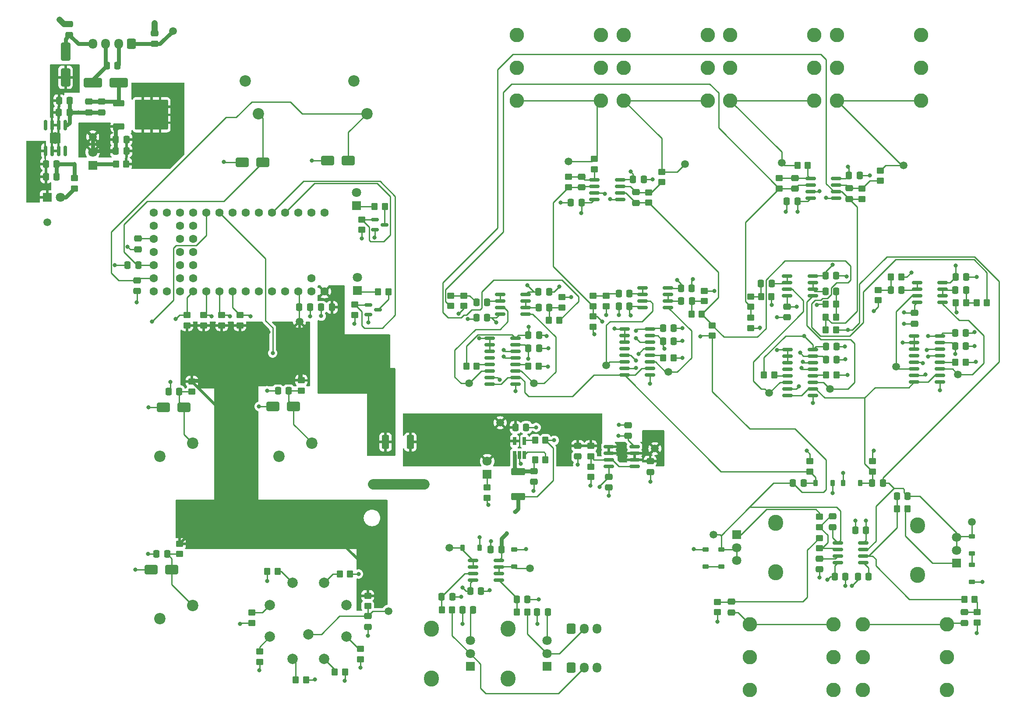
<source format=gbr>
%TF.GenerationSoftware,KiCad,Pcbnew,7.0.8*%
%TF.CreationDate,2024-03-08T11:10:07-05:00*%
%TF.ProjectId,Quad Joystick Mixer,51756164-204a-46f7-9973-7469636b204d,rev?*%
%TF.SameCoordinates,Original*%
%TF.FileFunction,Copper,L1,Top*%
%TF.FilePolarity,Positive*%
%FSLAX46Y46*%
G04 Gerber Fmt 4.6, Leading zero omitted, Abs format (unit mm)*
G04 Created by KiCad (PCBNEW 7.0.8) date 2024-03-08 11:10:07*
%MOMM*%
%LPD*%
G01*
G04 APERTURE LIST*
G04 Aperture macros list*
%AMRoundRect*
0 Rectangle with rounded corners*
0 $1 Rounding radius*
0 $2 $3 $4 $5 $6 $7 $8 $9 X,Y pos of 4 corners*
0 Add a 4 corners polygon primitive as box body*
4,1,4,$2,$3,$4,$5,$6,$7,$8,$9,$2,$3,0*
0 Add four circle primitives for the rounded corners*
1,1,$1+$1,$2,$3*
1,1,$1+$1,$4,$5*
1,1,$1+$1,$6,$7*
1,1,$1+$1,$8,$9*
0 Add four rect primitives between the rounded corners*
20,1,$1+$1,$2,$3,$4,$5,0*
20,1,$1+$1,$4,$5,$6,$7,0*
20,1,$1+$1,$6,$7,$8,$9,0*
20,1,$1+$1,$8,$9,$2,$3,0*%
G04 Aperture macros list end*
%TA.AperFunction,ComponentPad*%
%ADD10C,1.500000*%
%TD*%
%TA.AperFunction,SMDPad,CuDef*%
%ADD11R,0.650000X1.560000*%
%TD*%
%TA.AperFunction,SMDPad,CuDef*%
%ADD12RoundRect,0.250000X-0.337500X-0.475000X0.337500X-0.475000X0.337500X0.475000X-0.337500X0.475000X0*%
%TD*%
%TA.AperFunction,SMDPad,CuDef*%
%ADD13RoundRect,0.250000X0.337500X0.475000X-0.337500X0.475000X-0.337500X-0.475000X0.337500X-0.475000X0*%
%TD*%
%TA.AperFunction,SMDPad,CuDef*%
%ADD14RoundRect,0.250000X0.450000X-0.350000X0.450000X0.350000X-0.450000X0.350000X-0.450000X-0.350000X0*%
%TD*%
%TA.AperFunction,SMDPad,CuDef*%
%ADD15RoundRect,0.250000X-0.475000X0.337500X-0.475000X-0.337500X0.475000X-0.337500X0.475000X0.337500X0*%
%TD*%
%TA.AperFunction,SMDPad,CuDef*%
%ADD16RoundRect,0.250000X-0.350000X-0.450000X0.350000X-0.450000X0.350000X0.450000X-0.350000X0.450000X0*%
%TD*%
%TA.AperFunction,SMDPad,CuDef*%
%ADD17RoundRect,0.250000X0.475000X-0.337500X0.475000X0.337500X-0.475000X0.337500X-0.475000X-0.337500X0*%
%TD*%
%TA.AperFunction,ComponentPad*%
%ADD18C,2.800000*%
%TD*%
%TA.AperFunction,SMDPad,CuDef*%
%ADD19RoundRect,0.225000X0.375000X-0.225000X0.375000X0.225000X-0.375000X0.225000X-0.375000X-0.225000X0*%
%TD*%
%TA.AperFunction,SMDPad,CuDef*%
%ADD20RoundRect,0.250000X-0.450000X0.350000X-0.450000X-0.350000X0.450000X-0.350000X0.450000X0.350000X0*%
%TD*%
%TA.AperFunction,ComponentPad*%
%ADD21R,1.800000X1.800000*%
%TD*%
%TA.AperFunction,ComponentPad*%
%ADD22C,1.800000*%
%TD*%
%TA.AperFunction,SMDPad,CuDef*%
%ADD23RoundRect,0.250000X1.000000X0.650000X-1.000000X0.650000X-1.000000X-0.650000X1.000000X-0.650000X0*%
%TD*%
%TA.AperFunction,SMDPad,CuDef*%
%ADD24RoundRect,0.150000X-0.825000X-0.150000X0.825000X-0.150000X0.825000X0.150000X-0.825000X0.150000X0*%
%TD*%
%TA.AperFunction,ComponentPad*%
%ADD25RoundRect,0.250000X0.600000X0.725000X-0.600000X0.725000X-0.600000X-0.725000X0.600000X-0.725000X0*%
%TD*%
%TA.AperFunction,ComponentPad*%
%ADD26O,1.700000X1.950000*%
%TD*%
%TA.AperFunction,SMDPad,CuDef*%
%ADD27RoundRect,0.250000X0.350000X0.450000X-0.350000X0.450000X-0.350000X-0.450000X0.350000X-0.450000X0*%
%TD*%
%TA.AperFunction,ComponentPad*%
%ADD28C,2.200000*%
%TD*%
%TA.AperFunction,ComponentPad*%
%ADD29O,2.900000X3.100000*%
%TD*%
%TA.AperFunction,SMDPad,CuDef*%
%ADD30RoundRect,0.250000X-0.850000X-0.350000X0.850000X-0.350000X0.850000X0.350000X-0.850000X0.350000X0*%
%TD*%
%TA.AperFunction,SMDPad,CuDef*%
%ADD31RoundRect,0.250000X-1.275000X-1.125000X1.275000X-1.125000X1.275000X1.125000X-1.275000X1.125000X0*%
%TD*%
%TA.AperFunction,SMDPad,CuDef*%
%ADD32RoundRect,0.249997X-2.950003X-2.650003X2.950003X-2.650003X2.950003X2.650003X-2.950003X2.650003X0*%
%TD*%
%TA.AperFunction,SMDPad,CuDef*%
%ADD33RoundRect,0.250000X-0.650000X1.500000X-0.650000X-1.500000X0.650000X-1.500000X0.650000X1.500000X0*%
%TD*%
%TA.AperFunction,SMDPad,CuDef*%
%ADD34RoundRect,0.150000X0.150000X-0.825000X0.150000X0.825000X-0.150000X0.825000X-0.150000X-0.825000X0*%
%TD*%
%TA.AperFunction,ComponentPad*%
%ADD35RoundRect,0.250000X-0.600000X-0.725000X0.600000X-0.725000X0.600000X0.725000X-0.600000X0.725000X0*%
%TD*%
%TA.AperFunction,SMDPad,CuDef*%
%ADD36RoundRect,0.225000X-0.225000X-0.375000X0.225000X-0.375000X0.225000X0.375000X-0.225000X0.375000X0*%
%TD*%
%TA.AperFunction,ComponentPad*%
%ADD37C,2.000000*%
%TD*%
%TA.AperFunction,SMDPad,CuDef*%
%ADD38RoundRect,0.225000X0.225000X0.375000X-0.225000X0.375000X-0.225000X-0.375000X0.225000X-0.375000X0*%
%TD*%
%TA.AperFunction,SMDPad,CuDef*%
%ADD39RoundRect,0.250000X1.500000X0.650000X-1.500000X0.650000X-1.500000X-0.650000X1.500000X-0.650000X0*%
%TD*%
%TA.AperFunction,SMDPad,CuDef*%
%ADD40RoundRect,0.150000X-0.587500X-0.150000X0.587500X-0.150000X0.587500X0.150000X-0.587500X0.150000X0*%
%TD*%
%TA.AperFunction,SMDPad,CuDef*%
%ADD41RoundRect,0.249999X-0.450001X-1.075001X0.450001X-1.075001X0.450001X1.075001X-0.450001X1.075001X0*%
%TD*%
%TA.AperFunction,SMDPad,CuDef*%
%ADD42C,2.000000*%
%TD*%
%TA.AperFunction,SMDPad,CuDef*%
%ADD43RoundRect,0.249999X-1.075001X0.450001X-1.075001X-0.450001X1.075001X-0.450001X1.075001X0.450001X0*%
%TD*%
%TA.AperFunction,SMDPad,CuDef*%
%ADD44RoundRect,0.225000X-0.375000X0.225000X-0.375000X-0.225000X0.375000X-0.225000X0.375000X0.225000X0*%
%TD*%
%TA.AperFunction,ComponentPad*%
%ADD45C,1.600000*%
%TD*%
%TA.AperFunction,ViaPad*%
%ADD46C,0.800000*%
%TD*%
%TA.AperFunction,ViaPad*%
%ADD47C,1.500000*%
%TD*%
%TA.AperFunction,Conductor*%
%ADD48C,0.250000*%
%TD*%
%TA.AperFunction,Conductor*%
%ADD49C,0.762000*%
%TD*%
%TA.AperFunction,Conductor*%
%ADD50C,2.000000*%
%TD*%
%TA.AperFunction,Conductor*%
%ADD51C,1.143000*%
%TD*%
%TA.AperFunction,Conductor*%
%ADD52C,0.254000*%
%TD*%
%TA.AperFunction,Conductor*%
%ADD53C,0.508000*%
%TD*%
G04 APERTURE END LIST*
%TA.AperFunction,EtchedComponent*%
%TO.C,NT1*%
G36*
X131000000Y-121500000D02*
G01*
X127000000Y-121500000D01*
X127000000Y-119500000D01*
X131000000Y-119500000D01*
X131000000Y-121500000D01*
G37*
%TD.AperFunction*%
%TD*%
D10*
%TO.P,TP4,1,1*%
%TO.N,+5V*%
X85500000Y-32750000D03*
%TD*%
D11*
%TO.P,U5,1,VIN*%
%TO.N,Net-(U5-VIN)*%
X151568750Y-114839850D03*
%TO.P,U5,2,GND*%
%TO.N,GND*%
X152518750Y-114839850D03*
%TO.P,U5,3,nSHDN*%
%TO.N,Net-(U5-nSHDN)*%
X153468750Y-114839850D03*
%TO.P,U5,4,PGOOD*%
%TO.N,Net-(U5-PGOOD)*%
X153468750Y-112139850D03*
%TO.P,U5,5,VOUT*%
%TO.N,VCC*%
X151568750Y-112139850D03*
%TD*%
D12*
%TO.P,C72,1*%
%TO.N,-12V*%
X142976250Y-141126250D03*
%TO.P,C72,2*%
%TO.N,Earth*%
X145051250Y-141126250D03*
%TD*%
D10*
%TO.P,TP16,1,1*%
%TO.N,Net-(J4-PadT)*%
X161988750Y-58011250D03*
%TD*%
D13*
%TO.P,C73,1*%
%TO.N,+3.3V*%
X157988750Y-145261250D03*
%TO.P,C73,2*%
%TO.N,Earth*%
X155913750Y-145261250D03*
%TD*%
D14*
%TO.P,R81,1*%
%TO.N,Earth*%
X120651250Y-87711250D03*
%TO.P,R81,2*%
%TO.N,/Teensy/LED_2*%
X120651250Y-85711250D03*
%TD*%
D15*
%TO.P,C69,1*%
%TO.N,-12V*%
X228851250Y-87338750D03*
%TO.P,C69,2*%
%TO.N,GND*%
X228851250Y-89413750D03*
%TD*%
D10*
%TO.P,TP19,1,1*%
%TO.N,Net-(J6-PadT)*%
X203238750Y-58261250D03*
%TD*%
D13*
%TO.P,C71,1*%
%TO.N,+12V*%
X149013750Y-133126250D03*
%TO.P,C71,2*%
%TO.N,Earth*%
X146938750Y-133126250D03*
%TD*%
D16*
%TO.P,R77,1*%
%TO.N,Net-(R77-Pad1)*%
X117767750Y-137851650D03*
%TO.P,R77,2*%
%TO.N,Earth*%
X119767750Y-137851650D03*
%TD*%
D17*
%TO.P,C52,1*%
%TO.N,/Audio Output/C*%
X205738750Y-63298750D03*
%TO.P,C52,2*%
%TO.N,Net-(C52-Pad2)*%
X205738750Y-61223750D03*
%TD*%
D18*
%TO.P,J4,R*%
%TO.N,unconnected-(J4-PadR)*%
X152013750Y-39859850D03*
%TO.P,J4,RN*%
%TO.N,unconnected-(J4-PadRN)*%
X168243750Y-39859850D03*
%TO.P,J4,S*%
%TO.N,GND*%
X152013750Y-33509850D03*
%TO.P,J4,SN*%
X168243750Y-33509850D03*
%TO.P,J4,T*%
%TO.N,Net-(J4-PadT)*%
X152013750Y-46209850D03*
%TO.P,J4,TN*%
X168243750Y-46209850D03*
%TD*%
D17*
%TO.P,C3,1*%
%TO.N,+5V*%
X82000000Y-35250000D03*
%TO.P,C3,2*%
%TO.N,Earth*%
X82000000Y-33175000D03*
%TD*%
D19*
%TO.P,D12,1,K*%
%TO.N,Net-(D12-K)*%
X191488750Y-136411250D03*
%TO.P,D12,2,A*%
%TO.N,/Audio Input/Channel1_Input*%
X191488750Y-133111250D03*
%TD*%
D15*
%TO.P,C25,1*%
%TO.N,Net-(U4A--)*%
X213023750Y-126723750D03*
%TO.P,C25,2*%
%TO.N,/Audio Input/Channel1_Input*%
X213023750Y-128798750D03*
%TD*%
D20*
%TO.P,R30,1*%
%TO.N,Net-(C47-Pad2)*%
X141701250Y-84000000D03*
%TO.P,R30,2*%
%TO.N,GND*%
X141701250Y-86000000D03*
%TD*%
D13*
%TO.P,C54,1*%
%TO.N,-12V*%
X206238750Y-65761250D03*
%TO.P,C54,2*%
%TO.N,GND*%
X204163750Y-65761250D03*
%TD*%
D21*
%TO.P,D11,1,K*%
%TO.N,Net-(D11-K)*%
X146268750Y-118589850D03*
D22*
%TO.P,D11,2,A*%
%TO.N,VCC*%
X146268750Y-116049850D03*
%TD*%
D16*
%TO.P,R21,1*%
%TO.N,Net-(U5-VIN)*%
X155518750Y-115739850D03*
%TO.P,R21,2*%
%TO.N,Net-(U5-nSHDN)*%
X157518750Y-115739850D03*
%TD*%
D13*
%TO.P,C29,1*%
%TO.N,Net-(U4B-+)*%
X220001250Y-138396250D03*
%TO.P,C29,2*%
%TO.N,GND*%
X217926250Y-138396250D03*
%TD*%
D23*
%TO.P,D22,1,A1*%
%TO.N,/Teensy/Button_1*%
X108840000Y-105395000D03*
%TO.P,D22,2,A2*%
%TO.N,Earth*%
X104840000Y-105395000D03*
%TD*%
D18*
%TO.P,J3,R*%
%TO.N,unconnected-(J3-PadR)*%
X235103750Y-153912650D03*
%TO.P,J3,RN*%
%TO.N,unconnected-(J3-PadRN)*%
X218873750Y-153912650D03*
%TO.P,J3,S*%
%TO.N,GND*%
X235103750Y-160262650D03*
%TO.P,J3,SN*%
X218873750Y-160262650D03*
%TO.P,J3,T*%
%TO.N,Net-(C28-Pad1)*%
X235103750Y-147562650D03*
%TO.P,J3,TN*%
X218873750Y-147562650D03*
%TD*%
D24*
%TO.P,U19,1*%
%TO.N,/Teensy/AB_Control*%
X143538750Y-135221250D03*
%TO.P,U19,2,-*%
X143538750Y-136491250D03*
%TO.P,U19,3,+*%
%TO.N,Net-(U19A-+)*%
X143538750Y-137761250D03*
%TO.P,U19,4,V-*%
%TO.N,-12V*%
X143538750Y-139031250D03*
%TO.P,U19,5,+*%
%TO.N,Net-(U19B-+)*%
X148488750Y-139031250D03*
%TO.P,U19,6,-*%
%TO.N,/Teensy/CD_Control*%
X148488750Y-137761250D03*
%TO.P,U19,7*%
X148488750Y-136491250D03*
%TO.P,U19,8,V+*%
%TO.N,+12V*%
X148488750Y-135221250D03*
%TD*%
D21*
%TO.P,D7,1,K*%
%TO.N,Net-(D7-K)*%
X70000000Y-58775000D03*
D22*
%TO.P,D7,2,A*%
%TO.N,+12V*%
X70000000Y-56235000D03*
%TD*%
D25*
%TO.P,J1,1,Pin_1*%
%TO.N,+5V*%
X77500000Y-35275000D03*
D26*
%TO.P,J1,2,Pin_2*%
%TO.N,Earth*%
X75000000Y-35275000D03*
%TO.P,J1,3,Pin_3*%
%TO.N,+15V*%
X72500000Y-35275000D03*
%TO.P,J1,4,Pin_4*%
%TO.N,-15V*%
X70000000Y-35275000D03*
%TD*%
D21*
%TO.P,D21,1,K*%
%TO.N,Net-(D21-K)*%
X121151250Y-82986250D03*
D22*
%TO.P,D21,2,A*%
%TO.N,+3.3V*%
X121151250Y-80446250D03*
%TD*%
D20*
%TO.P,R15,1*%
%TO.N,Net-(C24-Pad2)*%
X210463750Y-130896250D03*
%TO.P,R15,2*%
%TO.N,Net-(U4A--)*%
X210463750Y-132896250D03*
%TD*%
%TO.P,R48,1*%
%TO.N,VDD*%
X220723750Y-116011250D03*
%TO.P,R48,2*%
%TO.N,Net-(D17-K)*%
X220723750Y-118011250D03*
%TD*%
D12*
%TO.P,C39,1*%
%TO.N,VCC*%
X154226250Y-94146250D03*
%TO.P,C39,2*%
%TO.N,GND*%
X156301250Y-94146250D03*
%TD*%
D16*
%TO.P,R63,1*%
%TO.N,Net-(R63-Pad1)*%
X116767750Y-156851650D03*
%TO.P,R63,2*%
%TO.N,Earth*%
X118767750Y-156851650D03*
%TD*%
D15*
%TO.P,C80,1*%
%TO.N,+3.3V*%
X78710057Y-72946730D03*
%TO.P,C80,2*%
%TO.N,Earth*%
X78710057Y-75021730D03*
%TD*%
D27*
%TO.P,R22,1*%
%TO.N,+12V*%
X157518750Y-111989850D03*
%TO.P,R22,2*%
%TO.N,Net-(U5-PGOOD)*%
X155518750Y-111989850D03*
%TD*%
D28*
%TO.P,SW6,1,A*%
%TO.N,/Teensy/POWER*%
X123000000Y-48750000D03*
%TO.P,SW6,2,B*%
%TO.N,Earth*%
X120460000Y-42400000D03*
%TD*%
D18*
%TO.P,J5,R*%
%TO.N,unconnected-(J5-PadR)*%
X172633750Y-39859850D03*
%TO.P,J5,RN*%
%TO.N,unconnected-(J5-PadRN)*%
X188863750Y-39859850D03*
%TO.P,J5,S*%
%TO.N,GND*%
X172633750Y-33509850D03*
%TO.P,J5,SN*%
X188863750Y-33509850D03*
%TO.P,J5,T*%
%TO.N,Net-(J5-PadT)*%
X172633750Y-46209850D03*
%TO.P,J5,TN*%
X188863750Y-46209850D03*
%TD*%
D29*
%TO.P,RV2,*%
%TO.N,*%
X229488750Y-138061250D03*
X229488750Y-128461250D03*
D21*
%TO.P,RV2,1,1*%
%TO.N,Net-(R17-Pad2)*%
X236988750Y-135761250D03*
D22*
%TO.P,RV2,2,2*%
%TO.N,/Audio Input/Channel2_Input*%
X236988750Y-133261250D03*
%TO.P,RV2,3,3*%
X236988750Y-130761250D03*
%TD*%
D20*
%TO.P,R19,1*%
%TO.N,Net-(C28-Pad2)*%
X240988750Y-145261250D03*
%TO.P,R19,2*%
%TO.N,GND*%
X240988750Y-147261250D03*
%TD*%
D27*
%TO.P,R53,1*%
%TO.N,Net-(C59-Pad2)*%
X238851250Y-85376250D03*
%TO.P,R53,2*%
%TO.N,GND*%
X236851250Y-85376250D03*
%TD*%
D12*
%TO.P,C46,1*%
%TO.N,Net-(U6B--)*%
X183738750Y-85051250D03*
%TO.P,C46,2*%
%TO.N,Net-(C46-Pad2)*%
X185813750Y-85051250D03*
%TD*%
D30*
%TO.P,U1,1,VI*%
%TO.N,Net-(D1-K)*%
X75050000Y-46720000D03*
D31*
%TO.P,U1,2,GND*%
%TO.N,Earth*%
X79675000Y-47475000D03*
X79675000Y-50525000D03*
D32*
X81350000Y-49000000D03*
D31*
X83025000Y-47475000D03*
X83025000Y-50525000D03*
D30*
%TO.P,U1,3,VO*%
%TO.N,+12V*%
X75050000Y-51280000D03*
%TD*%
D28*
%TO.P,SW3,1,A*%
%TO.N,/Teensy/Button_1*%
X112340000Y-112550000D03*
%TO.P,SW3,2,B*%
%TO.N,Earth*%
X105990000Y-115090000D03*
%TD*%
D16*
%TO.P,R51,1*%
%TO.N,Net-(U13-nCE)*%
X236763750Y-96876250D03*
%TO.P,R51,2*%
%TO.N,GND*%
X238763750Y-96876250D03*
%TD*%
D20*
%TO.P,R23,1*%
%TO.N,Net-(U7A-+)*%
X166268750Y-117089850D03*
%TO.P,R23,2*%
%TO.N,GND*%
X166268750Y-119089850D03*
%TD*%
D33*
%TO.P,D5,1,K*%
%TO.N,-15V*%
X64750000Y-36750000D03*
%TO.P,D5,2,A*%
%TO.N,Net-(D5-A)*%
X64750000Y-41750000D03*
%TD*%
D10*
%TO.P,TP13,1,1*%
%TO.N,Net-(U16A-+)*%
X200763750Y-102836250D03*
%TD*%
D19*
%TO.P,D19,1,K*%
%TO.N,/Teensy/CD_Control*%
X151488750Y-136411250D03*
%TO.P,D19,2,A*%
%TO.N,Earth*%
X151488750Y-133111250D03*
%TD*%
D15*
%TO.P,C81,1*%
%TO.N,/Teensy/Channel Selection*%
X123158750Y-146025150D03*
%TO.P,C81,2*%
%TO.N,Earth*%
X123158750Y-148100150D03*
%TD*%
D12*
%TO.P,C8,1*%
%TO.N,+12V*%
X183701250Y-82551250D03*
%TO.P,C8,2*%
%TO.N,GND*%
X185776250Y-82551250D03*
%TD*%
D14*
%TO.P,R84,1*%
%TO.N,/Teensy/Button_3*%
X86810000Y-134005000D03*
%TO.P,R84,2*%
%TO.N,+3.3V*%
X86810000Y-132005000D03*
%TD*%
D16*
%TO.P,R59,1*%
%TO.N,Net-(U17-nCE)*%
X211763750Y-99336250D03*
%TO.P,R59,2*%
%TO.N,GND*%
X213763750Y-99336250D03*
%TD*%
D14*
%TO.P,R66,1*%
%TO.N,+3.3V*%
X98460057Y-89734230D03*
%TO.P,R66,2*%
%TO.N,/SCL0*%
X98460057Y-87734230D03*
%TD*%
D34*
%TO.P,U2,1,VOUT*%
%TO.N,-12V*%
X60845000Y-55975000D03*
%TO.P,U2,2,VIN*%
%TO.N,Net-(D5-A)*%
X62115000Y-55975000D03*
%TO.P,U2,3,VIN*%
X63385000Y-55975000D03*
%TO.P,U2,4,NC*%
%TO.N,unconnected-(U2-NC-Pad4)*%
X64655000Y-55975000D03*
%TO.P,U2,5,GND*%
%TO.N,Earth*%
X64655000Y-51025000D03*
%TO.P,U2,6,VIN*%
%TO.N,Net-(D5-A)*%
X63385000Y-51025000D03*
%TO.P,U2,7,VIN*%
X62115000Y-51025000D03*
%TO.P,U2,8,NC*%
%TO.N,unconnected-(U2-NC-Pad8)*%
X60845000Y-51025000D03*
%TD*%
D12*
%TO.P,C11,1*%
%TO.N,-12V*%
X60962500Y-58500000D03*
%TO.P,C11,2*%
%TO.N,Earth*%
X63037500Y-58500000D03*
%TD*%
D13*
%TO.P,C9,1*%
%TO.N,-12V*%
X173776250Y-86051250D03*
%TO.P,C9,2*%
%TO.N,GND*%
X171701250Y-86051250D03*
%TD*%
D16*
%TO.P,R50,1*%
%TO.N,Net-(C58-Pad2)*%
X224313750Y-80376250D03*
%TO.P,R50,2*%
%TO.N,GND*%
X226313750Y-80376250D03*
%TD*%
D12*
%TO.P,C62,1*%
%TO.N,VCC*%
X211726250Y-96336250D03*
%TO.P,C62,2*%
%TO.N,GND*%
X213801250Y-96336250D03*
%TD*%
D16*
%TO.P,R17,1*%
%TO.N,Net-(U4B--)*%
X225488750Y-125261250D03*
%TO.P,R17,2*%
%TO.N,Net-(R17-Pad2)*%
X227488750Y-125261250D03*
%TD*%
D28*
%TO.P,SW4,1,A*%
%TO.N,/Teensy/Button_2*%
X89350000Y-112550000D03*
%TO.P,SW4,2,B*%
%TO.N,Earth*%
X83000000Y-115090000D03*
%TD*%
D12*
%TO.P,C41,1*%
%TO.N,+12V*%
X156163750Y-83281250D03*
%TO.P,C41,2*%
%TO.N,GND*%
X158238750Y-83281250D03*
%TD*%
D18*
%TO.P,J6,R*%
%TO.N,unconnected-(J6-PadR)*%
X193253750Y-39859850D03*
%TO.P,J6,RN*%
%TO.N,unconnected-(J6-PadRN)*%
X209483750Y-39859850D03*
%TO.P,J6,S*%
%TO.N,GND*%
X193253750Y-33509850D03*
%TO.P,J6,SN*%
X209483750Y-33509850D03*
%TO.P,J6,T*%
%TO.N,Net-(J6-PadT)*%
X193253750Y-46209850D03*
%TO.P,J6,TN*%
X209483750Y-46209850D03*
%TD*%
D12*
%TO.P,C4,1*%
%TO.N,+15V*%
X72712500Y-39500000D03*
%TO.P,C4,2*%
%TO.N,Earth*%
X74787500Y-39500000D03*
%TD*%
D16*
%TO.P,R73,1*%
%TO.N,Net-(R73-Pad1)*%
X109267750Y-158351650D03*
%TO.P,R73,2*%
%TO.N,Earth*%
X111267750Y-158351650D03*
%TD*%
D24*
%TO.P,U16,1*%
%TO.N,Net-(U16A--)*%
X204238750Y-80241250D03*
%TO.P,U16,2,-*%
X204238750Y-81511250D03*
%TO.P,U16,3,+*%
%TO.N,Net-(U16A-+)*%
X204238750Y-82781250D03*
%TO.P,U16,4,V-*%
%TO.N,-12V*%
X204238750Y-84051250D03*
%TO.P,U16,5,+*%
%TO.N,Net-(U16B-+)*%
X209188750Y-84051250D03*
%TO.P,U16,6,-*%
%TO.N,Net-(U16B--)*%
X209188750Y-82781250D03*
%TO.P,U16,7*%
X209188750Y-81511250D03*
%TO.P,U16,8,V+*%
%TO.N,+12V*%
X209188750Y-80241250D03*
%TD*%
D27*
%TO.P,R64,1*%
%TO.N,Net-(J8-Pin_2)*%
X139488750Y-144761250D03*
%TO.P,R64,2*%
%TO.N,Net-(U19A-+)*%
X137488750Y-144761250D03*
%TD*%
D16*
%TO.P,R9,1*%
%TO.N,Net-(D7-K)*%
X74500000Y-58500000D03*
%TO.P,R9,2*%
%TO.N,Earth*%
X76500000Y-58500000D03*
%TD*%
D35*
%TO.P,J9,1,Pin_1*%
%TO.N,+3.3V*%
X162500000Y-148475000D03*
D26*
%TO.P,J9,2,Pin_2*%
%TO.N,Net-(J9-Pin_2)*%
X165000000Y-148475000D03*
%TO.P,J9,3,Pin_3*%
%TO.N,Earth*%
X167500000Y-148475000D03*
%TD*%
D15*
%TO.P,C33,1*%
%TO.N,Net-(U5-VIN)*%
X155268750Y-117952350D03*
%TO.P,C33,2*%
%TO.N,GND*%
X155268750Y-120027350D03*
%TD*%
D12*
%TO.P,C66,1*%
%TO.N,Net-(U16B--)*%
X211676250Y-83146250D03*
%TO.P,C66,2*%
%TO.N,Net-(C66-Pad2)*%
X213751250Y-83146250D03*
%TD*%
%TO.P,C10,1*%
%TO.N,-12V*%
X60962500Y-61000000D03*
%TO.P,C10,2*%
%TO.N,Earth*%
X63037500Y-61000000D03*
%TD*%
D20*
%TO.P,R37,1*%
%TO.N,Net-(C52-Pad2)*%
X202738750Y-61261250D03*
%TO.P,R37,2*%
%TO.N,/Audio Output/C*%
X202738750Y-63261250D03*
%TD*%
D12*
%TO.P,C67,1*%
%TO.N,+12V*%
X236813750Y-80376250D03*
%TO.P,C67,2*%
%TO.N,GND*%
X238888750Y-80376250D03*
%TD*%
D13*
%TO.P,C42,1*%
%TO.N,-12V*%
X146238750Y-88281250D03*
%TO.P,C42,2*%
%TO.N,GND*%
X144163750Y-88281250D03*
%TD*%
D12*
%TO.P,C78,1*%
%TO.N,+3.3V*%
X109922557Y-86234230D03*
%TO.P,C78,2*%
%TO.N,Earth*%
X111997557Y-86234230D03*
%TD*%
D36*
%TO.P,D16,1,K*%
%TO.N,Net-(D16-K)*%
X209723750Y-120261250D03*
%TO.P,D16,2,A*%
%TO.N,GND*%
X213023750Y-120261250D03*
%TD*%
D37*
%TO.P,SW2,1,1*%
%TO.N,Net-(R62-Pad1)*%
X119049750Y-149973650D03*
%TO.P,SW2,2,2*%
%TO.N,Net-(R63-Pad1)*%
X114719750Y-154303650D03*
%TO.P,SW2,3,3*%
%TO.N,Net-(R73-Pad1)*%
X108597750Y-154303650D03*
%TO.P,SW2,4,4*%
%TO.N,Net-(R74-Pad1)*%
X104267750Y-149973650D03*
%TO.P,SW2,5,5*%
%TO.N,Net-(R75-Pad1)*%
X104267750Y-143851650D03*
%TO.P,SW2,6,6*%
%TO.N,Net-(R76-Pad1)*%
X108597750Y-139521650D03*
%TO.P,SW2,7,7*%
%TO.N,Net-(R77-Pad1)*%
X114719750Y-139521650D03*
%TO.P,SW2,8,8*%
%TO.N,unconnected-(SW2-Pad8)*%
X119049750Y-143851650D03*
%TO.P,SW2,9,9*%
%TO.N,/Teensy/Channel Selection*%
X111658750Y-149562650D03*
%TD*%
D38*
%TO.P,D17,1,K*%
%TO.N,Net-(D17-K)*%
X218373750Y-120261250D03*
%TO.P,D17,2,A*%
%TO.N,GND*%
X215073750Y-120261250D03*
%TD*%
D24*
%TO.P,U9,1,GND*%
%TO.N,GND*%
X146751250Y-92201250D03*
%TO.P,U9,2,A2*%
X146751250Y-93471250D03*
%TO.P,U9,3,A1*%
X146751250Y-94741250D03*
%TO.P,U9,4,NC*%
%TO.N,unconnected-(U9-NC-Pad4)*%
X146751250Y-96011250D03*
%TO.P,U9,5,A0*%
%TO.N,Net-(U9-A0)*%
X146751250Y-97281250D03*
%TO.P,U9,6,W0*%
%TO.N,Net-(U10A-+)*%
X146751250Y-98551250D03*
%TO.P,U9,7,L0*%
%TO.N,VDD*%
X146751250Y-99821250D03*
%TO.P,U9,8,H0*%
%TO.N,Net-(D16-K)*%
X146751250Y-101091250D03*
%TO.P,U9,9,L1*%
%TO.N,VDD*%
X151701250Y-101091250D03*
%TO.P,U9,10,H1*%
%TO.N,Net-(D16-K)*%
X151701250Y-99821250D03*
%TO.P,U9,11,W1*%
%TO.N,Net-(U10B-+)*%
X151701250Y-98551250D03*
%TO.P,U9,12,nCE*%
%TO.N,Net-(U9-nCE)*%
X151701250Y-97281250D03*
%TO.P,U9,13,SDA*%
%TO.N,/SDA0*%
X151701250Y-96011250D03*
%TO.P,U9,14,SCL*%
%TO.N,/SCL0*%
X151701250Y-94741250D03*
%TO.P,U9,15,VCC*%
%TO.N,VCC*%
X151701250Y-93471250D03*
%TO.P,U9,16,VDD*%
%TO.N,+3.3V*%
X151701250Y-92201250D03*
%TD*%
D36*
%TO.P,D18,1,K*%
%TO.N,/Teensy/AB_Control*%
X141488750Y-132761250D03*
%TO.P,D18,2,A*%
%TO.N,Earth*%
X144788750Y-132761250D03*
%TD*%
D23*
%TO.P,D26,1,A1*%
%TO.N,/Teensy/PROGRAM*%
X102920000Y-58210000D03*
%TO.P,D26,2,A2*%
%TO.N,Earth*%
X98920000Y-58210000D03*
%TD*%
D24*
%TO.P,U6,1*%
%TO.N,Net-(U6A--)*%
X176288750Y-82511250D03*
%TO.P,U6,2,-*%
X176288750Y-83781250D03*
%TO.P,U6,3,+*%
%TO.N,Net-(U6A-+)*%
X176288750Y-85051250D03*
%TO.P,U6,4,V-*%
%TO.N,-12V*%
X176288750Y-86321250D03*
%TO.P,U6,5,+*%
%TO.N,Net-(U6B-+)*%
X181238750Y-86321250D03*
%TO.P,U6,6,-*%
%TO.N,Net-(U6B--)*%
X181238750Y-85051250D03*
%TO.P,U6,7*%
X181238750Y-83781250D03*
%TO.P,U6,8,V+*%
%TO.N,+12V*%
X181238750Y-82511250D03*
%TD*%
D12*
%TO.P,C48,1*%
%TO.N,Net-(U10B--)*%
X156201250Y-86281250D03*
%TO.P,C48,2*%
%TO.N,Net-(C48-Pad2)*%
X158276250Y-86281250D03*
%TD*%
D24*
%TO.P,U17,1,GND*%
%TO.N,GND*%
X204288750Y-94391250D03*
%TO.P,U17,2,A2*%
X204288750Y-95661250D03*
%TO.P,U17,3,A1*%
X204288750Y-96931250D03*
%TO.P,U17,4,NC*%
%TO.N,unconnected-(U17-NC-Pad4)*%
X204288750Y-98201250D03*
%TO.P,U17,5,A0*%
%TO.N,Net-(U17-A0)*%
X204288750Y-99471250D03*
%TO.P,U17,6,W0*%
%TO.N,Net-(U16A-+)*%
X204288750Y-100741250D03*
%TO.P,U17,7,L0*%
%TO.N,VDD*%
X204288750Y-102011250D03*
%TO.P,U17,8,H0*%
%TO.N,Net-(D17-K)*%
X204288750Y-103281250D03*
%TO.P,U17,9,L1*%
%TO.N,VDD*%
X209238750Y-103281250D03*
%TO.P,U17,10,H1*%
%TO.N,Net-(D17-K)*%
X209238750Y-102011250D03*
%TO.P,U17,11,W1*%
%TO.N,Net-(U16B-+)*%
X209238750Y-100741250D03*
%TO.P,U17,12,nCE*%
%TO.N,Net-(U17-nCE)*%
X209238750Y-99471250D03*
%TO.P,U17,13,SDA*%
%TO.N,/SDA1*%
X209238750Y-98201250D03*
%TO.P,U17,14,SCL*%
%TO.N,/SCL1*%
X209238750Y-96931250D03*
%TO.P,U17,15,VCC*%
%TO.N,VCC*%
X209238750Y-95661250D03*
%TO.P,U17,16,VDD*%
%TO.N,+3.3V*%
X209238750Y-94391250D03*
%TD*%
D17*
%TO.P,C16,1*%
%TO.N,+12V*%
X173488750Y-111127350D03*
%TO.P,C16,2*%
%TO.N,GND*%
X173488750Y-109052350D03*
%TD*%
D12*
%TO.P,C15,1*%
%TO.N,Net-(D5-A)*%
X63500000Y-46250000D03*
%TO.P,C15,2*%
%TO.N,Earth*%
X65575000Y-46250000D03*
%TD*%
D20*
%TO.P,R28,1*%
%TO.N,Net-(C45-Pad2)*%
X169238750Y-84051250D03*
%TO.P,R28,2*%
%TO.N,GND*%
X169238750Y-86051250D03*
%TD*%
D14*
%TO.P,R87,1*%
%TO.N,/Audio Input/Channel2_Input*%
X197238750Y-90261250D03*
%TO.P,R87,2*%
%TO.N,/Audio Output/C*%
X197238750Y-88261250D03*
%TD*%
D13*
%TO.P,C82,1*%
%TO.N,/Teensy/Button_1*%
X107877500Y-102395000D03*
%TO.P,C82,2*%
%TO.N,Earth*%
X105802500Y-102395000D03*
%TD*%
D27*
%TO.P,R76,1*%
%TO.N,Net-(R76-Pad1)*%
X105767750Y-137351650D03*
%TO.P,R76,2*%
%TO.N,Earth*%
X103767750Y-137351650D03*
%TD*%
D12*
%TO.P,C37,1*%
%TO.N,/Audio Input/Channel1_Input*%
X205336250Y-120261250D03*
%TO.P,C37,2*%
%TO.N,Net-(D16-K)*%
X207411250Y-120261250D03*
%TD*%
D14*
%TO.P,R68,1*%
%TO.N,+3.3V*%
X91460057Y-89734230D03*
%TO.P,R68,2*%
%TO.N,/SDA1*%
X91460057Y-87734230D03*
%TD*%
D23*
%TO.P,D24,1,A1*%
%TO.N,/Teensy/Button_3*%
X85310000Y-137005000D03*
%TO.P,D24,2,A2*%
%TO.N,Earth*%
X81310000Y-137005000D03*
%TD*%
D20*
%TO.P,R62,1*%
%TO.N,Net-(R62-Pad1)*%
X121767750Y-152351650D03*
%TO.P,R62,2*%
%TO.N,Earth*%
X121767750Y-154351650D03*
%TD*%
D14*
%TO.P,R82,1*%
%TO.N,/Teensy/Button_1*%
X110340000Y-102395000D03*
%TO.P,R82,2*%
%TO.N,+3.3V*%
X110340000Y-100395000D03*
%TD*%
D10*
%TO.P,TP5,1,1*%
%TO.N,VCC*%
X148768750Y-108589850D03*
%TD*%
D17*
%TO.P,C51,1*%
%TO.N,/Audio Output/D*%
X216238750Y-65298750D03*
%TO.P,C51,2*%
%TO.N,Net-(C51-Pad2)*%
X216238750Y-63223750D03*
%TD*%
D15*
%TO.P,C26,1*%
%TO.N,Net-(U4A-+)*%
X210463750Y-134896250D03*
%TO.P,C26,2*%
%TO.N,GND*%
X210463750Y-136971250D03*
%TD*%
D10*
%TO.P,TP3,1,1*%
%TO.N,-12V*%
X61250000Y-69750000D03*
%TD*%
D29*
%TO.P,RV1,*%
%TO.N,*%
X201988750Y-127961250D03*
X201988750Y-137561250D03*
D21*
%TO.P,RV1,1,1*%
%TO.N,Net-(R16-Pad2)*%
X194488750Y-130261250D03*
D22*
%TO.P,RV1,2,2*%
%TO.N,/Audio Input/Channel1_Input*%
X194488750Y-132761250D03*
%TO.P,RV1,3,3*%
X194488750Y-135261250D03*
%TD*%
D10*
%TO.P,TP18,1,1*%
%TO.N,Net-(J7-PadT)*%
X226738750Y-58761250D03*
%TD*%
D29*
%TO.P,RV4,*%
%TO.N,*%
X150288750Y-158061250D03*
X150288750Y-148461250D03*
D21*
%TO.P,RV4,1,1*%
%TO.N,Earth*%
X157788750Y-155761250D03*
D22*
%TO.P,RV4,2,2*%
%TO.N,Net-(J9-Pin_2)*%
X157788750Y-153261250D03*
%TO.P,RV4,3,3*%
%TO.N,+3.3V*%
X157788750Y-150761250D03*
%TD*%
D23*
%TO.P,D25,1,A1*%
%TO.N,/Teensy/POWER*%
X119420000Y-57880000D03*
%TO.P,D25,2,A2*%
%TO.N,Earth*%
X115420000Y-57880000D03*
%TD*%
D10*
%TO.P,TP21,1,1*%
%TO.N,/Teensy/CD_Control*%
X154488750Y-136761250D03*
%TD*%
%TO.P,TP1,1,1*%
%TO.N,+3.3V*%
X109960057Y-88984230D03*
%TD*%
D14*
%TO.P,R88,1*%
%TO.N,/Audio Input/Channel1_Input*%
X189788750Y-91741250D03*
%TO.P,R88,2*%
%TO.N,/Audio Output/B*%
X189788750Y-89741250D03*
%TD*%
D15*
%TO.P,C36,1*%
%TO.N,-12V*%
X169768750Y-119052350D03*
%TO.P,C36,2*%
%TO.N,GND*%
X169768750Y-121127350D03*
%TD*%
D13*
%TO.P,C58,1*%
%TO.N,Net-(U14A--)*%
X226351250Y-82876250D03*
%TO.P,C58,2*%
%TO.N,Net-(C58-Pad2)*%
X224276250Y-82876250D03*
%TD*%
%TO.P,C45,1*%
%TO.N,Net-(U6A--)*%
X173776250Y-83551250D03*
%TO.P,C45,2*%
%TO.N,Net-(C45-Pad2)*%
X171701250Y-83551250D03*
%TD*%
D16*
%TO.P,R39,1*%
%TO.N,Net-(J6-PadT)*%
X206238750Y-58761250D03*
%TO.P,R39,2*%
%TO.N,Net-(C52-Pad2)*%
X208238750Y-58761250D03*
%TD*%
D24*
%TO.P,U12,1*%
%TO.N,Net-(C52-Pad2)*%
X208763750Y-61356250D03*
%TO.P,U12,2,-*%
%TO.N,/Audio Output/C*%
X208763750Y-62626250D03*
%TO.P,U12,3,+*%
%TO.N,GND*%
X208763750Y-63896250D03*
%TO.P,U12,4,V-*%
%TO.N,-12V*%
X208763750Y-65166250D03*
%TO.P,U12,5,+*%
%TO.N,GND*%
X213713750Y-65166250D03*
%TO.P,U12,6,-*%
%TO.N,/Audio Output/D*%
X213713750Y-63896250D03*
%TO.P,U12,7*%
%TO.N,Net-(C51-Pad2)*%
X213713750Y-62626250D03*
%TO.P,U12,8,V+*%
%TO.N,+12V*%
X213713750Y-61356250D03*
%TD*%
D12*
%TO.P,C27,1*%
%TO.N,Net-(U4B--)*%
X225451250Y-122761250D03*
%TO.P,C27,2*%
%TO.N,/Audio Input/Channel2_Input*%
X227526250Y-122761250D03*
%TD*%
D28*
%TO.P,SW7,1,A*%
%TO.N,/Teensy/PROGRAM*%
X102000000Y-48750000D03*
%TO.P,SW7,2,B*%
%TO.N,Earth*%
X99460000Y-42400000D03*
%TD*%
D10*
%TO.P,TP6,1,1*%
%TO.N,/Audio Input/Channel1_Input*%
X189988750Y-130261250D03*
%TD*%
D20*
%TO.P,R8,1*%
%TO.N,VCC*%
X166268750Y-113089850D03*
%TO.P,R8,2*%
%TO.N,Net-(U7A-+)*%
X166268750Y-115089850D03*
%TD*%
%TO.P,R35,1*%
%TO.N,Net-(J5-PadT)*%
X179988750Y-60011250D03*
%TO.P,R35,2*%
%TO.N,Net-(C50-Pad2)*%
X179988750Y-62011250D03*
%TD*%
%TO.P,R72,1*%
%TO.N,+3.3V*%
X123158750Y-142062650D03*
%TO.P,R72,2*%
%TO.N,/Teensy/Channel Selection*%
X123158750Y-144062650D03*
%TD*%
D12*
%TO.P,C40,1*%
%TO.N,+3.3V*%
X154188750Y-91646250D03*
%TO.P,C40,2*%
%TO.N,GND*%
X156263750Y-91646250D03*
%TD*%
D14*
%TO.P,R85,1*%
%TO.N,/Audio Input/Channel1_Input*%
X166738750Y-90011250D03*
%TO.P,R85,2*%
%TO.N,/Audio Output/A*%
X166738750Y-88011250D03*
%TD*%
D24*
%TO.P,U8,1,GND*%
%TO.N,GND*%
X172788750Y-90471250D03*
%TO.P,U8,2,A2*%
X172788750Y-91741250D03*
%TO.P,U8,3,A1*%
X172788750Y-93011250D03*
%TO.P,U8,4,NC*%
%TO.N,unconnected-(U8-NC-Pad4)*%
X172788750Y-94281250D03*
%TO.P,U8,5,A0*%
%TO.N,GND*%
X172788750Y-95551250D03*
%TO.P,U8,6,W0*%
%TO.N,Net-(U6A-+)*%
X172788750Y-96821250D03*
%TO.P,U8,7,L0*%
%TO.N,VDD*%
X172788750Y-98091250D03*
%TO.P,U8,8,H0*%
%TO.N,Net-(D16-K)*%
X172788750Y-99361250D03*
%TO.P,U8,9,L1*%
%TO.N,VDD*%
X177738750Y-99361250D03*
%TO.P,U8,10,H1*%
%TO.N,Net-(D16-K)*%
X177738750Y-98091250D03*
%TO.P,U8,11,W1*%
%TO.N,Net-(U6B-+)*%
X177738750Y-96821250D03*
%TO.P,U8,12,nCE*%
%TO.N,Net-(U8-nCE)*%
X177738750Y-95551250D03*
%TO.P,U8,13,SDA*%
%TO.N,/SDA0*%
X177738750Y-94281250D03*
%TO.P,U8,14,SCL*%
%TO.N,/SCL0*%
X177738750Y-93011250D03*
%TO.P,U8,15,VCC*%
%TO.N,VCC*%
X177738750Y-91741250D03*
%TO.P,U8,16,VDD*%
%TO.N,+3.3V*%
X177738750Y-90471250D03*
%TD*%
D27*
%TO.P,R61,1*%
%TO.N,Net-(C66-Pad2)*%
X213713750Y-85646250D03*
%TO.P,R61,2*%
%TO.N,GND*%
X211713750Y-85646250D03*
%TD*%
D10*
%TO.P,TP9,1,1*%
%TO.N,Net-(U13-W0)*%
X225288750Y-97741250D03*
%TD*%
D12*
%TO.P,C53,1*%
%TO.N,+12V*%
X216201250Y-60761250D03*
%TO.P,C53,2*%
%TO.N,GND*%
X218276250Y-60761250D03*
%TD*%
D24*
%TO.P,U7,1*%
%TO.N,VDD*%
X169793750Y-113184850D03*
%TO.P,U7,2,-*%
X169793750Y-114454850D03*
%TO.P,U7,3,+*%
%TO.N,Net-(U7A-+)*%
X169793750Y-115724850D03*
%TO.P,U7,4,V-*%
%TO.N,-12V*%
X169793750Y-116994850D03*
%TO.P,U7,5,+*%
%TO.N,Net-(U7A-+)*%
X174743750Y-116994850D03*
%TO.P,U7,6,-*%
%TO.N,VDD*%
X174743750Y-115724850D03*
%TO.P,U7,7*%
X174743750Y-114454850D03*
%TO.P,U7,8,V+*%
%TO.N,+12V*%
X174743750Y-113184850D03*
%TD*%
D10*
%TO.P,TP17,1,1*%
%TO.N,Net-(J5-PadT)*%
X184488750Y-58511250D03*
%TD*%
D16*
%TO.P,R26,1*%
%TO.N,Net-(U9-nCE)*%
X154226250Y-97646250D03*
%TO.P,R26,2*%
%TO.N,GND*%
X156226250Y-97646250D03*
%TD*%
D10*
%TO.P,TP2,1,1*%
%TO.N,+12V*%
X70000000Y-53250000D03*
%TD*%
D17*
%TO.P,C49,1*%
%TO.N,/Audio Output/A*%
X164488750Y-63048750D03*
%TO.P,C49,2*%
%TO.N,Net-(C49-Pad2)*%
X164488750Y-60973750D03*
%TD*%
D20*
%TO.P,R34,1*%
%TO.N,Net-(J4-PadT)*%
X166988750Y-57511250D03*
%TO.P,R34,2*%
%TO.N,Net-(C49-Pad2)*%
X166988750Y-59511250D03*
%TD*%
D16*
%TO.P,R60,1*%
%TO.N,/Audio Output/D*%
X211713750Y-88146250D03*
%TO.P,R60,2*%
%TO.N,Net-(C66-Pad2)*%
X213713750Y-88146250D03*
%TD*%
D12*
%TO.P,C2,1*%
%TO.N,+12V*%
X74462500Y-53750000D03*
%TO.P,C2,2*%
%TO.N,Earth*%
X76537500Y-53750000D03*
%TD*%
D14*
%TO.P,R44,1*%
%TO.N,/Audio Output/A*%
X166738750Y-86051250D03*
%TO.P,R44,2*%
%TO.N,Net-(C45-Pad2)*%
X166738750Y-84051250D03*
%TD*%
D39*
%TO.P,D1,1,K*%
%TO.N,Net-(D1-K)*%
X75000000Y-42750000D03*
%TO.P,D1,2,A*%
%TO.N,+15V*%
X70000000Y-42750000D03*
%TD*%
D40*
%TO.P,Q1,1,G*%
%TO.N,/Teensy/LED_1*%
X124551250Y-69311250D03*
%TO.P,Q1,2,S*%
%TO.N,Earth*%
X124551250Y-71211250D03*
%TO.P,Q1,3,D*%
%TO.N,Net-(Q1-D)*%
X126426250Y-70261250D03*
%TD*%
D20*
%TO.P,R36,1*%
%TO.N,Net-(C51-Pad2)*%
X218738750Y-63261250D03*
%TO.P,R36,2*%
%TO.N,/Audio Output/D*%
X218738750Y-65261250D03*
%TD*%
%TO.P,R74,1*%
%TO.N,Net-(R74-Pad1)*%
X102267750Y-152851650D03*
%TO.P,R74,2*%
%TO.N,Earth*%
X102267750Y-154851650D03*
%TD*%
D17*
%TO.P,C24,1*%
%TO.N,Net-(C24-Pad1)*%
X193488750Y-145298750D03*
%TO.P,C24,2*%
%TO.N,Net-(C24-Pad2)*%
X193488750Y-143223750D03*
%TD*%
D20*
%TO.P,R3,1*%
%TO.N,Net-(D11-K)*%
X146268750Y-121089850D03*
%TO.P,R3,2*%
%TO.N,GND*%
X146268750Y-123089850D03*
%TD*%
%TO.P,R24,1*%
%TO.N,VDD*%
X208623750Y-116011250D03*
%TO.P,R24,2*%
%TO.N,Net-(D16-K)*%
X208623750Y-118011250D03*
%TD*%
D24*
%TO.P,U13,1,GND*%
%TO.N,GND*%
X228813750Y-91796250D03*
%TO.P,U13,2,A2*%
X228813750Y-93066250D03*
%TO.P,U13,3,A1*%
X228813750Y-94336250D03*
%TO.P,U13,4,NC*%
%TO.N,unconnected-(U13-NC-Pad4)*%
X228813750Y-95606250D03*
%TO.P,U13,5,A0*%
%TO.N,GND*%
X228813750Y-96876250D03*
%TO.P,U13,6,W0*%
%TO.N,Net-(U13-W0)*%
X228813750Y-98146250D03*
%TO.P,U13,7,L0*%
%TO.N,VDD*%
X228813750Y-99416250D03*
%TO.P,U13,8,H0*%
%TO.N,Net-(D17-K)*%
X228813750Y-100686250D03*
%TO.P,U13,9,L1*%
%TO.N,VDD*%
X233763750Y-100686250D03*
%TO.P,U13,10,H1*%
%TO.N,Net-(D17-K)*%
X233763750Y-99416250D03*
%TO.P,U13,11,W1*%
%TO.N,Net-(U13-W1)*%
X233763750Y-98146250D03*
%TO.P,U13,12,nCE*%
%TO.N,Net-(U13-nCE)*%
X233763750Y-96876250D03*
%TO.P,U13,13,SDA*%
%TO.N,/SDA1*%
X233763750Y-95606250D03*
%TO.P,U13,14,SCL*%
%TO.N,/SCL1*%
X233763750Y-94336250D03*
%TO.P,U13,15,VCC*%
%TO.N,VCC*%
X233763750Y-93066250D03*
%TO.P,U13,16,VDD*%
%TO.N,+3.3V*%
X233763750Y-91796250D03*
%TD*%
D10*
%TO.P,TP22,1,1*%
%TO.N,/Teensy/Channel Selection*%
X127158750Y-145062650D03*
%TD*%
D14*
%TO.P,R83,1*%
%TO.N,/Teensy/Button_2*%
X89175000Y-102590000D03*
%TO.P,R83,2*%
%TO.N,+3.3V*%
X89175000Y-100590000D03*
%TD*%
D27*
%TO.P,R65,1*%
%TO.N,Net-(J9-Pin_2)*%
X153988750Y-145261250D03*
%TO.P,R65,2*%
%TO.N,Net-(U19B-+)*%
X151988750Y-145261250D03*
%TD*%
D41*
%TO.P,R40,1*%
%TO.N,+5V*%
X126600000Y-112314850D03*
%TO.P,R40,2*%
%TO.N,VCC*%
X131400000Y-112314850D03*
%TD*%
D16*
%TO.P,R56,1*%
%TO.N,+3.3V*%
X199763750Y-99336250D03*
%TO.P,R56,2*%
%TO.N,Net-(U17-A0)*%
X201763750Y-99336250D03*
%TD*%
D17*
%TO.P,C28,1*%
%TO.N,Net-(C28-Pad1)*%
X238488750Y-147336250D03*
%TO.P,C28,2*%
%TO.N,Net-(C28-Pad2)*%
X238488750Y-145261250D03*
%TD*%
D35*
%TO.P,J8,1,Pin_1*%
%TO.N,+3.3V*%
X162500000Y-156000000D03*
D26*
%TO.P,J8,2,Pin_2*%
%TO.N,Net-(J8-Pin_2)*%
X165000000Y-156000000D03*
%TO.P,J8,3,Pin_3*%
%TO.N,Earth*%
X167500000Y-156000000D03*
%TD*%
D14*
%TO.P,R11,1*%
%TO.N,Net-(D9-A)*%
X66500000Y-63250000D03*
%TO.P,R11,2*%
%TO.N,Earth*%
X66500000Y-61250000D03*
%TD*%
D13*
%TO.P,C83,1*%
%TO.N,/Teensy/Button_2*%
X86712500Y-102590000D03*
%TO.P,C83,2*%
%TO.N,Earth*%
X84637500Y-102590000D03*
%TD*%
D16*
%TO.P,R58,1*%
%TO.N,Net-(C65-Pad2)*%
X199213750Y-84146250D03*
%TO.P,R58,2*%
%TO.N,GND*%
X201213750Y-84146250D03*
%TD*%
D12*
%TO.P,C75,1*%
%TO.N,Net-(U19A-+)*%
X137451250Y-142261250D03*
%TO.P,C75,2*%
%TO.N,Earth*%
X139526250Y-142261250D03*
%TD*%
D19*
%TO.P,D13,1,K*%
%TO.N,Net-(D12-K)*%
X188488750Y-136411250D03*
%TO.P,D13,2,A*%
%TO.N,GND*%
X188488750Y-133111250D03*
%TD*%
D10*
%TO.P,TP14,1,1*%
%TO.N,Net-(U10B-+)*%
X155251250Y-100971250D03*
%TD*%
D17*
%TO.P,C12,1*%
%TO.N,-15V*%
X65500000Y-33537500D03*
%TO.P,C12,2*%
%TO.N,Earth*%
X65500000Y-31462500D03*
%TD*%
D13*
%TO.P,C55,1*%
%TO.N,/Audio Input/Channel2_Input*%
X222761250Y-120261250D03*
%TO.P,C55,2*%
%TO.N,Net-(D17-K)*%
X220686250Y-120261250D03*
%TD*%
D15*
%TO.P,C6,1*%
%TO.N,Net-(D1-K)*%
X69250000Y-46462500D03*
%TO.P,C6,2*%
%TO.N,Earth*%
X69250000Y-48537500D03*
%TD*%
D14*
%TO.P,R79,1*%
%TO.N,Earth*%
X121988750Y-71261250D03*
%TO.P,R79,2*%
%TO.N,/Teensy/LED_1*%
X121988750Y-69261250D03*
%TD*%
D13*
%TO.P,C74,1*%
%TO.N,+3.3V*%
X143526250Y-144761250D03*
%TO.P,C74,2*%
%TO.N,Earth*%
X141451250Y-144761250D03*
%TD*%
D12*
%TO.P,C1,1*%
%TO.N,+12V*%
X74462500Y-56000000D03*
%TO.P,C1,2*%
%TO.N,Earth*%
X76537500Y-56000000D03*
%TD*%
D16*
%TO.P,R27,1*%
%TO.N,+3.3V*%
X142226250Y-97646250D03*
%TO.P,R27,2*%
%TO.N,Net-(U9-A0)*%
X144226250Y-97646250D03*
%TD*%
D20*
%TO.P,R32,1*%
%TO.N,Net-(C50-Pad2)*%
X177488750Y-64011250D03*
%TO.P,R32,2*%
%TO.N,/Audio Output/B*%
X177488750Y-66011250D03*
%TD*%
D14*
%TO.P,R57,1*%
%TO.N,/Audio Output/C*%
X197213750Y-86146250D03*
%TO.P,R57,2*%
%TO.N,Net-(C65-Pad2)*%
X197213750Y-84146250D03*
%TD*%
D13*
%TO.P,C44,1*%
%TO.N,-12V*%
X164488750Y-66011250D03*
%TO.P,C44,2*%
%TO.N,GND*%
X162413750Y-66011250D03*
%TD*%
D29*
%TO.P,RV3,*%
%TO.N,*%
X135488750Y-158061250D03*
X135488750Y-148461250D03*
D21*
%TO.P,RV3,1,1*%
%TO.N,Earth*%
X142988750Y-155761250D03*
D22*
%TO.P,RV3,2,2*%
%TO.N,Net-(J8-Pin_2)*%
X142988750Y-153261250D03*
%TO.P,RV3,3,3*%
%TO.N,+3.3V*%
X142988750Y-150761250D03*
%TD*%
D12*
%TO.P,C57,1*%
%TO.N,+3.3V*%
X236726250Y-91241250D03*
%TO.P,C57,2*%
%TO.N,GND*%
X238801250Y-91241250D03*
%TD*%
D27*
%TO.P,R18,1*%
%TO.N,Net-(C28-Pad2)*%
X240488750Y-142761250D03*
%TO.P,R18,2*%
%TO.N,Net-(U4B--)*%
X238488750Y-142761250D03*
%TD*%
D24*
%TO.P,U10,1*%
%TO.N,Net-(U10A--)*%
X148751250Y-83741250D03*
%TO.P,U10,2,-*%
X148751250Y-85011250D03*
%TO.P,U10,3,+*%
%TO.N,Net-(U10A-+)*%
X148751250Y-86281250D03*
%TO.P,U10,4,V-*%
%TO.N,-12V*%
X148751250Y-87551250D03*
%TO.P,U10,5,+*%
%TO.N,Net-(U10B-+)*%
X153701250Y-87551250D03*
%TO.P,U10,6,-*%
%TO.N,Net-(U10B--)*%
X153701250Y-86281250D03*
%TO.P,U10,7*%
X153701250Y-85011250D03*
%TO.P,U10,8,V+*%
%TO.N,+12V*%
X153701250Y-83741250D03*
%TD*%
D14*
%TO.P,R49,1*%
%TO.N,/Audio Output/A*%
X221851250Y-84876250D03*
%TO.P,R49,2*%
%TO.N,Net-(C58-Pad2)*%
X221851250Y-82876250D03*
%TD*%
%TO.P,R29,1*%
%TO.N,Net-(C46-Pad2)*%
X188238750Y-85051250D03*
%TO.P,R29,2*%
%TO.N,GND*%
X188238750Y-83051250D03*
%TD*%
D10*
%TO.P,TP7,1,1*%
%TO.N,/Audio Input/Channel2_Input*%
X239988750Y-127761250D03*
%TD*%
%TO.P,TP15,1,1*%
%TO.N,Net-(U16B-+)*%
X212488750Y-102011250D03*
%TD*%
D15*
%TO.P,C34,1*%
%TO.N,VCC*%
X163768750Y-113052350D03*
%TO.P,C34,2*%
%TO.N,GND*%
X163768750Y-115127350D03*
%TD*%
D12*
%TO.P,C56,1*%
%TO.N,VCC*%
X236726250Y-93741250D03*
%TO.P,C56,2*%
%TO.N,GND*%
X238801250Y-93741250D03*
%TD*%
%TO.P,C38,1*%
%TO.N,+3.3V*%
X180251250Y-90281250D03*
%TO.P,C38,2*%
%TO.N,GND*%
X182326250Y-90281250D03*
%TD*%
%TO.P,C32,1*%
%TO.N,VCC*%
X151731250Y-109489850D03*
%TO.P,C32,2*%
%TO.N,GND*%
X153806250Y-109489850D03*
%TD*%
D28*
%TO.P,SW5,1,A*%
%TO.N,/Teensy/Button_3*%
X89350000Y-143925000D03*
%TO.P,SW5,2,B*%
%TO.N,Earth*%
X83000000Y-146465000D03*
%TD*%
D10*
%TO.P,TP23,1,1*%
%TO.N,VDD*%
X178668750Y-113589850D03*
%TD*%
D17*
%TO.P,C50,1*%
%TO.N,/Audio Output/B*%
X174988750Y-66048750D03*
%TO.P,C50,2*%
%TO.N,Net-(C50-Pad2)*%
X174988750Y-63973750D03*
%TD*%
D13*
%TO.P,C77,1*%
%TO.N,+5V*%
X116247557Y-86234230D03*
%TO.P,C77,2*%
%TO.N,Earth*%
X114172557Y-86234230D03*
%TD*%
D18*
%TO.P,J7,R*%
%TO.N,unconnected-(J7-PadR)*%
X213873750Y-39859850D03*
%TO.P,J7,RN*%
%TO.N,unconnected-(J7-PadRN)*%
X230103750Y-39859850D03*
%TO.P,J7,S*%
%TO.N,GND*%
X213873750Y-33509850D03*
%TO.P,J7,SN*%
X230103750Y-33509850D03*
%TO.P,J7,T*%
%TO.N,Net-(J7-PadT)*%
X213873750Y-46209850D03*
%TO.P,J7,TN*%
X230103750Y-46209850D03*
%TD*%
D42*
%TO.P,NT1,1,1*%
%TO.N,Earth*%
X127000000Y-120500000D03*
%TO.P,NT1,2,2*%
%TO.N,GND*%
X131000000Y-120500000D03*
%TD*%
D12*
%TO.P,C68,1*%
%TO.N,+12V*%
X211676250Y-80146250D03*
%TO.P,C68,2*%
%TO.N,GND*%
X213751250Y-80146250D03*
%TD*%
D10*
%TO.P,TP12,1,1*%
%TO.N,Net-(U10A-+)*%
X142751250Y-100971250D03*
%TD*%
D15*
%TO.P,C70,1*%
%TO.N,-12V*%
X204213750Y-86108750D03*
%TO.P,C70,2*%
%TO.N,GND*%
X204213750Y-88183750D03*
%TD*%
D20*
%TO.P,R38,1*%
%TO.N,Net-(J7-PadT)*%
X222238750Y-59761250D03*
%TO.P,R38,2*%
%TO.N,Net-(C51-Pad2)*%
X222238750Y-61761250D03*
%TD*%
D21*
%TO.P,D9,1,K*%
%TO.N,-12V*%
X61225000Y-65000000D03*
D22*
%TO.P,D9,2,A*%
%TO.N,Net-(D9-A)*%
X63765000Y-65000000D03*
%TD*%
D13*
%TO.P,C86,1*%
%TO.N,/Teensy/PROGRAM*%
X78803750Y-78062650D03*
%TO.P,C86,2*%
%TO.N,Earth*%
X76728750Y-78062650D03*
%TD*%
D18*
%TO.P,J2,R*%
%TO.N,unconnected-(J2-PadR)*%
X213238750Y-153912650D03*
%TO.P,J2,RN*%
%TO.N,unconnected-(J2-PadRN)*%
X197008750Y-153912650D03*
%TO.P,J2,S*%
%TO.N,GND*%
X213238750Y-160262650D03*
%TO.P,J2,SN*%
X197008750Y-160262650D03*
%TO.P,J2,T*%
%TO.N,Net-(C24-Pad1)*%
X213238750Y-147562650D03*
%TO.P,J2,TN*%
X197008750Y-147562650D03*
%TD*%
D13*
%TO.P,C65,1*%
%TO.N,Net-(U16A--)*%
X201251250Y-81646250D03*
%TO.P,C65,2*%
%TO.N,Net-(C65-Pad2)*%
X199176250Y-81646250D03*
%TD*%
D12*
%TO.P,C13,1*%
%TO.N,Net-(D5-A)*%
X63462500Y-48500000D03*
%TO.P,C13,2*%
%TO.N,Earth*%
X65537500Y-48500000D03*
%TD*%
D43*
%TO.P,R20,1*%
%TO.N,Net-(U5-VIN)*%
X152268750Y-118089850D03*
%TO.P,R20,2*%
%TO.N,+12V*%
X152268750Y-122889850D03*
%TD*%
D27*
%TO.P,R52,1*%
%TO.N,/Audio Output/B*%
X242851250Y-85376250D03*
%TO.P,R52,2*%
%TO.N,Net-(C59-Pad2)*%
X240851250Y-85376250D03*
%TD*%
D12*
%TO.P,C30,1*%
%TO.N,-12V*%
X213426250Y-138396250D03*
%TO.P,C30,2*%
%TO.N,GND*%
X215501250Y-138396250D03*
%TD*%
D27*
%TO.P,R80,1*%
%TO.N,Net-(Q2-D)*%
X127151250Y-83211250D03*
%TO.P,R80,2*%
%TO.N,Net-(D21-K)*%
X125151250Y-83211250D03*
%TD*%
D13*
%TO.P,C84,1*%
%TO.N,/Teensy/Button_3*%
X84385000Y-134005000D03*
%TO.P,C84,2*%
%TO.N,Earth*%
X82310000Y-134005000D03*
%TD*%
D27*
%TO.P,R45,1*%
%TO.N,/Audio Output/B*%
X187738750Y-87551250D03*
%TO.P,R45,2*%
%TO.N,Net-(C46-Pad2)*%
X185738750Y-87551250D03*
%TD*%
D24*
%TO.P,U4,1*%
%TO.N,/Audio Input/Channel1_Input*%
X214013750Y-131856250D03*
%TO.P,U4,2,-*%
%TO.N,Net-(U4A--)*%
X214013750Y-133126250D03*
%TO.P,U4,3,+*%
%TO.N,Net-(U4A-+)*%
X214013750Y-134396250D03*
%TO.P,U4,4,V-*%
%TO.N,-12V*%
X214013750Y-135666250D03*
%TO.P,U4,5,+*%
%TO.N,Net-(U4B-+)*%
X218963750Y-135666250D03*
%TO.P,U4,6,-*%
%TO.N,Net-(U4B--)*%
X218963750Y-134396250D03*
%TO.P,U4,7*%
%TO.N,/Audio Input/Channel2_Input*%
X218963750Y-133126250D03*
%TO.P,U4,8,V+*%
%TO.N,+12V*%
X218963750Y-131856250D03*
%TD*%
D20*
%TO.P,R33,1*%
%TO.N,Net-(C49-Pad2)*%
X161988750Y-61011250D03*
%TO.P,R33,2*%
%TO.N,/Audio Output/A*%
X161988750Y-63011250D03*
%TD*%
%TO.P,R75,1*%
%TO.N,Net-(R75-Pad1)*%
X100767750Y-145351650D03*
%TO.P,R75,2*%
%TO.N,Earth*%
X100767750Y-147351650D03*
%TD*%
D10*
%TO.P,TP10,1,1*%
%TO.N,Net-(U6B-+)*%
X181288750Y-98741250D03*
%TD*%
D27*
%TO.P,R78,1*%
%TO.N,Net-(Q1-D)*%
X126488750Y-66761250D03*
%TO.P,R78,2*%
%TO.N,Net-(D20-K)*%
X124488750Y-66761250D03*
%TD*%
D14*
%TO.P,R69,1*%
%TO.N,+3.3V*%
X88210057Y-89734230D03*
%TO.P,R69,2*%
%TO.N,/SCL1*%
X88210057Y-87734230D03*
%TD*%
D13*
%TO.P,C47,1*%
%TO.N,Net-(U10A--)*%
X146238750Y-85281250D03*
%TO.P,C47,2*%
%TO.N,Net-(C47-Pad2)*%
X144163750Y-85281250D03*
%TD*%
D14*
%TO.P,R31,1*%
%TO.N,Net-(C48-Pad2)*%
X160701250Y-86281250D03*
%TO.P,R31,2*%
%TO.N,GND*%
X160701250Y-84281250D03*
%TD*%
D16*
%TO.P,R25,1*%
%TO.N,Net-(U8-nCE)*%
X180288750Y-96011250D03*
%TO.P,R25,2*%
%TO.N,GND*%
X182288750Y-96011250D03*
%TD*%
D23*
%TO.P,D23,1,A1*%
%TO.N,/Teensy/Button_2*%
X87675000Y-105590000D03*
%TO.P,D23,2,A2*%
%TO.N,Earth*%
X83675000Y-105590000D03*
%TD*%
D24*
%TO.P,U14,1*%
%TO.N,Net-(U14A--)*%
X229338750Y-81471250D03*
%TO.P,U14,2,-*%
X229338750Y-82741250D03*
%TO.P,U14,3,+*%
%TO.N,Net-(U13-W0)*%
X229338750Y-84011250D03*
%TO.P,U14,4,V-*%
%TO.N,-12V*%
X229338750Y-85281250D03*
%TO.P,U14,5,+*%
%TO.N,Net-(U13-W1)*%
X234288750Y-85281250D03*
%TO.P,U14,6,-*%
%TO.N,Net-(U14B--)*%
X234288750Y-84011250D03*
%TO.P,U14,7*%
X234288750Y-82741250D03*
%TO.P,U14,8,V+*%
%TO.N,+12V*%
X234288750Y-81471250D03*
%TD*%
D10*
%TO.P,TP11,1,1*%
%TO.N,Net-(U13-W1)*%
X237288750Y-99241250D03*
%TD*%
D44*
%TO.P,D15,1,K*%
%TO.N,Net-(D14-K)*%
X239988750Y-136111250D03*
%TO.P,D15,2,A*%
%TO.N,GND*%
X239988750Y-139411250D03*
%TD*%
D20*
%TO.P,R14,1*%
%TO.N,Net-(C24-Pad2)*%
X190738750Y-143261250D03*
%TO.P,R14,2*%
%TO.N,GND*%
X190738750Y-145261250D03*
%TD*%
D19*
%TO.P,D14,1,K*%
%TO.N,Net-(D14-K)*%
X239988750Y-133911250D03*
%TO.P,D14,2,A*%
%TO.N,/Audio Input/Channel2_Input*%
X239988750Y-130611250D03*
%TD*%
D40*
%TO.P,Q2,1,G*%
%TO.N,/Teensy/LED_2*%
X123276250Y-85761250D03*
%TO.P,Q2,2,S*%
%TO.N,Earth*%
X123276250Y-87661250D03*
%TO.P,Q2,3,D*%
%TO.N,Net-(Q2-D)*%
X125151250Y-86711250D03*
%TD*%
D27*
%TO.P,R47,1*%
%TO.N,/Audio Output/D*%
X160201250Y-88781250D03*
%TO.P,R47,2*%
%TO.N,Net-(C48-Pad2)*%
X158201250Y-88781250D03*
%TD*%
D10*
%TO.P,TP8,1,1*%
%TO.N,Net-(U6A-+)*%
X169288750Y-97511250D03*
%TD*%
D45*
%TO.P,U20,1,GND*%
%TO.N,Earth*%
X114813750Y-67942650D03*
%TO.P,U20,2,0_RX1_CRX2_CS1*%
%TO.N,unconnected-(U20-0_RX1_CRX2_CS1-Pad2)*%
X112273750Y-67942650D03*
%TO.P,U20,3,1_TX1_CTX2_MISO1*%
%TO.N,unconnected-(U20-1_TX1_CTX2_MISO1-Pad3)*%
X109733750Y-67942650D03*
%TO.P,U20,4,2_OUT2*%
%TO.N,/Teensy/LED_1*%
X107193750Y-67942650D03*
%TO.P,U20,5,3_LRCLK2*%
%TO.N,/Teensy/LED_2*%
X104653750Y-67942650D03*
%TO.P,U20,6,4_BCLK2*%
%TO.N,unconnected-(U20-4_BCLK2-Pad6)*%
X102113750Y-67942650D03*
%TO.P,U20,7,5_IN2*%
%TO.N,unconnected-(U20-5_IN2-Pad7)*%
X99573750Y-67942650D03*
%TO.P,U20,8,6_OUT1D*%
%TO.N,/Teensy/Button_3*%
X97033750Y-67942650D03*
%TO.P,U20,9,7_RX2_OUT1A*%
%TO.N,/Teensy/Button_1*%
X94493750Y-67942650D03*
%TO.P,U20,10,8_TX2_IN1*%
%TO.N,/Teensy/Button_2*%
X91953750Y-67942650D03*
%TO.P,U20,11,9_OUT1C*%
%TO.N,unconnected-(U20-9_OUT1C-Pad11)*%
X89413750Y-67942650D03*
%TO.P,U20,12,10_CS_MQSR*%
%TO.N,unconnected-(U20-10_CS_MQSR-Pad12)*%
X86873750Y-67942650D03*
%TO.P,U20,13,11_MOSI_CTX1*%
%TO.N,unconnected-(U20-11_MOSI_CTX1-Pad13)*%
X84333750Y-67942650D03*
%TO.P,U20,14,12_MISO_MQSL*%
%TO.N,unconnected-(U20-12_MISO_MQSL-Pad14)*%
X81793750Y-67942650D03*
%TO.P,U20,15,VBAT*%
%TO.N,unconnected-(U20-VBAT-Pad15)*%
X81793750Y-70482650D03*
%TO.P,U20,16,3V3*%
%TO.N,+3.3V*%
X81793750Y-73022650D03*
%TO.P,U20,17,GND*%
%TO.N,Earth*%
X81793750Y-75562650D03*
%TO.P,U20,18,PROGRAM*%
%TO.N,/Teensy/PROGRAM*%
X81793750Y-78102650D03*
%TO.P,U20,19,ON_OFF*%
%TO.N,/Teensy/POWER*%
X81793750Y-80642650D03*
%TO.P,U20,20,13_SCK_CRX1_LED*%
%TO.N,unconnected-(U20-13_SCK_CRX1_LED-Pad20)*%
X81793750Y-83182650D03*
%TO.P,U20,21,14_A0_TX3_SPDIF_OUT*%
%TO.N,/Teensy/Channel Selection*%
X84333750Y-83182650D03*
%TO.P,U20,22,15_A1_RX3_SPDIF_IN*%
%TO.N,/Teensy/AB_Control*%
X86873750Y-83182650D03*
%TO.P,U20,23,16_A2_RX4_SCL1*%
%TO.N,/SCL1*%
X89413750Y-83182650D03*
%TO.P,U20,24,17_A3_TX4_SDA1*%
%TO.N,/SDA1*%
X91953750Y-83182650D03*
%TO.P,U20,25,18_A4_SDA0*%
%TO.N,/SDA0*%
X94493750Y-83182650D03*
%TO.P,U20,26,19_A5_SCL0*%
%TO.N,/SCL0*%
X97033750Y-83182650D03*
%TO.P,U20,27,20_A6_TX5_LRCLK1*%
%TO.N,/Teensy/CD_Control*%
X99573750Y-83182650D03*
%TO.P,U20,28,21_A7_RX5_BCLK1*%
%TO.N,unconnected-(U20-21_A7_RX5_BCLK1-Pad28)*%
X102113750Y-83182650D03*
%TO.P,U20,29,22_A8_CTX1*%
%TO.N,unconnected-(U20-22_A8_CTX1-Pad29)*%
X104653750Y-83182650D03*
%TO.P,U20,30,23_A9_CRX1_MCLK1*%
%TO.N,unconnected-(U20-23_A9_CRX1_MCLK1-Pad30)*%
X107193750Y-83182650D03*
%TO.P,U20,31,3V3*%
%TO.N,+3.3V*%
X109733750Y-83182650D03*
%TO.P,U20,32,GND*%
%TO.N,Earth*%
X112273750Y-83182650D03*
%TO.P,U20,33,VIN*%
%TO.N,+5V*%
X114813750Y-83182650D03*
%TO.P,U20,34,VUSB*%
%TO.N,unconnected-(U20-VUSB-Pad34)*%
X112273750Y-80642650D03*
%TO.P,U20,35,24_A10_TX6_SCL2*%
%TO.N,unconnected-(U20-24_A10_TX6_SCL2-Pad35)*%
X86873750Y-80642650D03*
%TO.P,U20,36,25_A11_RX6_SDA2*%
%TO.N,unconnected-(U20-25_A11_RX6_SDA2-Pad36)*%
X89413750Y-80642650D03*
%TO.P,U20,37,26_A12_MOSI1*%
%TO.N,unconnected-(U20-26_A12_MOSI1-Pad37)*%
X86873750Y-78102650D03*
%TO.P,U20,38,27_A13_SCK1*%
%TO.N,unconnected-(U20-27_A13_SCK1-Pad38)*%
X89413750Y-78102650D03*
%TO.P,U20,39,28_RX7*%
%TO.N,unconnected-(U20-28_RX7-Pad39)*%
X86873750Y-75562650D03*
%TO.P,U20,40,29_TX7*%
%TO.N,unconnected-(U20-29_TX7-Pad40)*%
X89413750Y-75562650D03*
%TO.P,U20,41,30_CRX3*%
%TO.N,unconnected-(U20-30_CRX3-Pad41)*%
X86873750Y-73022650D03*
%TO.P,U20,42,31_CTX3*%
%TO.N,unconnected-(U20-31_CTX3-Pad42)*%
X89413750Y-73022650D03*
%TO.P,U20,43,32_OUT1B*%
%TO.N,unconnected-(U20-32_OUT1B-Pad43)*%
X86873750Y-70482650D03*
%TO.P,U20,44,33_MCLK2*%
%TO.N,unconnected-(U20-33_MCLK2-Pad44)*%
X89413750Y-70482650D03*
%TD*%
D10*
%TO.P,TP20,1,1*%
%TO.N,/Teensy/AB_Control*%
X138988750Y-132761250D03*
%TD*%
D14*
%TO.P,R46,1*%
%TO.N,/Audio Output/C*%
X139201250Y-86000000D03*
%TO.P,R46,2*%
%TO.N,Net-(C47-Pad2)*%
X139201250Y-84000000D03*
%TD*%
D21*
%TO.P,D20,1,K*%
%TO.N,Net-(D20-K)*%
X120988750Y-66536250D03*
D22*
%TO.P,D20,2,A*%
%TO.N,+3.3V*%
X120988750Y-63996250D03*
%TD*%
D15*
%TO.P,C60,1*%
%TO.N,VDD*%
X177768750Y-116052350D03*
%TO.P,C60,2*%
%TO.N,GND*%
X177768750Y-118127350D03*
%TD*%
D14*
%TO.P,R67,1*%
%TO.N,+3.3V*%
X94960057Y-89734230D03*
%TO.P,R67,2*%
%TO.N,/SDA0*%
X94960057Y-87734230D03*
%TD*%
D27*
%TO.P,R86,1*%
%TO.N,/Audio Input/Channel2_Input*%
X213713750Y-90646250D03*
%TO.P,R86,2*%
%TO.N,/Audio Output/D*%
X211713750Y-90646250D03*
%TD*%
D12*
%TO.P,C43,1*%
%TO.N,+12V*%
X174451250Y-61511250D03*
%TO.P,C43,2*%
%TO.N,GND*%
X176526250Y-61511250D03*
%TD*%
D15*
%TO.P,C85,1*%
%TO.N,/Teensy/POWER*%
X78553750Y-81025150D03*
%TO.P,C85,2*%
%TO.N,Earth*%
X78553750Y-83100150D03*
%TD*%
D14*
%TO.P,R16,1*%
%TO.N,Net-(U4A--)*%
X210523750Y-128761250D03*
%TO.P,R16,2*%
%TO.N,Net-(R16-Pad2)*%
X210523750Y-126761250D03*
%TD*%
D15*
%TO.P,C5,1*%
%TO.N,Net-(D1-K)*%
X71750000Y-46462500D03*
%TO.P,C5,2*%
%TO.N,Earth*%
X71750000Y-48537500D03*
%TD*%
D13*
%TO.P,C31,1*%
%TO.N,+12V*%
X219501250Y-129396250D03*
%TO.P,C31,2*%
%TO.N,GND*%
X217426250Y-129396250D03*
%TD*%
D12*
%TO.P,C63,1*%
%TO.N,+3.3V*%
X211726250Y-93836250D03*
%TO.P,C63,2*%
%TO.N,GND*%
X213801250Y-93836250D03*
%TD*%
%TO.P,C76,1*%
%TO.N,Net-(U19B-+)*%
X151951250Y-142761250D03*
%TO.P,C76,2*%
%TO.N,Earth*%
X154026250Y-142761250D03*
%TD*%
%TO.P,C35,1*%
%TO.N,VCC*%
X180251250Y-92781250D03*
%TO.P,C35,2*%
%TO.N,GND*%
X182326250Y-92781250D03*
%TD*%
%TO.P,C59,1*%
%TO.N,Net-(U14B--)*%
X236776250Y-82876250D03*
%TO.P,C59,2*%
%TO.N,Net-(C59-Pad2)*%
X238851250Y-82876250D03*
%TD*%
D24*
%TO.P,U11,1*%
%TO.N,Net-(C49-Pad2)*%
X167013750Y-61606250D03*
%TO.P,U11,2,-*%
%TO.N,/Audio Output/A*%
X167013750Y-62876250D03*
%TO.P,U11,3,+*%
%TO.N,GND*%
X167013750Y-64146250D03*
%TO.P,U11,4,V-*%
%TO.N,-12V*%
X167013750Y-65416250D03*
%TO.P,U11,5,+*%
%TO.N,GND*%
X171963750Y-65416250D03*
%TO.P,U11,6,-*%
%TO.N,/Audio Output/B*%
X171963750Y-64146250D03*
%TO.P,U11,7*%
%TO.N,Net-(C50-Pad2)*%
X171963750Y-62876250D03*
%TO.P,U11,8,V+*%
%TO.N,+12V*%
X171963750Y-61606250D03*
%TD*%
D46*
%TO.N,Earth*%
X81750000Y-44250000D03*
X103767750Y-139232250D03*
X74290150Y-78062650D03*
X114172557Y-87945057D03*
X102238750Y-156511250D03*
X82000000Y-31250000D03*
X86250000Y-44250000D03*
X81750000Y-55000000D03*
X147000000Y-131500000D03*
X124436250Y-72759850D03*
X78230000Y-137005000D03*
X66500000Y-58500000D03*
X98488750Y-147511250D03*
X84000000Y-55000000D03*
X84000000Y-44250000D03*
X141238750Y-142261250D03*
X79500000Y-55000000D03*
X80730000Y-134005000D03*
X80775000Y-105590000D03*
X123238750Y-149761250D03*
X120598750Y-89459850D03*
X86250000Y-53000000D03*
X144788750Y-130711250D03*
X123276250Y-89137350D03*
X78488750Y-85261250D03*
X112988750Y-158261250D03*
X118738750Y-158511250D03*
X103690000Y-102395000D03*
X95380000Y-58100000D03*
X86250000Y-51000000D03*
X86250000Y-55000000D03*
X121398350Y-137851650D03*
X121988750Y-72957350D03*
X112380000Y-57850000D03*
X121767750Y-155982250D03*
X86250000Y-48750000D03*
X146738750Y-141011250D03*
X76750000Y-74500000D03*
D47*
X124250000Y-120500000D03*
D46*
X102150000Y-105435000D03*
X111997557Y-88002443D03*
X86250000Y-46500000D03*
X155988750Y-147511250D03*
X141488750Y-147511250D03*
X67250000Y-48500000D03*
X79250000Y-44250000D03*
X85000000Y-100700000D03*
X156238750Y-142761250D03*
X153738750Y-133011250D03*
X63600000Y-30600000D03*
%TO.N,+12V*%
X150000000Y-130000000D03*
X72000000Y-51500000D03*
X159217350Y-111989850D03*
X174000000Y-60000000D03*
X183000000Y-81000000D03*
X154000000Y-82000000D03*
X171604850Y-111127350D03*
X213000000Y-78000000D03*
X216000000Y-59000000D03*
X151674775Y-125825225D03*
X68500000Y-51500000D03*
X236813750Y-78186250D03*
X219501250Y-127501250D03*
X72000000Y-53250000D03*
%TO.N,-12V*%
X141500000Y-140500000D03*
X174000000Y-87800000D03*
X206091250Y-86108750D03*
X58500000Y-64750000D03*
X168000000Y-121000000D03*
X226800000Y-87200000D03*
X206238750Y-67761250D03*
X148000000Y-89200000D03*
X212000000Y-139000000D03*
X164400000Y-68000000D03*
%TO.N,GND*%
X240738750Y-96761250D03*
X152738750Y-116511250D03*
X215523750Y-140161250D03*
X215913750Y-99336250D03*
X216723750Y-140161250D03*
X168988750Y-64261250D03*
X211738750Y-65011250D03*
X171701250Y-87723750D03*
X240488750Y-93761250D03*
X190723750Y-147061250D03*
X160488750Y-66011250D03*
X157738750Y-91761250D03*
X190198750Y-83051250D03*
X209988750Y-85761250D03*
X236988750Y-87261250D03*
X183968750Y-96011250D03*
X210488750Y-63761250D03*
X170890163Y-90385243D03*
X213023750Y-122161250D03*
X169768750Y-122731250D03*
X215413750Y-93836250D03*
X140750000Y-87471250D03*
X230488750Y-97011250D03*
X186223750Y-133061250D03*
X163768750Y-116731250D03*
X220238750Y-60761250D03*
X215738750Y-80261250D03*
X226543750Y-93066250D03*
X171738750Y-109011250D03*
X142500000Y-88500000D03*
X158123750Y-94146250D03*
X242023750Y-139411250D03*
X215073750Y-118311250D03*
X203988750Y-67761250D03*
X169988750Y-65261250D03*
X183968750Y-90281250D03*
X202316250Y-88183750D03*
X169238750Y-87761250D03*
X210523750Y-138561250D03*
X240873750Y-149261250D03*
D47*
X134100000Y-120500000D03*
D46*
X174988750Y-96511250D03*
X240853750Y-80376250D03*
X162488750Y-84261250D03*
X144738750Y-92261250D03*
X178238750Y-61511250D03*
X240488750Y-91011250D03*
X228238750Y-79511250D03*
X177768750Y-119981250D03*
X160238750Y-82261250D03*
X226836250Y-89413750D03*
X215488750Y-96261250D03*
X202238750Y-94511250D03*
X146488750Y-124511250D03*
X201238750Y-85761250D03*
X157988750Y-97761250D03*
X183988750Y-92761250D03*
X155238750Y-121761250D03*
X185988750Y-80761250D03*
X166238750Y-120761250D03*
X155717350Y-109489850D03*
X217426250Y-127563750D03*
%TO.N,/Audio Input/Channel1_Input*%
X167000000Y-91500000D03*
X187500000Y-91861750D03*
%TO.N,/Audio Input/Channel2_Input*%
X199000000Y-90154750D03*
X216000000Y-90646250D03*
%TO.N,VCC*%
X154226250Y-96191750D03*
X180488750Y-94261250D03*
X206738750Y-95011250D03*
X236726250Y-95248750D03*
%TO.N,+3.3V*%
X124000000Y-132000000D03*
X125500000Y-141500000D03*
X154250000Y-90000000D03*
X175000000Y-90775500D03*
X231488750Y-91761250D03*
X125800000Y-132000000D03*
X101500000Y-91000000D03*
X207488750Y-91761250D03*
X106500000Y-91000000D03*
X104000000Y-91000000D03*
X122200000Y-132000000D03*
%TO.N,/Audio Output/A*%
X221000000Y-87000000D03*
X168500000Y-89000000D03*
%TO.N,/Teensy/Button_1*%
X104800000Y-95100000D03*
%TO.N,/Teensy/Button_2*%
X81500000Y-89000000D03*
%TO.N,VDD*%
X179738750Y-111011250D03*
X233738750Y-102261250D03*
X209238750Y-104761250D03*
X174988750Y-98011250D03*
X177238750Y-111011250D03*
X230988750Y-99261250D03*
X151738750Y-102511250D03*
X148725036Y-100247536D03*
X177738750Y-101011250D03*
X206488750Y-101511250D03*
X221000000Y-114000000D03*
X208000000Y-114000000D03*
%TO.N,/SCL0*%
X100500000Y-88000000D03*
X174988750Y-92261250D03*
X149488750Y-94511250D03*
%TO.N,/SDA0*%
X149488750Y-95761250D03*
X175488750Y-95261250D03*
X96500000Y-88000000D03*
%TO.N,/SDA1*%
X93000000Y-88000000D03*
X206988750Y-98011250D03*
X231488750Y-95761250D03*
%TO.N,/SCL1*%
X207238750Y-96761250D03*
X86000000Y-88500000D03*
X231238750Y-94511250D03*
%TD*%
D48*
%TO.N,Earth*%
X154026250Y-142761250D02*
X156238750Y-142761250D01*
D49*
X66500000Y-61250000D02*
X66500000Y-58500000D01*
D48*
X119767750Y-137851650D02*
X121398350Y-137851650D01*
X118767750Y-158482250D02*
X118738750Y-158511250D01*
D50*
X127000000Y-120500000D02*
X124250000Y-120500000D01*
D48*
X102190000Y-105395000D02*
X102150000Y-105435000D01*
X118767750Y-156851650D02*
X118767750Y-158482250D01*
X120651250Y-89407350D02*
X120598750Y-89459850D01*
X102267750Y-154851650D02*
X102267750Y-156482250D01*
X105802500Y-102395000D02*
X103690000Y-102395000D01*
X85000000Y-100700000D02*
X85000000Y-102227500D01*
X102267750Y-156482250D02*
X102238750Y-156511250D01*
X83675000Y-105590000D02*
X80775000Y-105590000D01*
X77271730Y-75021730D02*
X76750000Y-74500000D01*
X155913750Y-145261250D02*
X155913750Y-147436250D01*
X123158750Y-148100150D02*
X123158750Y-149681250D01*
D49*
X75000000Y-39287500D02*
X74787500Y-39500000D01*
D51*
X82000000Y-33175000D02*
X82000000Y-31250000D01*
D49*
X67287500Y-48537500D02*
X67250000Y-48500000D01*
D48*
X98648350Y-147351650D02*
X98488750Y-147511250D01*
X144788750Y-132761250D02*
X144788750Y-130711250D01*
X123276250Y-87661250D02*
X123276250Y-89137350D01*
X76728750Y-78062650D02*
X74290150Y-78062650D01*
X153638750Y-133111250D02*
X153738750Y-133011250D01*
D51*
X64462500Y-31462500D02*
X65500000Y-31462500D01*
D48*
X104840000Y-105395000D02*
X102190000Y-105395000D01*
D49*
X65537500Y-48500000D02*
X67250000Y-48500000D01*
D48*
X141451250Y-144761250D02*
X141451250Y-147473750D01*
X124551250Y-72644850D02*
X124436250Y-72759850D01*
X115420000Y-57880000D02*
X112410000Y-57880000D01*
X121767750Y-154351650D02*
X121767750Y-155982250D01*
X146938750Y-133126250D02*
X146938750Y-131561250D01*
D49*
X65537500Y-50537500D02*
X65537500Y-48500000D01*
D51*
X63600000Y-30600000D02*
X64462500Y-31462500D01*
D48*
X139526250Y-142261250D02*
X141238750Y-142261250D01*
D49*
X65050000Y-51025000D02*
X65537500Y-50537500D01*
D48*
X151488750Y-133111250D02*
X153638750Y-133111250D01*
X114172557Y-86234230D02*
X114172557Y-87945057D01*
X145051250Y-141126250D02*
X146623750Y-141126250D01*
X78553750Y-83100150D02*
X78553750Y-85196250D01*
X155913750Y-147436250D02*
X155988750Y-147511250D01*
X78553750Y-85196250D02*
X78488750Y-85261250D01*
X111997557Y-86234230D02*
X111997557Y-88002443D01*
X146623750Y-141126250D02*
X146738750Y-141011250D01*
D49*
X71750000Y-48537500D02*
X69250000Y-48537500D01*
D48*
X100767750Y-147351650D02*
X98648350Y-147351650D01*
D49*
X64655000Y-51025000D02*
X65050000Y-51025000D01*
D48*
X111267750Y-158351650D02*
X112898350Y-158351650D01*
X141451250Y-147473750D02*
X141488750Y-147511250D01*
X82310000Y-134005000D02*
X80730000Y-134005000D01*
X123158750Y-149681250D02*
X123238750Y-149761250D01*
X98920000Y-58210000D02*
X95490000Y-58210000D01*
X95490000Y-58210000D02*
X95380000Y-58100000D01*
X124551250Y-71211250D02*
X124551250Y-72644850D01*
D49*
X69250000Y-48537500D02*
X67287500Y-48537500D01*
X75000000Y-35275000D02*
X75000000Y-39287500D01*
D48*
X121988750Y-71261250D02*
X121988750Y-72957350D01*
X112898350Y-158351650D02*
X112988750Y-158261250D01*
X103767750Y-137351650D02*
X103767750Y-139232250D01*
X112410000Y-57880000D02*
X112380000Y-57850000D01*
D49*
X63037500Y-58500000D02*
X63037500Y-61000000D01*
X63037500Y-58500000D02*
X66500000Y-58500000D01*
D48*
X81310000Y-137005000D02*
X78230000Y-137005000D01*
X78710057Y-75021730D02*
X77271730Y-75021730D01*
X146938750Y-131561250D02*
X147000000Y-131500000D01*
X120651250Y-87711250D02*
X120651250Y-89407350D01*
D49*
X65575000Y-46250000D02*
X65575000Y-48462500D01*
D48*
%TO.N,+12V*%
X149013750Y-133126250D02*
X149013750Y-134696250D01*
D49*
X149013750Y-133126250D02*
X149013750Y-130986250D01*
D48*
X149013750Y-134696250D02*
X148488750Y-135221250D01*
D52*
X235718750Y-81471250D02*
X236813750Y-80376250D01*
X183701250Y-82551250D02*
X181278750Y-82551250D01*
X158988750Y-119761250D02*
X158988750Y-113459850D01*
X236813750Y-80376250D02*
X236813750Y-78186250D01*
X234288750Y-81471250D02*
X235718750Y-81471250D01*
X173488750Y-111929850D02*
X174743750Y-113184850D01*
X216201250Y-60761250D02*
X216201250Y-59201250D01*
D49*
X74462500Y-56000000D02*
X74462500Y-53750000D01*
D52*
X174451250Y-61511250D02*
X172058750Y-61511250D01*
D49*
X70000000Y-53250000D02*
X70000000Y-56235000D01*
D52*
X183701250Y-81701250D02*
X183000000Y-81000000D01*
X216201250Y-59201250D02*
X216000000Y-59000000D01*
X154161250Y-83281250D02*
X153701250Y-83741250D01*
D49*
X149013750Y-130986250D02*
X150000000Y-130000000D01*
D52*
X218963750Y-131856250D02*
X219501250Y-131318750D01*
D49*
X74462500Y-53750000D02*
X74462500Y-51867500D01*
D52*
X152268750Y-122889850D02*
X155860150Y-122889850D01*
X183701250Y-82551250D02*
X183701250Y-81701250D01*
X211676250Y-80146250D02*
X211676250Y-79323750D01*
X173488750Y-111127350D02*
X173488750Y-111929850D01*
X156163750Y-83281250D02*
X155281250Y-83281250D01*
X215606250Y-61356250D02*
X216201250Y-60761250D01*
X174451250Y-60451250D02*
X174000000Y-60000000D01*
X174451250Y-61511250D02*
X174451250Y-60451250D01*
X211676250Y-79323750D02*
X213000000Y-78000000D01*
D49*
X152268750Y-122889850D02*
X152268750Y-125231250D01*
D52*
X155860150Y-122889850D02*
X158988750Y-119761250D01*
X156163750Y-83281250D02*
X154161250Y-83281250D01*
X158988750Y-113459850D02*
X157518750Y-111989850D01*
X155281250Y-83281250D02*
X154000000Y-82000000D01*
D49*
X152268750Y-125231250D02*
X151674775Y-125825225D01*
D52*
X219501250Y-131318750D02*
X219501250Y-129396250D01*
X213713750Y-61356250D02*
X215606250Y-61356250D01*
D49*
X74720000Y-51280000D02*
X74250000Y-51750000D01*
D52*
X211676250Y-80146250D02*
X209283750Y-80146250D01*
D49*
X74462500Y-51867500D02*
X75050000Y-51280000D01*
D52*
X219501250Y-129396250D02*
X219501250Y-127501250D01*
X157518750Y-111989850D02*
X159217350Y-111989850D01*
X173488750Y-111127350D02*
X171604850Y-111127350D01*
D49*
X74462500Y-56000000D02*
X70235000Y-56000000D01*
D52*
%TO.N,-12V*%
X146238750Y-88281250D02*
X147081250Y-88281250D01*
X164488750Y-66011250D02*
X166418750Y-66011250D01*
X176018750Y-86051250D02*
X176288750Y-86321250D01*
X228851250Y-85768750D02*
X229338750Y-85281250D01*
X204213750Y-86108750D02*
X206091250Y-86108750D01*
X213426250Y-138396250D02*
X213426250Y-136253750D01*
X173776250Y-86051250D02*
X173776250Y-87576250D01*
D48*
X142976250Y-139593750D02*
X143538750Y-139031250D01*
X142976250Y-141126250D02*
X142976250Y-139593750D01*
D52*
X168000000Y-120821100D02*
X169768750Y-119052350D01*
X206238750Y-65761250D02*
X206238750Y-67761250D01*
X206238750Y-65761250D02*
X208168750Y-65761250D01*
X228851250Y-87338750D02*
X226938750Y-87338750D01*
X146238750Y-88281250D02*
X148021250Y-88281250D01*
X166418750Y-66011250D02*
X167013750Y-65416250D01*
X164488750Y-67911250D02*
X164400000Y-68000000D01*
X148021250Y-88281250D02*
X148751250Y-87551250D01*
X164488750Y-66011250D02*
X164488750Y-67911250D01*
X226938750Y-87338750D02*
X226800000Y-87200000D01*
D48*
X142976250Y-141126250D02*
X142126250Y-141126250D01*
D52*
X173776250Y-87576250D02*
X174000000Y-87800000D01*
X208168750Y-65761250D02*
X208763750Y-65166250D01*
X213426250Y-136253750D02*
X214013750Y-135666250D01*
X213426250Y-138396250D02*
X212603750Y-138396250D01*
X173776250Y-86051250D02*
X176018750Y-86051250D01*
X204213750Y-86108750D02*
X204213750Y-84076250D01*
X147081250Y-88281250D02*
X148000000Y-89200000D01*
X169768750Y-119052350D02*
X169768750Y-117019850D01*
X228851250Y-87338750D02*
X228851250Y-85768750D01*
D48*
X142126250Y-141126250D02*
X141500000Y-140500000D01*
D52*
X212603750Y-138396250D02*
X212000000Y-139000000D01*
X168000000Y-121000000D02*
X168000000Y-120821100D01*
D49*
%TO.N,+5V*%
X82000000Y-35250000D02*
X77525000Y-35250000D01*
X83000000Y-35250000D02*
X85500000Y-32750000D01*
D48*
X116247557Y-86234230D02*
X116247557Y-84616457D01*
D49*
X82000000Y-35250000D02*
X83000000Y-35250000D01*
D48*
X116247557Y-84616457D02*
X114813750Y-83182650D01*
D49*
%TO.N,+15V*%
X72500000Y-35275000D02*
X72500000Y-39287500D01*
X72500000Y-39287500D02*
X72712500Y-39500000D01*
X70000000Y-42750000D02*
X70000000Y-42212500D01*
X70000000Y-42212500D02*
X72712500Y-39500000D01*
%TO.N,-15V*%
X64750000Y-36750000D02*
X64750000Y-34287500D01*
X70000000Y-35275000D02*
X67237500Y-35275000D01*
X67237500Y-35275000D02*
X65500000Y-33537500D01*
X64750000Y-34287500D02*
X65500000Y-33537500D01*
D52*
%TO.N,GND*%
X213023750Y-120261250D02*
X213023750Y-122161250D01*
X228813750Y-96876250D02*
X230353750Y-96876250D01*
X218276250Y-60761250D02*
X220238750Y-60761250D01*
X228851250Y-89413750D02*
X226836250Y-89413750D01*
X146751250Y-92201250D02*
X144798750Y-92201250D01*
X204163750Y-67586250D02*
X203988750Y-67761250D01*
X211893750Y-65166250D02*
X211738750Y-65011250D01*
X170143750Y-65416250D02*
X169988750Y-65261250D01*
X215623750Y-80146250D02*
X215738750Y-80261250D01*
X213801250Y-96336250D02*
X215413750Y-96336250D01*
X228813750Y-93066250D02*
X226543750Y-93066250D01*
X182326250Y-92781250D02*
X183968750Y-92781250D01*
X146751250Y-92201250D02*
X146751250Y-93471250D01*
X167013750Y-64146250D02*
X168873750Y-64146250D01*
X213751250Y-80146250D02*
X215623750Y-80146250D01*
X210463750Y-138501250D02*
X210523750Y-138561250D01*
X217926250Y-138958750D02*
X216723750Y-140161250D01*
X174028750Y-95551250D02*
X174988750Y-96511250D01*
X204163750Y-65761250D02*
X204163750Y-67586250D01*
X190738750Y-147046250D02*
X190723750Y-147061250D01*
X204288750Y-94391250D02*
X204288750Y-95661250D01*
X155268750Y-120027350D02*
X155268750Y-121731250D01*
X177768750Y-118127350D02*
X177768750Y-119981250D01*
X238801250Y-91241250D02*
X240258750Y-91241250D01*
X157873750Y-97646250D02*
X157988750Y-97761250D01*
X228813750Y-93066250D02*
X228813750Y-94336250D01*
X240258750Y-91241250D02*
X240488750Y-91011250D01*
X168873750Y-64146250D02*
X168988750Y-64261250D01*
X202358750Y-94391250D02*
X202238750Y-94511250D01*
X157623750Y-91646250D02*
X157738750Y-91761250D01*
X217426250Y-129396250D02*
X217426250Y-127563750D01*
X201213750Y-85736250D02*
X201238750Y-85761250D01*
X172988750Y-109011250D02*
X171738750Y-109011250D01*
X240988750Y-147261250D02*
X240988750Y-149146250D01*
X182288750Y-96011250D02*
X183968750Y-96011250D01*
X185776250Y-80973750D02*
X185988750Y-80761250D01*
X170976170Y-90471250D02*
X172788750Y-90471250D01*
X230353750Y-96876250D02*
X230488750Y-97011250D01*
X146751250Y-93471250D02*
X146751250Y-94741250D01*
X170890163Y-90385243D02*
X170976170Y-90471250D01*
X238801250Y-93741250D02*
X240468750Y-93741250D01*
X146268750Y-123089850D02*
X146268750Y-124291250D01*
X166268750Y-119089850D02*
X166268750Y-120731250D01*
X215073750Y-120261250D02*
X215073750Y-118311250D01*
X188488750Y-133111250D02*
X186273750Y-133111250D01*
X239988750Y-139411250D02*
X242023750Y-139411250D01*
X210353750Y-63896250D02*
X210488750Y-63761250D01*
X238888750Y-80376250D02*
X240853750Y-80376250D01*
X160701250Y-84281250D02*
X162468750Y-84281250D01*
X183968750Y-92781250D02*
X183988750Y-92761250D01*
X172788750Y-95551250D02*
X174028750Y-95551250D01*
X227373750Y-80376250D02*
X228238750Y-79511250D01*
X156301250Y-94146250D02*
X158123750Y-94146250D01*
X166268750Y-120731250D02*
X166238750Y-120761250D01*
X228813750Y-91796250D02*
X228813750Y-93066250D01*
X185776250Y-82551250D02*
X185776250Y-80973750D01*
X204288750Y-94391250D02*
X202358750Y-94391250D01*
X240623750Y-96876250D02*
X240738750Y-96761250D01*
X208763750Y-63896250D02*
X210353750Y-63896250D01*
X215501250Y-138396250D02*
X215501250Y-140138750D01*
X211713750Y-85646250D02*
X210103750Y-85646250D01*
X182326250Y-90281250D02*
X183968750Y-90281250D01*
X156263750Y-91646250D02*
X157623750Y-91646250D01*
X204288750Y-95661250D02*
X204288750Y-96931250D01*
X171701250Y-86051250D02*
X171701250Y-87723750D01*
X172788750Y-90471250D02*
X172788750Y-91741250D01*
X210463750Y-136971250D02*
X210463750Y-138501250D01*
X190738750Y-145261250D02*
X190738750Y-147046250D01*
X236851250Y-85376250D02*
X236851250Y-87123750D01*
X155268750Y-121731250D02*
X155238750Y-121761250D01*
X186273750Y-133111250D02*
X186223750Y-133061250D01*
X169238750Y-86051250D02*
X169238750Y-87761250D01*
X152518750Y-116291250D02*
X152738750Y-116511250D01*
X236851250Y-87123750D02*
X236988750Y-87261250D01*
X162413750Y-66011250D02*
X160488750Y-66011250D01*
X152518750Y-114839850D02*
X152518750Y-116291250D01*
X159218750Y-83281250D02*
X160238750Y-82261250D01*
X144798750Y-92201250D02*
X144738750Y-92261250D01*
D50*
X131000000Y-120500000D02*
X134100000Y-120500000D01*
D52*
X213801250Y-93836250D02*
X215413750Y-93836250D01*
X213713750Y-65166250D02*
X211893750Y-65166250D01*
X146268750Y-124291250D02*
X146488750Y-124511250D01*
X210103750Y-85646250D02*
X209988750Y-85761250D01*
X141750000Y-86471250D02*
X140750000Y-87471250D01*
X215413750Y-96336250D02*
X215488750Y-96261250D01*
X240988750Y-149146250D02*
X240873750Y-149261250D01*
X153806250Y-109489850D02*
X155717350Y-109489850D01*
X156226250Y-97646250D02*
X157873750Y-97646250D01*
X142500000Y-88500000D02*
X143945000Y-88500000D01*
X158238750Y-83281250D02*
X159218750Y-83281250D01*
X171963750Y-65416250D02*
X170143750Y-65416250D01*
X188238750Y-83051250D02*
X190198750Y-83051250D01*
X238763750Y-96876250D02*
X240623750Y-96876250D01*
X213763750Y-99336250D02*
X215913750Y-99336250D01*
X215501250Y-140138750D02*
X215523750Y-140161250D01*
X172788750Y-93011250D02*
X172788750Y-91741250D01*
X171738750Y-109011250D02*
X173447650Y-109011250D01*
X226313750Y-80376250D02*
X227373750Y-80376250D01*
X169768750Y-121127350D02*
X169768750Y-122731250D01*
X176526250Y-61511250D02*
X178238750Y-61511250D01*
X163768750Y-115127350D02*
X163768750Y-116731250D01*
X240468750Y-93741250D02*
X240488750Y-93761250D01*
X162468750Y-84281250D02*
X162488750Y-84261250D01*
X204213750Y-88183750D02*
X202316250Y-88183750D01*
X201213750Y-84146250D02*
X201213750Y-85736250D01*
D49*
%TO.N,Net-(D9-A)*%
X63765000Y-65000000D02*
X64750000Y-65000000D01*
X64750000Y-65000000D02*
X66500000Y-63250000D01*
D52*
%TO.N,Net-(C24-Pad1)*%
X197008750Y-147562650D02*
X194744850Y-145298750D01*
X194744850Y-145298750D02*
X193488750Y-145298750D01*
X197008750Y-147562650D02*
X213238750Y-147562650D01*
%TO.N,Net-(C24-Pad2)*%
X208123750Y-142361250D02*
X207261250Y-143223750D01*
X210463750Y-130896250D02*
X208123750Y-133236250D01*
X190738750Y-143261250D02*
X193451250Y-143261250D01*
X208123750Y-133236250D02*
X208123750Y-142361250D01*
X207261250Y-143223750D02*
X193488750Y-143223750D01*
%TO.N,Net-(U4A--)*%
X210463750Y-132896250D02*
X213783750Y-132896250D01*
X212123750Y-131761250D02*
X212123750Y-130361250D01*
X212123750Y-130361250D02*
X210523750Y-128761250D01*
X213783750Y-132896250D02*
X214013750Y-133126250D01*
X212561250Y-126723750D02*
X210523750Y-128761250D01*
X210988750Y-132896250D02*
X212123750Y-131761250D01*
%TO.N,/Audio Input/Channel1_Input*%
X214523750Y-125661250D02*
X213769750Y-124907250D01*
X196977750Y-124907250D02*
X196873750Y-125011250D01*
X214013750Y-131856250D02*
X214523750Y-131346250D01*
X189988750Y-130261250D02*
X191238750Y-130261250D01*
X214013750Y-131856250D02*
X213023750Y-130866250D01*
X211238750Y-122011250D02*
X211738750Y-121511250D01*
X189788750Y-91741250D02*
X187741250Y-91741250D01*
X196988750Y-109761250D02*
X189788750Y-102561250D01*
X213023750Y-130866250D02*
X213023750Y-128798750D01*
X213769750Y-124907250D02*
X196977750Y-124907250D01*
X205738750Y-109761250D02*
X196988750Y-109761250D01*
X191488750Y-130511250D02*
X191488750Y-133111250D01*
X194488750Y-135261250D02*
X194488750Y-132761250D01*
D48*
X166738750Y-90011250D02*
X166738750Y-91238750D01*
D52*
X191238750Y-130261250D02*
X191488750Y-130511250D01*
X201623750Y-120261250D02*
X196873750Y-125011250D01*
X191488750Y-133111250D02*
X194138750Y-133111250D01*
X191488750Y-130396250D02*
X191488750Y-130511250D01*
X211738750Y-121511250D02*
X211738750Y-115761250D01*
X211738750Y-115761250D02*
X205738750Y-109761250D01*
X205336250Y-120261250D02*
X207086250Y-122011250D01*
X207086250Y-122011250D02*
X211238750Y-122011250D01*
X189788750Y-102561250D02*
X189788750Y-91741250D01*
X214523750Y-131346250D02*
X214523750Y-125661250D01*
X196873750Y-125011250D02*
X191488750Y-130396250D01*
X205336250Y-120261250D02*
X201623750Y-120261250D01*
D48*
X166738750Y-91238750D02*
X167000000Y-91500000D01*
D52*
%TO.N,Net-(U4A-+)*%
X213513750Y-134896250D02*
X214013750Y-134396250D01*
X210463750Y-134896250D02*
X213513750Y-134896250D01*
%TO.N,Net-(U4B--)*%
X221373750Y-136261250D02*
X221373750Y-135011250D01*
X238488750Y-142761250D02*
X227873750Y-142761250D01*
X219938750Y-134396250D02*
X218963750Y-134396250D01*
X220758750Y-134396250D02*
X218963750Y-134396250D01*
X227873750Y-142761250D02*
X221373750Y-136261250D01*
X225488750Y-125261250D02*
X225488750Y-122798750D01*
X225488750Y-128846250D02*
X219938750Y-134396250D01*
X225488750Y-125261250D02*
X225488750Y-128846250D01*
X221373750Y-135011250D02*
X220758750Y-134396250D01*
%TO.N,/Audio Input/Channel2_Input*%
X223500000Y-76500000D02*
X218238750Y-81761250D01*
X239988750Y-130611250D02*
X237138750Y-130611250D01*
X226623750Y-121261250D02*
X224848249Y-121261250D01*
X222761250Y-119238750D02*
X245238750Y-96761250D01*
X239988750Y-127761250D02*
X239988750Y-130611250D01*
X245238750Y-96761250D02*
X245238750Y-81238750D01*
X223848249Y-120261250D02*
X224848249Y-121261250D01*
X218238750Y-89261250D02*
X216853750Y-90646250D01*
X227526250Y-122761250D02*
X226873750Y-122108750D01*
X216853750Y-90646250D02*
X216000000Y-90646250D01*
X240500000Y-76500000D02*
X223500000Y-76500000D01*
D48*
X198761250Y-90261250D02*
X199000000Y-90500000D01*
D52*
X236988750Y-130761250D02*
X236988750Y-133261250D01*
X229873750Y-122761250D02*
X236988750Y-129876250D01*
X222761250Y-120261250D02*
X223848249Y-120261250D01*
D48*
X197238750Y-90261250D02*
X198761250Y-90261250D01*
D52*
X218238750Y-81761250D02*
X218238750Y-89261250D01*
X221373750Y-124735749D02*
X221373750Y-131511250D01*
X226873750Y-122108750D02*
X226873750Y-121511250D01*
D48*
X199000000Y-90500000D02*
X199000000Y-90154750D01*
D52*
X227526250Y-122761250D02*
X229873750Y-122761250D01*
X245238750Y-81238750D02*
X240500000Y-76500000D01*
X216000000Y-90646250D02*
X213713750Y-90646250D01*
X224848249Y-121261250D02*
X221373750Y-124735749D01*
X222761250Y-120261250D02*
X222761250Y-119238750D01*
X236988750Y-129876250D02*
X236988750Y-130761250D01*
X226873750Y-121511250D02*
X226623750Y-121261250D01*
X221373750Y-131511250D02*
X219758750Y-133126250D01*
%TO.N,Net-(C28-Pad1)*%
X218873750Y-147562650D02*
X235103750Y-147562650D01*
X238488750Y-147336250D02*
X235330150Y-147336250D01*
%TO.N,Net-(C28-Pad2)*%
X240988750Y-143261250D02*
X240488750Y-142761250D01*
X240988750Y-145261250D02*
X238488750Y-145261250D01*
X240988750Y-145261250D02*
X240988750Y-143261250D01*
%TO.N,Net-(U4B-+)*%
X218963750Y-135666250D02*
X220001250Y-136703750D01*
X220001250Y-136703750D02*
X220001250Y-138396250D01*
%TO.N,VCC*%
X211051250Y-95661250D02*
X209238750Y-95661250D01*
X211726250Y-96336250D02*
X211051250Y-95661250D01*
X154226250Y-94146250D02*
X154226250Y-95998750D01*
X180251250Y-92781250D02*
X180251250Y-94023750D01*
X154226250Y-96023750D02*
X154226250Y-96191750D01*
X153551250Y-93471250D02*
X151701250Y-93471250D01*
X209238750Y-95661250D02*
X207388750Y-95661250D01*
X236051250Y-93066250D02*
X236726250Y-93741250D01*
X236726250Y-93741250D02*
X236726250Y-95248750D01*
X180251250Y-92781250D02*
X179211250Y-91741250D01*
X166268750Y-113089850D02*
X163806250Y-113089850D01*
X154238750Y-96011250D02*
X154226250Y-96023750D01*
X154226250Y-95998750D02*
X154238750Y-96011250D01*
X207388750Y-95661250D02*
X206738750Y-95011250D01*
X179211250Y-91741250D02*
X177738750Y-91741250D01*
X233763750Y-93066250D02*
X236051250Y-93066250D01*
X154226250Y-94146250D02*
X153551250Y-93471250D01*
X180251250Y-94023750D02*
X180488750Y-94261250D01*
D49*
%TO.N,Net-(U5-VIN)*%
X155268750Y-117952350D02*
X152406250Y-117952350D01*
X152268750Y-118089850D02*
X151568750Y-117389850D01*
X151568750Y-117389850D02*
X151568750Y-114839850D01*
D52*
X155268750Y-117952350D02*
X155268750Y-115989850D01*
%TO.N,Net-(D16-K)*%
X209723750Y-120261250D02*
X209723750Y-119111250D01*
X209723750Y-119111250D02*
X208623750Y-118011250D01*
X209723750Y-120261250D02*
X207411250Y-120261250D01*
X152676250Y-99821250D02*
X153488750Y-100633750D01*
X162738750Y-103511250D02*
X166888750Y-99361250D01*
X191438750Y-118011250D02*
X172788750Y-99361250D01*
X208623750Y-118011250D02*
X191438750Y-118011250D01*
X154238750Y-103511250D02*
X162738750Y-103511250D01*
X176158750Y-98091250D02*
X177738750Y-98091250D01*
X153488750Y-100633750D02*
X153488750Y-102761250D01*
X153488750Y-102761250D02*
X154238750Y-103511250D01*
X174888750Y-99361250D02*
X176158750Y-98091250D01*
X166888750Y-99361250D02*
X172788750Y-99361250D01*
X172788750Y-99361250D02*
X174888750Y-99361250D01*
X146751250Y-101091250D02*
X148908750Y-101091250D01*
X150178750Y-99821250D02*
X151701250Y-99821250D01*
X148908750Y-101091250D02*
X150178750Y-99821250D01*
X151701250Y-99821250D02*
X152676250Y-99821250D01*
%TO.N,+3.3V*%
X180251250Y-90281250D02*
X177928750Y-90281250D01*
D53*
X123158750Y-142062650D02*
X123158750Y-138583916D01*
D52*
X151701250Y-92201250D02*
X151034250Y-91534250D01*
X123158750Y-142062650D02*
X124937350Y-142062650D01*
D48*
X157788750Y-150761250D02*
X157788750Y-145461250D01*
D52*
X209238750Y-94391250D02*
X209238750Y-93511250D01*
D48*
X142988750Y-145298750D02*
X143526250Y-144761250D01*
D52*
X144437616Y-91534250D02*
X142226250Y-93745616D01*
X199763750Y-95958116D02*
X203960616Y-91761250D01*
D53*
X86810000Y-132005000D02*
X94500000Y-124315000D01*
X109960057Y-88984230D02*
X109960057Y-100015057D01*
D48*
X78710057Y-72946730D02*
X81717830Y-72946730D01*
D52*
X152256250Y-91646250D02*
X151701250Y-92201250D01*
X234318750Y-91241250D02*
X233763750Y-91796250D01*
D53*
X110340000Y-100395000D02*
X89370000Y-100395000D01*
D48*
X109922557Y-86234230D02*
X109922557Y-83371457D01*
D52*
X231523750Y-91796250D02*
X231488750Y-91761250D01*
X209793750Y-93836250D02*
X209238750Y-94391250D01*
D53*
X94500000Y-124315000D02*
X94500000Y-105915000D01*
D52*
X175000000Y-90775500D02*
X175304250Y-90471250D01*
D48*
X109922557Y-86234230D02*
X109922557Y-88946730D01*
D52*
X177928750Y-90281250D02*
X177738750Y-90471250D01*
D53*
X109960057Y-100015057D02*
X110340000Y-100395000D01*
X94500000Y-105915000D02*
X89175000Y-100590000D01*
D52*
X236726250Y-91241250D02*
X234318750Y-91241250D01*
X211726250Y-93836250D02*
X209793750Y-93836250D01*
X209238750Y-93511250D02*
X207488750Y-91761250D01*
X199763750Y-99336250D02*
X199763750Y-95958116D01*
D53*
X110515000Y-124315000D02*
X94500000Y-124315000D01*
D48*
X142988750Y-150761250D02*
X142988750Y-145298750D01*
D52*
X154250000Y-90000000D02*
X154250000Y-91585000D01*
X154188750Y-91646250D02*
X152256250Y-91646250D01*
X175304250Y-90471250D02*
X177738750Y-90471250D01*
X203960616Y-91761250D02*
X207488750Y-91761250D01*
X124937350Y-142062650D02*
X125500000Y-141500000D01*
D53*
X123158750Y-138583916D02*
X123158750Y-136958750D01*
D52*
X142226250Y-93745616D02*
X142226250Y-97646250D01*
X151034250Y-91534250D02*
X144437616Y-91534250D01*
D53*
X123158750Y-136958750D02*
X110515000Y-124315000D01*
D52*
X233763750Y-91796250D02*
X231523750Y-91796250D01*
%TO.N,Net-(U6A--)*%
X173776250Y-83551250D02*
X176058750Y-83551250D01*
X176288750Y-82511250D02*
X176288750Y-83781250D01*
X176058750Y-83551250D02*
X176288750Y-83781250D01*
%TO.N,Net-(C45-Pad2)*%
X169738750Y-83551250D02*
X169238750Y-84051250D01*
X166738750Y-84051250D02*
X169238750Y-84051250D01*
X171701250Y-83551250D02*
X169738750Y-83551250D01*
%TO.N,Net-(U6B--)*%
X181238750Y-83781250D02*
X181238750Y-85051250D01*
X183738750Y-85051250D02*
X181238750Y-85051250D01*
%TO.N,Net-(C46-Pad2)*%
X188238750Y-85051250D02*
X185813750Y-85051250D01*
X185738750Y-87551250D02*
X185738750Y-85126250D01*
%TO.N,Net-(U10A--)*%
X148751250Y-83741250D02*
X148751250Y-85011250D01*
X148751250Y-85011250D02*
X146508750Y-85011250D01*
%TO.N,Net-(C47-Pad2)*%
X142882500Y-84000000D02*
X144163750Y-85281250D01*
X141701250Y-84000000D02*
X139201250Y-84000000D01*
X141701250Y-84000000D02*
X142882500Y-84000000D01*
%TO.N,Net-(U10B--)*%
X156201250Y-86281250D02*
X153701250Y-86281250D01*
X153701250Y-85011250D02*
X153701250Y-86281250D01*
%TO.N,Net-(C48-Pad2)*%
X160701250Y-86281250D02*
X158276250Y-86281250D01*
X158276250Y-86281250D02*
X158276250Y-88706250D01*
%TO.N,/Audio Output/A*%
X161988750Y-63011250D02*
X164451250Y-63011250D01*
X161988750Y-63011250D02*
X158988750Y-66011250D01*
X166738750Y-88011250D02*
X167511250Y-88011250D01*
X166738750Y-86051250D02*
X166738750Y-88011250D01*
X158988750Y-66011250D02*
X158988750Y-78301250D01*
X167013750Y-62876250D02*
X164661250Y-62876250D01*
X158988750Y-78301250D02*
X166738750Y-86051250D01*
D48*
X221851250Y-84876250D02*
X221851250Y-86148750D01*
X221851250Y-86148750D02*
X221000000Y-87000000D01*
D52*
X167511250Y-88011250D02*
X168500000Y-89000000D01*
%TO.N,Net-(C49-Pad2)*%
X167013750Y-61606250D02*
X165121250Y-61606250D01*
X166988750Y-59511250D02*
X166988750Y-61581250D01*
X165121250Y-61606250D02*
X164488750Y-60973750D01*
X161988750Y-61011250D02*
X164451250Y-61011250D01*
%TO.N,/Audio Output/B*%
X216326828Y-91815224D02*
X210684776Y-91815224D01*
X215509727Y-77259727D02*
X203831023Y-77259727D01*
X212000000Y-84500000D02*
X212750000Y-83750000D01*
X211121999Y-84500000D02*
X212000000Y-84500000D01*
X216500000Y-78250000D02*
X215509727Y-77259727D01*
X219000000Y-83250000D02*
X219000000Y-89142052D01*
X242851250Y-79493302D02*
X240357948Y-77000000D01*
X200140750Y-90359250D02*
X198500000Y-92000000D01*
X213768998Y-81500000D02*
X216000000Y-81500000D01*
X187738750Y-87551250D02*
X189788750Y-89601250D01*
X212750000Y-83750000D02*
X212750000Y-82518998D01*
X242851250Y-85376250D02*
X242851250Y-79493302D01*
X209628001Y-84871999D02*
X210750000Y-84871999D01*
X177488750Y-66011250D02*
X175026250Y-66011250D01*
X171963750Y-64146250D02*
X173086250Y-64146250D01*
X200140750Y-80950000D02*
X200140750Y-90359250D01*
X173086250Y-64146250D02*
X174988750Y-66048750D01*
X216500000Y-81000000D02*
X216500000Y-78250000D01*
X192047500Y-92000000D02*
X189788750Y-89741250D01*
X212750000Y-82518998D02*
X213768998Y-81500000D01*
X216000000Y-81500000D02*
X216500000Y-81000000D01*
X190925750Y-84364250D02*
X190925750Y-79448250D01*
X209000000Y-85500000D02*
X209628001Y-84871999D01*
X187738750Y-87551250D02*
X190925750Y-84364250D01*
X210750000Y-84871999D02*
X211121999Y-84500000D01*
X219000000Y-89142052D02*
X216326828Y-91815224D01*
X240357948Y-77000000D02*
X225250000Y-77000000D01*
X209000000Y-90130448D02*
X209000000Y-85500000D01*
X210684776Y-91815224D02*
X209000000Y-90130448D01*
X225250000Y-77000000D02*
X219000000Y-83250000D01*
X190925750Y-79448250D02*
X177488750Y-66011250D01*
X198500000Y-92000000D02*
X192047500Y-92000000D01*
X203831023Y-77259727D02*
X200140750Y-80950000D01*
%TO.N,Net-(C50-Pad2)*%
X173891250Y-62876250D02*
X174988750Y-63973750D01*
X171963750Y-62876250D02*
X173891250Y-62876250D01*
X177988750Y-64011250D02*
X179988750Y-62011250D01*
X177488750Y-64011250D02*
X175026250Y-64011250D01*
%TO.N,/Audio Output/D*%
X151238750Y-37261250D02*
X210738750Y-37261250D01*
X145238750Y-86386250D02*
X144863750Y-86761250D01*
X142250000Y-87750000D02*
X141750000Y-87750000D01*
X141750000Y-87750000D02*
X141250000Y-88250000D01*
X163897724Y-85084776D02*
X163897724Y-84158974D01*
X212828750Y-89261250D02*
X215488750Y-89261250D01*
X137720250Y-81479750D02*
X148300000Y-70900000D01*
X144863750Y-86761250D02*
X143238750Y-86761250D01*
X147500000Y-81000000D02*
X145238750Y-83261250D01*
X211713750Y-88146250D02*
X212828750Y-89261250D01*
X215488750Y-89261250D02*
X217784750Y-86965250D01*
X214836250Y-63896250D02*
X216238750Y-65298750D01*
X137720250Y-87245250D02*
X137720250Y-81479750D01*
X211738750Y-62300832D02*
X213334168Y-63896250D01*
X218738750Y-65261250D02*
X216276250Y-65261250D01*
X141250000Y-88250000D02*
X138725000Y-88250000D01*
X217784750Y-66844750D02*
X216238750Y-65298750D01*
X217784750Y-86965250D02*
X217784750Y-66844750D01*
X211713750Y-90646250D02*
X211713750Y-88146250D01*
X163897724Y-84158974D02*
X160738750Y-81000000D01*
X213713750Y-63896250D02*
X214836250Y-63896250D01*
X148300000Y-40200000D02*
X151238750Y-37261250D01*
X148300000Y-70900000D02*
X148300000Y-40200000D01*
X210738750Y-37261250D02*
X211738750Y-38261250D01*
X145238750Y-83261250D02*
X145238750Y-86386250D01*
X160738750Y-81000000D02*
X147500000Y-81000000D01*
X138725000Y-88250000D02*
X137720250Y-87245250D01*
X211738750Y-38261250D02*
X211738750Y-62300832D01*
X160201250Y-88781250D02*
X163897724Y-85084776D01*
X143238750Y-86761250D02*
X142250000Y-87750000D01*
%TO.N,Net-(C51-Pad2)*%
X213713750Y-62626250D02*
X215641250Y-62626250D01*
X215641250Y-62626250D02*
X216238750Y-63223750D01*
X222238750Y-61761250D02*
X220238750Y-61761250D01*
X216238750Y-63223750D02*
X218701250Y-63223750D01*
X220238750Y-61761250D02*
X218738750Y-63261250D01*
%TO.N,/Audio Output/C*%
X139075000Y-86000000D02*
X138174250Y-85099250D01*
X197213750Y-86146250D02*
X197213750Y-88236250D01*
X138174250Y-82850750D02*
X149350000Y-71675000D01*
X197213750Y-86146250D02*
X196186750Y-85119250D01*
X196186750Y-69813250D02*
X202738750Y-63261250D01*
X139201250Y-86000000D02*
X139075000Y-86000000D01*
X196186750Y-85119250D02*
X196186750Y-69813250D01*
X190988750Y-44734722D02*
X190988750Y-51511250D01*
X149350000Y-44650000D02*
X150988750Y-43011250D01*
X150988750Y-43011250D02*
X189265278Y-43011250D01*
X138174250Y-85099250D02*
X138174250Y-82850750D01*
X149350000Y-71675000D02*
X149350000Y-44650000D01*
X190988750Y-51511250D02*
X202738750Y-63261250D01*
X206411250Y-62626250D02*
X205738750Y-63298750D01*
X189265278Y-43011250D02*
X190988750Y-44734722D01*
X208763750Y-62626250D02*
X206411250Y-62626250D01*
X205738750Y-63298750D02*
X202776250Y-63298750D01*
%TO.N,Net-(C52-Pad2)*%
X208238750Y-58761250D02*
X208238750Y-60831250D01*
X208238750Y-60831250D02*
X208763750Y-61356250D01*
X205738750Y-61223750D02*
X208631250Y-61223750D01*
X205738750Y-61223750D02*
X202776250Y-61223750D01*
%TO.N,Net-(D17-K)*%
X220723750Y-118011250D02*
X219238750Y-116526250D01*
X206993750Y-103281250D02*
X204288750Y-103281250D01*
X221238750Y-101761250D02*
X227738750Y-101761250D01*
X219238750Y-103761250D02*
X221238750Y-101761250D01*
X227738750Y-101761250D02*
X228813750Y-100686250D01*
X231518750Y-100686250D02*
X228813750Y-100686250D01*
X233763750Y-99416250D02*
X232788750Y-99416250D01*
X220723750Y-118011250D02*
X220723750Y-120223750D01*
X220686250Y-120261250D02*
X218373750Y-120261250D01*
X219238750Y-116526250D02*
X219238750Y-103761250D01*
X232788750Y-99416250D02*
X231518750Y-100686250D01*
X209738750Y-102011250D02*
X211488750Y-103761250D01*
X209238750Y-102011250D02*
X208263750Y-102011250D01*
X211488750Y-103761250D02*
X219238750Y-103761250D01*
X208263750Y-102011250D02*
X206993750Y-103281250D01*
%TO.N,Net-(U14A--)*%
X226351250Y-82876250D02*
X229203750Y-82876250D01*
X229338750Y-81471250D02*
X229338750Y-82741250D01*
%TO.N,Net-(C58-Pad2)*%
X224276250Y-82876250D02*
X221851250Y-82876250D01*
X224313750Y-80376250D02*
X224313750Y-82838750D01*
%TO.N,Net-(U14B--)*%
X234288750Y-84011250D02*
X234288750Y-82741250D01*
X236776250Y-82876250D02*
X234423750Y-82876250D01*
%TO.N,Net-(C59-Pad2)*%
X238851250Y-82876250D02*
X238851250Y-85376250D01*
X240851250Y-85376250D02*
X238851250Y-85376250D01*
%TO.N,Net-(U16A--)*%
X204238750Y-80241250D02*
X204238750Y-81511250D01*
X201251250Y-81646250D02*
X204103750Y-81646250D01*
%TO.N,Net-(C65-Pad2)*%
X197213750Y-84146250D02*
X199213750Y-84146250D01*
X199176250Y-81646250D02*
X199176250Y-84108750D01*
%TO.N,Net-(U16B--)*%
X211676250Y-83146250D02*
X209553750Y-83146250D01*
X209188750Y-81511250D02*
X209188750Y-82781250D01*
X209553750Y-83146250D02*
X209188750Y-82781250D01*
%TO.N,Net-(C66-Pad2)*%
X213751250Y-83146250D02*
X213751250Y-85608750D01*
X213713750Y-88146250D02*
X213713750Y-85646250D01*
D48*
%TO.N,Net-(U19A-+)*%
X137451250Y-142261250D02*
X137451250Y-144723750D01*
X141951250Y-137761250D02*
X137451250Y-142261250D01*
X143538750Y-137761250D02*
X141951250Y-137761250D01*
%TO.N,Net-(U19B-+)*%
X151951250Y-142493750D02*
X148488750Y-139031250D01*
X151988750Y-145261250D02*
X151988750Y-142798750D01*
%TO.N,/Teensy/Channel Selection*%
X111658750Y-149562650D02*
X114187350Y-149562650D01*
X124121250Y-145062650D02*
X123158750Y-146025150D01*
X117724850Y-146025150D02*
X123158750Y-146025150D01*
X114187350Y-149562650D02*
X117724850Y-146025150D01*
X127158750Y-145062650D02*
X124121250Y-145062650D01*
X123158750Y-144062650D02*
X123158750Y-146025150D01*
%TO.N,/Teensy/Button_1*%
X107877500Y-104432500D02*
X108840000Y-105395000D01*
D52*
X103400000Y-76848900D02*
X103400000Y-88800000D01*
D48*
X108840000Y-108895000D02*
X112340000Y-112395000D01*
X110340000Y-102395000D02*
X107877500Y-102395000D01*
D52*
X94493750Y-67942650D02*
X103400000Y-76848900D01*
D48*
X108840000Y-105395000D02*
X108840000Y-108895000D01*
D52*
X104800000Y-90200000D02*
X104800000Y-95100000D01*
X103400000Y-88800000D02*
X104800000Y-90200000D01*
D48*
X107877500Y-102395000D02*
X107877500Y-104432500D01*
%TO.N,/Teensy/Button_2*%
X86712500Y-104627500D02*
X87675000Y-105590000D01*
X87675000Y-110875000D02*
X89350000Y-112550000D01*
X86712500Y-102590000D02*
X86712500Y-104627500D01*
X90000000Y-74300000D02*
X91953750Y-72346250D01*
X86126261Y-74300000D02*
X90000000Y-74300000D01*
X91953750Y-72346250D02*
X91953750Y-67942650D01*
X89175000Y-102590000D02*
X86712500Y-102590000D01*
X87675000Y-105590000D02*
X87675000Y-110875000D01*
X81500000Y-89000000D02*
X85600000Y-84900000D01*
X85600000Y-74826261D02*
X86126261Y-74300000D01*
X85600000Y-84900000D02*
X85600000Y-74826261D01*
%TO.N,/Teensy/Button_3*%
X84385000Y-134005000D02*
X86810000Y-134005000D01*
X85310000Y-137005000D02*
X85310000Y-134930000D01*
X85310000Y-137005000D02*
X85310000Y-139885000D01*
X85310000Y-139885000D02*
X89350000Y-143925000D01*
X85310000Y-134930000D02*
X84385000Y-134005000D01*
%TO.N,/Teensy/POWER*%
X75002650Y-81025150D02*
X78553750Y-81025150D01*
X73565150Y-79587650D02*
X75002650Y-81025150D01*
X119420000Y-52330000D02*
X123000000Y-48750000D01*
X119420000Y-57880000D02*
X119420000Y-52330000D01*
X81793750Y-80642650D02*
X78936250Y-80642650D01*
X123000000Y-48750000D02*
X110500000Y-48750000D01*
X110500000Y-48750000D02*
X108250000Y-46500000D01*
X73565150Y-71684850D02*
X73565150Y-79587650D01*
X95750000Y-49500000D02*
X73565150Y-71684850D01*
X100750000Y-46500000D02*
X97750000Y-49500000D01*
X108250000Y-46500000D02*
X100750000Y-46500000D01*
X97750000Y-49500000D02*
X95750000Y-49500000D01*
%TO.N,/Teensy/PROGRAM*%
X95368750Y-65761250D02*
X102920000Y-58210000D01*
X102000000Y-48750000D02*
X102920000Y-49670000D01*
X102920000Y-49670000D02*
X102920000Y-58210000D01*
X80488750Y-65761250D02*
X95368750Y-65761250D01*
X81793750Y-78102650D02*
X78843750Y-78102650D01*
X76025000Y-75547500D02*
X76025000Y-70225000D01*
X78540150Y-78062650D02*
X76025000Y-75547500D01*
X76025000Y-70225000D02*
X80488750Y-65761250D01*
D49*
%TO.N,Net-(D7-K)*%
X74500000Y-58500000D02*
X70275000Y-58500000D01*
D52*
%TO.N,Net-(D11-K)*%
X146268750Y-118589850D02*
X146268750Y-121089850D01*
%TO.N,Net-(D12-K)*%
X188488750Y-136411250D02*
X191488750Y-136411250D01*
%TO.N,Net-(D14-K)*%
X239988750Y-133911250D02*
X239988750Y-136111250D01*
D48*
%TO.N,/Teensy/AB_Control*%
X143538750Y-135221250D02*
X143538750Y-136491250D01*
X141488750Y-132761250D02*
X138988750Y-132761250D01*
X141488750Y-133171250D02*
X143538750Y-135221250D01*
%TO.N,/Teensy/CD_Control*%
X148488750Y-136491250D02*
X148488750Y-137761250D01*
X151838750Y-136761250D02*
X151488750Y-136411250D01*
X151488750Y-136411250D02*
X148568750Y-136411250D01*
X154488750Y-136761250D02*
X151838750Y-136761250D01*
%TO.N,Net-(D20-K)*%
X124488750Y-66761250D02*
X121213750Y-66761250D01*
%TO.N,Net-(D21-K)*%
X125151250Y-83211250D02*
X121376250Y-83211250D01*
D52*
%TO.N,Net-(J4-PadT)*%
X166988750Y-57511250D02*
X167488750Y-57011250D01*
X161988750Y-58011250D02*
X166488750Y-58011250D01*
X167488750Y-57011250D02*
X167488750Y-46964850D01*
X152013750Y-46209850D02*
X168243750Y-46209850D01*
X166488750Y-58011250D02*
X166988750Y-57511250D01*
%TO.N,Net-(J5-PadT)*%
X182988750Y-60011250D02*
X184488750Y-58511250D01*
X179988750Y-53564850D02*
X172633750Y-46209850D01*
X179988750Y-60011250D02*
X182988750Y-60011250D01*
X188863750Y-46209850D02*
X172633750Y-46209850D01*
X179988750Y-60011250D02*
X179988750Y-53564850D01*
%TO.N,Net-(J6-PadT)*%
X193253750Y-46209850D02*
X209483750Y-46209850D01*
X206238750Y-58761250D02*
X203738750Y-58761250D01*
X203238750Y-56194850D02*
X203238750Y-58261250D01*
X193253750Y-46209850D02*
X203238750Y-56194850D01*
X203738750Y-58761250D02*
X203238750Y-58261250D01*
%TO.N,Net-(J7-PadT)*%
X213873750Y-46209850D02*
X230103750Y-46209850D01*
X213873750Y-46209850D02*
X226425150Y-58761250D01*
X223238750Y-58761250D02*
X222238750Y-59761250D01*
X226738750Y-58761250D02*
X223238750Y-58761250D01*
D48*
%TO.N,/Teensy/LED_1*%
X123488750Y-73261250D02*
X123712350Y-73484850D01*
X126265150Y-73484850D02*
X127488750Y-72261250D01*
X123488750Y-70761250D02*
X123488750Y-73261250D01*
X121988750Y-69261250D02*
X124501250Y-69261250D01*
X124988750Y-62261250D02*
X112875150Y-62261250D01*
X127488750Y-64761250D02*
X124988750Y-62261250D01*
X127488750Y-72261250D02*
X127488750Y-64761250D01*
X112875150Y-62261250D02*
X107193750Y-67942650D01*
X121988750Y-69261250D02*
X123488750Y-70761250D01*
X123712350Y-73484850D02*
X126265150Y-73484850D01*
%TO.N,Net-(Q1-D)*%
X126426250Y-70261250D02*
X126426250Y-66823750D01*
%TO.N,/Teensy/LED_2*%
X123276250Y-85761250D02*
X120701250Y-85761250D01*
D52*
X128488750Y-87761250D02*
X125988750Y-90261250D01*
X128488750Y-64761250D02*
X128488750Y-87761250D01*
X110787150Y-61809250D02*
X125536750Y-61809250D01*
X122488750Y-90261250D02*
X121988750Y-89761250D01*
X121988750Y-87048750D02*
X120651250Y-85711250D01*
X121988750Y-89761250D02*
X121988750Y-87048750D01*
X125988750Y-90261250D02*
X122488750Y-90261250D01*
X125536750Y-61809250D02*
X128488750Y-64761250D01*
X104653750Y-67942650D02*
X110787150Y-61809250D01*
D48*
%TO.N,Net-(Q2-D)*%
X127151250Y-84711250D02*
X127151250Y-83211250D01*
X125151250Y-86711250D02*
X127151250Y-84711250D01*
D52*
%TO.N,Net-(U7A-+)*%
X166903750Y-115724850D02*
X166268750Y-115089850D01*
X169793750Y-115724850D02*
X166903750Y-115724850D01*
X170452350Y-115724850D02*
X171722350Y-116994850D01*
X166268750Y-117089850D02*
X166268750Y-115089850D01*
X171722350Y-116994850D02*
X174743750Y-116994850D01*
%TO.N,Net-(R16-Pad2)*%
X209823750Y-125361250D02*
X200223750Y-125361250D01*
X210523750Y-126061250D02*
X209823750Y-125361250D01*
X210523750Y-126761250D02*
X210523750Y-126061250D01*
X200223750Y-125361250D02*
X195323750Y-130261250D01*
X195323750Y-130261250D02*
X194488750Y-130261250D01*
%TO.N,Net-(R17-Pad2)*%
X232373750Y-135761250D02*
X236988750Y-135761250D01*
X227123750Y-125626250D02*
X227123750Y-130511250D01*
X227123750Y-130511250D02*
X232373750Y-135761250D01*
%TO.N,Net-(U5-nSHDN)*%
X157518750Y-114541250D02*
X157238750Y-114261250D01*
X154047350Y-114261250D02*
X153468750Y-114839850D01*
X157238750Y-114261250D02*
X154047350Y-114261250D01*
X157518750Y-115739850D02*
X157518750Y-114541250D01*
%TO.N,Net-(U5-PGOOD)*%
X155518750Y-111989850D02*
X153618750Y-111989850D01*
%TO.N,VDD*%
X208623750Y-116011250D02*
X208623750Y-114623750D01*
X177738750Y-99361250D02*
X177738750Y-101011250D01*
X233763750Y-102236250D02*
X233738750Y-102261250D01*
X230833750Y-99416250D02*
X230988750Y-99261250D01*
X228813750Y-99416250D02*
X230833750Y-99416250D01*
X146751250Y-99821250D02*
X148298750Y-99821250D01*
X209238750Y-103281250D02*
X209238750Y-104761250D01*
X148298750Y-99821250D02*
X148725036Y-100247536D01*
X174908750Y-98091250D02*
X174988750Y-98011250D01*
X220723750Y-114276250D02*
X221000000Y-114000000D01*
X151701250Y-101091250D02*
X151701250Y-102473750D01*
X205988750Y-102011250D02*
X206488750Y-101511250D01*
X151701250Y-102473750D02*
X151738750Y-102511250D01*
X204288750Y-102011250D02*
X205988750Y-102011250D01*
X208623750Y-114623750D02*
X208000000Y-114000000D01*
X220723750Y-116011250D02*
X220723750Y-114276250D01*
X172788750Y-98091250D02*
X174908750Y-98091250D01*
X233763750Y-100686250D02*
X233763750Y-102236250D01*
%TO.N,Net-(U8-nCE)*%
X179828750Y-95551250D02*
X177738750Y-95551250D01*
%TO.N,Net-(U9-nCE)*%
X154123750Y-97646250D02*
X153738750Y-97261250D01*
X151701250Y-97281250D02*
X153861250Y-97281250D01*
%TO.N,Net-(U9-A0)*%
X146751250Y-97281250D02*
X144591250Y-97281250D01*
%TO.N,Net-(U13-nCE)*%
X236763750Y-96876250D02*
X233763750Y-96876250D01*
%TO.N,Net-(U17-A0)*%
X204288750Y-99471250D02*
X201898750Y-99471250D01*
%TO.N,Net-(U17-nCE)*%
X211763750Y-99336250D02*
X209373750Y-99336250D01*
D48*
%TO.N,Net-(R62-Pad1)*%
X121427750Y-152351650D02*
X119049750Y-149973650D01*
%TO.N,Net-(R63-Pad1)*%
X116767750Y-156351650D02*
X114719750Y-154303650D01*
%TO.N,Net-(J8-Pin_2)*%
X139488750Y-149761250D02*
X142988750Y-153261250D01*
X160000000Y-161000000D02*
X146016060Y-161000000D01*
X145000000Y-155272500D02*
X142988750Y-153261250D01*
X139488750Y-144761250D02*
X139488750Y-149761250D01*
X165000000Y-156000000D02*
X160000000Y-161000000D01*
X146016060Y-161000000D02*
X145000000Y-159983940D01*
X145000000Y-159983940D02*
X145000000Y-155272500D01*
%TO.N,Net-(J9-Pin_2)*%
X160213750Y-153261250D02*
X165000000Y-148475000D01*
X153988750Y-145261250D02*
X153988750Y-149461250D01*
X157788750Y-153261250D02*
X160213750Y-153261250D01*
X153988750Y-149461250D02*
X157788750Y-153261250D01*
%TO.N,/SCL0*%
X97033750Y-86307923D02*
X98460057Y-87734230D01*
X98460057Y-87734230D02*
X100234230Y-87734230D01*
D52*
X174988750Y-92261250D02*
X175738750Y-93011250D01*
X175738750Y-93011250D02*
X177738750Y-93011250D01*
X149718750Y-94741250D02*
X149488750Y-94511250D01*
D48*
X100234230Y-87734230D02*
X100500000Y-88000000D01*
X97033750Y-83182650D02*
X97033750Y-86307923D01*
D52*
X151701250Y-94741250D02*
X149718750Y-94741250D01*
%TO.N,/SDA0*%
X149738750Y-96011250D02*
X149488750Y-95761250D01*
X175488750Y-95261250D02*
X176468750Y-94281250D01*
X176468750Y-94281250D02*
X177738750Y-94281250D01*
D48*
X96234230Y-87734230D02*
X96500000Y-88000000D01*
X94493750Y-83182650D02*
X94493750Y-87267923D01*
D52*
X151701250Y-96011250D02*
X149738750Y-96011250D01*
D48*
X94960057Y-87734230D02*
X96234230Y-87734230D01*
D52*
%TO.N,/SDA1*%
X207178750Y-98201250D02*
X206988750Y-98011250D01*
D48*
X91953750Y-83182650D02*
X91953750Y-87240537D01*
D52*
X233763750Y-95606250D02*
X231643750Y-95606250D01*
D48*
X92734230Y-87734230D02*
X93000000Y-88000000D01*
D52*
X209238750Y-98201250D02*
X207178750Y-98201250D01*
D48*
X91953750Y-87240537D02*
X91460057Y-87734230D01*
X91460057Y-87734230D02*
X92734230Y-87734230D01*
D52*
X231643750Y-95606250D02*
X231488750Y-95761250D01*
%TO.N,/SCL1*%
X207408750Y-96931250D02*
X207238750Y-96761250D01*
X231413750Y-94336250D02*
X231238750Y-94511250D01*
D48*
X88210057Y-87734230D02*
X88210057Y-84386343D01*
D52*
X233763750Y-94336250D02*
X231413750Y-94336250D01*
D48*
X88210057Y-87734230D02*
X86765770Y-87734230D01*
X88210057Y-84386343D02*
X89413750Y-83182650D01*
D52*
X209238750Y-96931250D02*
X207408750Y-96931250D01*
D48*
X86765770Y-87734230D02*
X86000000Y-88500000D01*
%TO.N,Net-(R73-Pad1)*%
X109267750Y-154973650D02*
X108597750Y-154303650D01*
X109267750Y-158351650D02*
X109267750Y-154973650D01*
%TO.N,Net-(R74-Pad1)*%
X104267750Y-149973650D02*
X102267750Y-151973650D01*
X102267750Y-151973650D02*
X102267750Y-152851650D01*
%TO.N,Net-(R75-Pad1)*%
X100767750Y-145351650D02*
X102767750Y-145351650D01*
X102767750Y-145351650D02*
X104267750Y-143851650D01*
%TO.N,Net-(R76-Pad1)*%
X106427750Y-137351650D02*
X108597750Y-139521650D01*
X105767750Y-137351650D02*
X106427750Y-137351650D01*
%TO.N,Net-(R77-Pad1)*%
X116389750Y-137851650D02*
X114719750Y-139521650D01*
X117767750Y-137851650D02*
X116389750Y-137851650D01*
D52*
%TO.N,Net-(U6A-+)*%
X172788750Y-96821250D02*
X169978750Y-96821250D01*
X177778750Y-85051250D02*
X178238750Y-85511250D01*
X169988750Y-89011250D02*
X169288750Y-89711250D01*
X176288750Y-85051250D02*
X177778750Y-85051250D01*
X178238750Y-87011250D02*
X176238750Y-89011250D01*
X169978750Y-96821250D02*
X169288750Y-97511250D01*
X176238750Y-89011250D02*
X169988750Y-89011250D01*
X178238750Y-85511250D02*
X178238750Y-87011250D01*
X169288750Y-89711250D02*
X169288750Y-97511250D01*
%TO.N,Net-(U13-W0)*%
X225288750Y-87086250D02*
X228363750Y-84011250D01*
X225288750Y-97741250D02*
X225288750Y-87086250D01*
X228813750Y-98146250D02*
X225693750Y-98146250D01*
X228363750Y-84011250D02*
X229338750Y-84011250D01*
%TO.N,Net-(U6B-+)*%
X181288750Y-98741250D02*
X183008750Y-98741250D01*
X178798750Y-96821250D02*
X180718750Y-98741250D01*
X185738750Y-96011250D02*
X185738750Y-90821250D01*
X177738750Y-96821250D02*
X178798750Y-96821250D01*
X185738750Y-90821250D02*
X181238750Y-86321250D01*
X183008750Y-98741250D02*
X185738750Y-96011250D01*
%TO.N,Net-(U13-W1)*%
X239266884Y-88761250D02*
X242238750Y-91733116D01*
X237460616Y-88761250D02*
X239266884Y-88761250D01*
X240008750Y-99241250D02*
X237288750Y-99241250D01*
X234288750Y-85281250D02*
X234288750Y-85589384D01*
X236193750Y-98146250D02*
X233763750Y-98146250D01*
X242238750Y-91733116D02*
X242238750Y-97011250D01*
X242238750Y-97011250D02*
X240008750Y-99241250D01*
X237288750Y-99241250D02*
X236193750Y-98146250D01*
X234288750Y-85589384D02*
X237460616Y-88761250D01*
%TO.N,Net-(U10A-+)*%
X139988750Y-94511250D02*
X143988750Y-90511250D01*
X139988750Y-99761250D02*
X139988750Y-94511250D01*
X150238750Y-87011250D02*
X149508750Y-86281250D01*
X141198750Y-100971250D02*
X139988750Y-99761250D01*
X150238750Y-89011250D02*
X150238750Y-87011250D01*
X145171250Y-98551250D02*
X142751250Y-100971250D01*
X146751250Y-98551250D02*
X145171250Y-98551250D01*
X143988750Y-90511250D02*
X148738750Y-90511250D01*
X142751250Y-100971250D02*
X141198750Y-100971250D01*
X148738750Y-90511250D02*
X150238750Y-89011250D01*
%TO.N,Net-(U16A-+)*%
X199238750Y-102011250D02*
X199938750Y-102011250D01*
X205213750Y-82781250D02*
X207400000Y-84967500D01*
X197738750Y-100511250D02*
X199238750Y-102011250D01*
X204238750Y-82781250D02*
X205213750Y-82781250D01*
X204288750Y-100741250D02*
X202858750Y-100741250D01*
X207400000Y-87100000D02*
X197738750Y-96761250D01*
X199938750Y-102011250D02*
X200763750Y-102836250D01*
X202858750Y-100741250D02*
X200763750Y-102836250D01*
X207400000Y-84967500D02*
X207400000Y-87100000D01*
X197738750Y-96761250D02*
X197738750Y-100511250D01*
%TO.N,Net-(U10B-+)*%
X157278750Y-100971250D02*
X159488750Y-98761250D01*
X159488750Y-98761250D02*
X159488750Y-92011250D01*
X155028750Y-87551250D02*
X153701250Y-87551250D01*
X155251250Y-100971250D02*
X157278750Y-100971250D01*
X151701250Y-98551250D02*
X152831250Y-98551250D01*
X159488750Y-92011250D02*
X155028750Y-87551250D01*
X152831250Y-98551250D02*
X155251250Y-100971250D01*
%TO.N,Net-(U16B-+)*%
X217238750Y-100761250D02*
X217238750Y-93261250D01*
X212488750Y-102011250D02*
X215988750Y-102011250D01*
X211218750Y-100741250D02*
X212488750Y-102011250D01*
X208000000Y-85240000D02*
X209188750Y-84051250D01*
X208000000Y-89772500D02*
X208000000Y-85240000D01*
X216488750Y-92511250D02*
X210738750Y-92511250D01*
X210738750Y-92511250D02*
X208000000Y-89772500D01*
X215988750Y-102011250D02*
X217238750Y-100761250D01*
X217238750Y-93261250D02*
X216488750Y-92511250D01*
X209238750Y-100741250D02*
X211218750Y-100741250D01*
D49*
%TO.N,Net-(D1-K)*%
X69250000Y-46462500D02*
X74792500Y-46462500D01*
X75000000Y-42750000D02*
X75000000Y-46670000D01*
X74792500Y-46462500D02*
X75050000Y-46720000D01*
%TD*%
%TA.AperFunction,Conductor*%
%TO.N,+5V*%
G36*
X118643039Y-82019685D02*
G01*
X118688794Y-82072489D01*
X118700000Y-82124000D01*
X118700000Y-91500000D01*
X127376000Y-91500000D01*
X127443039Y-91519685D01*
X127488794Y-91572489D01*
X127500000Y-91624000D01*
X127500000Y-98000000D01*
X123000000Y-98000000D01*
X123000000Y-103000000D01*
X113624000Y-103000000D01*
X113556961Y-102980315D01*
X113511206Y-102927511D01*
X113500000Y-102876000D01*
X113500000Y-88812858D01*
X113519685Y-88745819D01*
X113572489Y-88700064D01*
X113641647Y-88690120D01*
X113696884Y-88712539D01*
X113719823Y-88729205D01*
X113719827Y-88729208D01*
X113892749Y-88806199D01*
X113892754Y-88806201D01*
X114077911Y-88845557D01*
X114077912Y-88845557D01*
X114267201Y-88845557D01*
X114267203Y-88845557D01*
X114452360Y-88806201D01*
X114625287Y-88729208D01*
X114778428Y-88617945D01*
X114905090Y-88477273D01*
X114999736Y-88313341D01*
X115058231Y-88133313D01*
X115078017Y-87945057D01*
X115058231Y-87756801D01*
X114999736Y-87576773D01*
X114937430Y-87468856D01*
X114920958Y-87400958D01*
X114943811Y-87334931D01*
X114973565Y-87307085D01*
X114973044Y-87306425D01*
X114978711Y-87301943D01*
X114978710Y-87301943D01*
X114978713Y-87301942D01*
X115102769Y-87177886D01*
X115104809Y-87174577D01*
X115106802Y-87172785D01*
X115107250Y-87172219D01*
X115107346Y-87172295D01*
X115156751Y-87127853D01*
X115225713Y-87116625D01*
X115289797Y-87144464D01*
X115315886Y-87174569D01*
X115317738Y-87177571D01*
X115317740Y-87177574D01*
X115441711Y-87301545D01*
X115590932Y-87393586D01*
X115590937Y-87393588D01*
X115757359Y-87448735D01*
X115757366Y-87448736D01*
X115860076Y-87459229D01*
X115997556Y-87459229D01*
X115997557Y-87459228D01*
X115997557Y-86484230D01*
X116497557Y-86484230D01*
X116497557Y-87459229D01*
X116635029Y-87459229D01*
X116635043Y-87459228D01*
X116737754Y-87448735D01*
X116904176Y-87393588D01*
X116904181Y-87393586D01*
X117053402Y-87301545D01*
X117177372Y-87177575D01*
X117269413Y-87028354D01*
X117269415Y-87028349D01*
X117324562Y-86861927D01*
X117324563Y-86861920D01*
X117335056Y-86759216D01*
X117335057Y-86759203D01*
X117335057Y-86484230D01*
X116497557Y-86484230D01*
X115997557Y-86484230D01*
X115997557Y-85009230D01*
X116497557Y-85009230D01*
X116497557Y-85984230D01*
X117335056Y-85984230D01*
X117335056Y-85709258D01*
X117335055Y-85709243D01*
X117324562Y-85606532D01*
X117269415Y-85440110D01*
X117269413Y-85440105D01*
X117177372Y-85290884D01*
X117053402Y-85166914D01*
X116904181Y-85074873D01*
X116904176Y-85074871D01*
X116737754Y-85019724D01*
X116737747Y-85019723D01*
X116635043Y-85009230D01*
X116497557Y-85009230D01*
X115997557Y-85009230D01*
X115860084Y-85009230D01*
X115860069Y-85009231D01*
X115757359Y-85019724D01*
X115590937Y-85074871D01*
X115590932Y-85074873D01*
X115441711Y-85166914D01*
X115317740Y-85290885D01*
X115317736Y-85290890D01*
X115315883Y-85293895D01*
X115314075Y-85295520D01*
X115313259Y-85296553D01*
X115313082Y-85296413D01*
X115263931Y-85340615D01*
X115194968Y-85351831D01*
X115130888Y-85323982D01*
X115104810Y-85293883D01*
X115104794Y-85293858D01*
X115102769Y-85290574D01*
X114978713Y-85166518D01*
X114859795Y-85093169D01*
X114829393Y-85074417D01*
X114829388Y-85074415D01*
X114772982Y-85055724D01*
X114662854Y-85019231D01*
X114662852Y-85019230D01*
X114560067Y-85008730D01*
X113785055Y-85008730D01*
X113785037Y-85008731D01*
X113682260Y-85019230D01*
X113682258Y-85019231D01*
X113663002Y-85025612D01*
X113593173Y-85028012D01*
X113533132Y-84992279D01*
X113501941Y-84929758D01*
X113500000Y-84907905D01*
X113500000Y-83966179D01*
X113519685Y-83899140D01*
X113572489Y-83853385D01*
X113641647Y-83843441D01*
X113705203Y-83872466D01*
X113725576Y-83895057D01*
X113734723Y-83908122D01*
X113734724Y-83908122D01*
X114287820Y-83355025D01*
X114290634Y-83368565D01*
X114360192Y-83502806D01*
X114463388Y-83613302D01*
X114592569Y-83691859D01*
X114643752Y-83706199D01*
X114088276Y-84261675D01*
X114088276Y-84261676D01*
X114161262Y-84312781D01*
X114161266Y-84312783D01*
X114367423Y-84408915D01*
X114367432Y-84408919D01*
X114587139Y-84467789D01*
X114587150Y-84467791D01*
X114813748Y-84487616D01*
X114813752Y-84487616D01*
X115040349Y-84467791D01*
X115040360Y-84467789D01*
X115260067Y-84408919D01*
X115260081Y-84408914D01*
X115466228Y-84312786D01*
X115539222Y-84261675D01*
X114985318Y-83707771D01*
X115102208Y-83656999D01*
X115219489Y-83561584D01*
X115306678Y-83438065D01*
X115337104Y-83352451D01*
X115892775Y-83908122D01*
X115943886Y-83835128D01*
X116040014Y-83628981D01*
X116040019Y-83628967D01*
X116098889Y-83409260D01*
X116098891Y-83409249D01*
X116118716Y-83182652D01*
X116118716Y-83182647D01*
X116098891Y-82956050D01*
X116098889Y-82956039D01*
X116040019Y-82736332D01*
X116040015Y-82736323D01*
X115943883Y-82530166D01*
X115943881Y-82530162D01*
X115892776Y-82457176D01*
X115892775Y-82457176D01*
X115339679Y-83010272D01*
X115336866Y-82996735D01*
X115267308Y-82862494D01*
X115164112Y-82751998D01*
X115034931Y-82673441D01*
X114983746Y-82659099D01*
X115550480Y-82092365D01*
X115555718Y-82066306D01*
X115604334Y-82016124D01*
X115665479Y-82000000D01*
X118576000Y-82000000D01*
X118643039Y-82019685D01*
G37*
%TD.AperFunction*%
%TA.AperFunction,Conductor*%
G36*
X114029059Y-82019685D02*
G01*
X114074814Y-82072489D01*
X114078491Y-82093838D01*
X114642182Y-82657528D01*
X114525292Y-82708301D01*
X114408011Y-82803716D01*
X114320822Y-82927235D01*
X114290395Y-83012848D01*
X113734723Y-82457176D01*
X113734723Y-82457177D01*
X113725575Y-82470242D01*
X113670998Y-82513866D01*
X113601499Y-82521059D01*
X113539145Y-82489537D01*
X113503731Y-82429307D01*
X113500000Y-82399118D01*
X113500000Y-82124000D01*
X113519685Y-82056961D01*
X113572489Y-82011206D01*
X113624000Y-82000000D01*
X113962020Y-82000000D01*
X114029059Y-82019685D01*
G37*
%TD.AperFunction*%
%TD*%
%TA.AperFunction,Conductor*%
%TO.N,Earth*%
G36*
X87693039Y-42769685D02*
G01*
X87738794Y-42822489D01*
X87750000Y-42874000D01*
X87750000Y-56564047D01*
X87730315Y-56631086D01*
X87713681Y-56651728D01*
X84901729Y-59463681D01*
X84840406Y-59497166D01*
X84814048Y-59500000D01*
X80000000Y-59500000D01*
X80000000Y-52500000D01*
X77500000Y-52500000D01*
X77500000Y-52056751D01*
X77519685Y-51989712D01*
X77572489Y-51943957D01*
X77641647Y-51934013D01*
X77705203Y-51963038D01*
X77729539Y-51991654D01*
X77807683Y-52118346D01*
X77931653Y-52242316D01*
X78080874Y-52334357D01*
X78080879Y-52334359D01*
X78247302Y-52389506D01*
X78247300Y-52389506D01*
X78306134Y-52395516D01*
X78317124Y-52400000D01*
X78346858Y-52400000D01*
X78353163Y-52400321D01*
X78363462Y-52401373D01*
X78371419Y-52400000D01*
X78401375Y-52400000D01*
X78401384Y-52399999D01*
X79425000Y-52399999D01*
X79425000Y-50775000D01*
X79925000Y-50775000D01*
X79925000Y-52399999D01*
X81100000Y-52399999D01*
X81100000Y-50775000D01*
X81600000Y-50775000D01*
X81600000Y-52399999D01*
X82774999Y-52399999D01*
X82775000Y-52399998D01*
X82775000Y-50775000D01*
X83275000Y-50775000D01*
X83275000Y-52399999D01*
X84349974Y-52399999D01*
X84349988Y-52399998D01*
X84452699Y-52389505D01*
X84619120Y-52334359D01*
X84619125Y-52334357D01*
X84768346Y-52242316D01*
X84892316Y-52118346D01*
X84984357Y-51969125D01*
X84984359Y-51969120D01*
X85039505Y-51802698D01*
X85049999Y-51699988D01*
X85050000Y-51699975D01*
X85050000Y-50775000D01*
X83275000Y-50775000D01*
X82775000Y-50775000D01*
X81600000Y-50775000D01*
X81100000Y-50775000D01*
X79925000Y-50775000D01*
X79425000Y-50775000D01*
X79425000Y-47725000D01*
X79925000Y-47725000D01*
X79925000Y-50275000D01*
X81100000Y-50275000D01*
X81100000Y-49250000D01*
X81600000Y-49250000D01*
X81600000Y-50275000D01*
X82775000Y-50275000D01*
X82775000Y-49250000D01*
X83275000Y-49250000D01*
X83275000Y-50275000D01*
X85049999Y-50275000D01*
X85049999Y-49250000D01*
X83275000Y-49250000D01*
X82775000Y-49250000D01*
X81600000Y-49250000D01*
X81100000Y-49250000D01*
X81100000Y-47725000D01*
X81600000Y-47725000D01*
X81600000Y-48750000D01*
X82775000Y-48750000D01*
X82775000Y-47725000D01*
X83275000Y-47725000D01*
X83275000Y-48750000D01*
X85049999Y-48750000D01*
X85049999Y-48653023D01*
X85050000Y-48653002D01*
X85050000Y-47725000D01*
X83275000Y-47725000D01*
X82775000Y-47725000D01*
X81600000Y-47725000D01*
X81100000Y-47725000D01*
X79925000Y-47725000D01*
X79425000Y-47725000D01*
X79425000Y-45600000D01*
X79925000Y-45600000D01*
X79925000Y-47225000D01*
X81100000Y-47225000D01*
X81100000Y-45600000D01*
X81600000Y-45600000D01*
X81600000Y-47225000D01*
X82775000Y-47225000D01*
X82775000Y-45600000D01*
X83275000Y-45600000D01*
X83275000Y-47225000D01*
X85049999Y-47225000D01*
X85049999Y-46300028D01*
X85049998Y-46300013D01*
X85039827Y-46200448D01*
X85039741Y-46198761D01*
X85039505Y-46197300D01*
X84984359Y-46030879D01*
X84984357Y-46030874D01*
X84892316Y-45881653D01*
X84768346Y-45757683D01*
X84619125Y-45665642D01*
X84619120Y-45665640D01*
X84452698Y-45610494D01*
X84349988Y-45600000D01*
X83275000Y-45600000D01*
X82775000Y-45600000D01*
X81600000Y-45600000D01*
X81100000Y-45600000D01*
X79925000Y-45600000D01*
X79425000Y-45600000D01*
X78349608Y-45600000D01*
X78348183Y-45600188D01*
X78247300Y-45610494D01*
X78080879Y-45665640D01*
X78080874Y-45665642D01*
X77931653Y-45757683D01*
X77807682Y-45881654D01*
X77807679Y-45881658D01*
X77729538Y-46008345D01*
X77677591Y-46055070D01*
X77608628Y-46066291D01*
X77544546Y-46038448D01*
X77505690Y-45980379D01*
X77500000Y-45943248D01*
X77500000Y-42874000D01*
X77519685Y-42806961D01*
X77572489Y-42761206D01*
X77624000Y-42750000D01*
X87626000Y-42750000D01*
X87693039Y-42769685D01*
G37*
%TD.AperFunction*%
%TD*%
%TA.AperFunction,Conductor*%
%TO.N,Earth*%
G36*
X80000000Y-59500000D02*
G01*
X77614126Y-59500000D01*
X77547087Y-59480315D01*
X77501332Y-59427511D01*
X77491388Y-59358353D01*
X77508587Y-59310904D01*
X77534354Y-59269128D01*
X77534358Y-59269119D01*
X77589505Y-59102697D01*
X77589506Y-59102690D01*
X77599999Y-58999986D01*
X77600000Y-58999973D01*
X77600000Y-58750000D01*
X76374000Y-58750000D01*
X76306961Y-58730315D01*
X76261206Y-58677511D01*
X76250000Y-58626000D01*
X76250000Y-58250000D01*
X76750000Y-58250000D01*
X77599999Y-58250000D01*
X77599999Y-58000028D01*
X77599998Y-58000013D01*
X77589505Y-57897302D01*
X77534358Y-57730880D01*
X77534356Y-57730875D01*
X77442315Y-57581654D01*
X77318345Y-57457684D01*
X77185164Y-57375537D01*
X77138439Y-57323589D01*
X77127218Y-57254626D01*
X77155061Y-57190544D01*
X77188843Y-57164556D01*
X77187975Y-57163149D01*
X77343345Y-57067315D01*
X77467315Y-56943345D01*
X77559356Y-56794124D01*
X77559358Y-56794119D01*
X77614505Y-56627697D01*
X77614506Y-56627690D01*
X77624999Y-56524986D01*
X77625000Y-56524973D01*
X77625000Y-56250000D01*
X76787500Y-56250000D01*
X76787500Y-57211138D01*
X76767815Y-57278177D01*
X76751181Y-57298819D01*
X76750000Y-57300000D01*
X76750000Y-58250000D01*
X76250000Y-58250000D01*
X76250000Y-57313861D01*
X76269685Y-57246822D01*
X76286319Y-57226180D01*
X76287500Y-57224999D01*
X76287500Y-54000000D01*
X76787500Y-54000000D01*
X76787500Y-55750000D01*
X77624999Y-55750000D01*
X77624999Y-55475028D01*
X77624998Y-55475013D01*
X77614505Y-55372302D01*
X77559358Y-55205880D01*
X77559356Y-55205875D01*
X77467315Y-55056654D01*
X77373342Y-54962681D01*
X77339857Y-54901358D01*
X77344841Y-54831666D01*
X77373342Y-54787319D01*
X77467315Y-54693345D01*
X77559356Y-54544124D01*
X77559358Y-54544119D01*
X77614505Y-54377697D01*
X77614506Y-54377690D01*
X77624999Y-54274986D01*
X77625000Y-54274973D01*
X77625000Y-54000000D01*
X76787500Y-54000000D01*
X76287500Y-54000000D01*
X76287500Y-53624000D01*
X76307185Y-53556961D01*
X76359989Y-53511206D01*
X76411500Y-53500000D01*
X77624999Y-53500000D01*
X77624999Y-53225028D01*
X77624998Y-53225013D01*
X77614505Y-53122302D01*
X77559358Y-52955880D01*
X77559356Y-52955875D01*
X77467315Y-52806654D01*
X77372342Y-52711681D01*
X77338857Y-52650358D01*
X77343841Y-52580666D01*
X77385713Y-52524733D01*
X77451177Y-52500316D01*
X77460023Y-52500000D01*
X77500000Y-52500000D01*
X80000000Y-52500000D01*
X80000000Y-59500000D01*
G37*
%TD.AperFunction*%
%TD*%
%TA.AperFunction,Conductor*%
%TO.N,+12V*%
G36*
X73447703Y-50519685D02*
G01*
X73493458Y-50572489D01*
X73503402Y-50641647D01*
X73498370Y-50663004D01*
X73460494Y-50777302D01*
X73460493Y-50777309D01*
X73450000Y-50880013D01*
X73450000Y-51030000D01*
X75176000Y-51030000D01*
X75243039Y-51049685D01*
X75288794Y-51102489D01*
X75300000Y-51154000D01*
X75300000Y-51406000D01*
X75280315Y-51473039D01*
X75227511Y-51518794D01*
X75176000Y-51530000D01*
X73450001Y-51530000D01*
X73450001Y-51679986D01*
X73460494Y-51782697D01*
X73515641Y-51949119D01*
X73515643Y-51949124D01*
X73607684Y-52098345D01*
X73731654Y-52222315D01*
X73880875Y-52314356D01*
X73880882Y-52314359D01*
X73905049Y-52322367D01*
X73962494Y-52362139D01*
X73989318Y-52426654D01*
X73977004Y-52495430D01*
X73929461Y-52546631D01*
X73905051Y-52557779D01*
X73805878Y-52590642D01*
X73805875Y-52590643D01*
X73656654Y-52682684D01*
X73532684Y-52806654D01*
X73440643Y-52955875D01*
X73440641Y-52955880D01*
X73385494Y-53122302D01*
X73385493Y-53122309D01*
X73375000Y-53225013D01*
X73375000Y-53500000D01*
X74588500Y-53500000D01*
X74655539Y-53519685D01*
X74701294Y-53572489D01*
X74712500Y-53624000D01*
X74712500Y-56126000D01*
X74692815Y-56193039D01*
X74640011Y-56238794D01*
X74588500Y-56250000D01*
X73375001Y-56250000D01*
X73375001Y-56524986D01*
X73385494Y-56627697D01*
X73440641Y-56794119D01*
X73440643Y-56794124D01*
X73532684Y-56943345D01*
X73627658Y-57038319D01*
X73661143Y-57099642D01*
X73656159Y-57169334D01*
X73614287Y-57225267D01*
X73548823Y-57249684D01*
X73539977Y-57250000D01*
X71238307Y-57250000D01*
X71171268Y-57230315D01*
X71125513Y-57177511D01*
X71115569Y-57108353D01*
X71134498Y-57058178D01*
X71235484Y-56903606D01*
X71328682Y-56691135D01*
X71385638Y-56466218D01*
X71404798Y-56235005D01*
X71404798Y-56234994D01*
X71385638Y-56003781D01*
X71328682Y-55778864D01*
X71316021Y-55750000D01*
X73375000Y-55750000D01*
X74212500Y-55750000D01*
X74212500Y-54000000D01*
X73375001Y-54000000D01*
X73375001Y-54274986D01*
X73385494Y-54377697D01*
X73440641Y-54544119D01*
X73440643Y-54544124D01*
X73532684Y-54693345D01*
X73626658Y-54787319D01*
X73660143Y-54848642D01*
X73655159Y-54918334D01*
X73626658Y-54962681D01*
X73532684Y-55056654D01*
X73440643Y-55205875D01*
X73440641Y-55205880D01*
X73385494Y-55372302D01*
X73385493Y-55372309D01*
X73375000Y-55475013D01*
X73375000Y-55750000D01*
X71316021Y-55750000D01*
X71235483Y-55566390D01*
X71151186Y-55437364D01*
X70444449Y-56144100D01*
X70443673Y-56133735D01*
X70394113Y-56007459D01*
X70309535Y-55901401D01*
X70197453Y-55824984D01*
X70089700Y-55791747D01*
X70798799Y-55082648D01*
X70798799Y-55082647D01*
X70768349Y-55058949D01*
X70564302Y-54948523D01*
X70564293Y-54948520D01*
X70344860Y-54873188D01*
X70116007Y-54835000D01*
X69883993Y-54835000D01*
X69655139Y-54873188D01*
X69435706Y-54948520D01*
X69435698Y-54948523D01*
X69231644Y-55058952D01*
X69201200Y-55082646D01*
X69201200Y-55082647D01*
X69911768Y-55793215D01*
X69865862Y-55800135D01*
X69743643Y-55858993D01*
X69644202Y-55951260D01*
X69576375Y-56068740D01*
X69558500Y-56147053D01*
X68848812Y-55437365D01*
X68764516Y-55566391D01*
X68764514Y-55566395D01*
X68671317Y-55778864D01*
X68614361Y-56003781D01*
X68595202Y-56234994D01*
X68595202Y-56235005D01*
X68614361Y-56466218D01*
X68671317Y-56691135D01*
X68764515Y-56903606D01*
X68865502Y-57058178D01*
X68885689Y-57125068D01*
X68866509Y-57192253D01*
X68814051Y-57238404D01*
X68761693Y-57250000D01*
X67374000Y-57250000D01*
X67306961Y-57230315D01*
X67261206Y-57177511D01*
X67250000Y-57126000D01*
X67250000Y-54293124D01*
X69310426Y-54293124D01*
X69372611Y-54336666D01*
X69372613Y-54336667D01*
X69570840Y-54429101D01*
X69570849Y-54429105D01*
X69782105Y-54485710D01*
X69782115Y-54485712D01*
X69999999Y-54504775D01*
X70000001Y-54504775D01*
X70217884Y-54485712D01*
X70217894Y-54485710D01*
X70429150Y-54429105D01*
X70429159Y-54429101D01*
X70627387Y-54336666D01*
X70689572Y-54293124D01*
X70000001Y-53603553D01*
X70000000Y-53603553D01*
X69310426Y-54293124D01*
X67250000Y-54293124D01*
X67250000Y-53250000D01*
X68745225Y-53250000D01*
X68764287Y-53467884D01*
X68764289Y-53467894D01*
X68820894Y-53679150D01*
X68820898Y-53679159D01*
X68913335Y-53877391D01*
X68956873Y-53939571D01*
X68956875Y-53939572D01*
X69617145Y-53279302D01*
X69646372Y-53279302D01*
X69675047Y-53392538D01*
X69738936Y-53490327D01*
X69831115Y-53562072D01*
X69941595Y-53600000D01*
X70029005Y-53600000D01*
X70115216Y-53585614D01*
X70217947Y-53530019D01*
X70297060Y-53444079D01*
X70343982Y-53337108D01*
X70351200Y-53250000D01*
X70353553Y-53250000D01*
X71043124Y-53939572D01*
X71086666Y-53877387D01*
X71179101Y-53679159D01*
X71179105Y-53679150D01*
X71235710Y-53467894D01*
X71235712Y-53467884D01*
X71254775Y-53250000D01*
X71254775Y-53249999D01*
X71235712Y-53032115D01*
X71235710Y-53032105D01*
X71179105Y-52820849D01*
X71179101Y-52820840D01*
X71086668Y-52622615D01*
X71043123Y-52560428D01*
X70353553Y-53249999D01*
X70353553Y-53250000D01*
X70351200Y-53250000D01*
X70353628Y-53220698D01*
X70324953Y-53107462D01*
X70261064Y-53009673D01*
X70168885Y-52937928D01*
X70058405Y-52900000D01*
X69970995Y-52900000D01*
X69884784Y-52914386D01*
X69782053Y-52969981D01*
X69702940Y-53055921D01*
X69656018Y-53162892D01*
X69646372Y-53279302D01*
X69617145Y-53279302D01*
X69646447Y-53250000D01*
X69646447Y-53249999D01*
X68956875Y-52560427D01*
X68956875Y-52560428D01*
X68913333Y-52622612D01*
X68913332Y-52622614D01*
X68820898Y-52820840D01*
X68820894Y-52820849D01*
X68764289Y-53032105D01*
X68764287Y-53032115D01*
X68745225Y-53249999D01*
X68745225Y-53250000D01*
X67250000Y-53250000D01*
X67250000Y-52206875D01*
X69310427Y-52206875D01*
X70000000Y-52896447D01*
X70000001Y-52896447D01*
X70689572Y-52206875D01*
X70689571Y-52206873D01*
X70627391Y-52163335D01*
X70429159Y-52070898D01*
X70429150Y-52070894D01*
X70217894Y-52014289D01*
X70217884Y-52014287D01*
X70000001Y-51995225D01*
X69999999Y-51995225D01*
X69782115Y-52014287D01*
X69782105Y-52014289D01*
X69570849Y-52070894D01*
X69570840Y-52070898D01*
X69372614Y-52163332D01*
X69372612Y-52163333D01*
X69310428Y-52206875D01*
X69310427Y-52206875D01*
X67250000Y-52206875D01*
X67250000Y-50624000D01*
X67269685Y-50556961D01*
X67322489Y-50511206D01*
X67374000Y-50500000D01*
X73380664Y-50500000D01*
X73447703Y-50519685D01*
G37*
%TD.AperFunction*%
%TD*%
%TA.AperFunction,Conductor*%
%TO.N,+3.3V*%
G36*
X90242593Y-89019685D02*
G01*
X90288348Y-89072489D01*
X90298292Y-89141647D01*
X90293260Y-89163004D01*
X90270551Y-89231532D01*
X90270550Y-89231539D01*
X90260057Y-89334243D01*
X90260057Y-89484230D01*
X92660056Y-89484230D01*
X92660056Y-89334258D01*
X92660055Y-89334243D01*
X92649563Y-89231534D01*
X92626854Y-89163005D01*
X92624452Y-89093177D01*
X92660183Y-89033134D01*
X92722703Y-89001941D01*
X92744560Y-89000000D01*
X93675554Y-89000000D01*
X93742593Y-89019685D01*
X93788348Y-89072489D01*
X93798292Y-89141647D01*
X93793260Y-89163004D01*
X93770551Y-89231532D01*
X93770550Y-89231539D01*
X93760057Y-89334243D01*
X93760057Y-89484230D01*
X96160056Y-89484230D01*
X96160056Y-89334258D01*
X96160055Y-89334243D01*
X96149563Y-89231534D01*
X96126854Y-89163005D01*
X96124452Y-89093177D01*
X96160183Y-89033134D01*
X96222703Y-89001941D01*
X96244560Y-89000000D01*
X97175554Y-89000000D01*
X97242593Y-89019685D01*
X97288348Y-89072489D01*
X97298292Y-89141647D01*
X97293260Y-89163004D01*
X97270551Y-89231532D01*
X97270550Y-89231539D01*
X97260057Y-89334243D01*
X97260057Y-89484230D01*
X99660056Y-89484230D01*
X99660056Y-89334258D01*
X99660055Y-89334243D01*
X99649563Y-89231534D01*
X99626854Y-89163005D01*
X99624452Y-89093177D01*
X99660183Y-89033134D01*
X99722703Y-89001941D01*
X99744560Y-89000000D01*
X102718529Y-89000000D01*
X102785568Y-89019685D01*
X102825263Y-89060882D01*
X102829778Y-89068517D01*
X102838335Y-89085985D01*
X102845745Y-89104701D01*
X102873229Y-89142529D01*
X102876437Y-89147413D01*
X102900234Y-89187652D01*
X102900240Y-89187660D01*
X102914469Y-89201888D01*
X102927109Y-89216687D01*
X102938934Y-89232964D01*
X102938936Y-89232965D01*
X102938937Y-89232967D01*
X102974957Y-89262765D01*
X102979268Y-89266687D01*
X103565167Y-89852586D01*
X104136181Y-90423600D01*
X104169666Y-90484923D01*
X104172500Y-90511281D01*
X104172500Y-94403534D01*
X104152815Y-94470573D01*
X104140650Y-94486506D01*
X104067466Y-94567785D01*
X103972821Y-94731715D01*
X103972818Y-94731722D01*
X103914327Y-94911740D01*
X103914326Y-94911744D01*
X103894540Y-95100000D01*
X103914326Y-95288256D01*
X103914327Y-95288259D01*
X103972818Y-95468277D01*
X103972821Y-95468284D01*
X104067467Y-95632216D01*
X104194129Y-95772888D01*
X104347265Y-95884148D01*
X104347270Y-95884151D01*
X104520192Y-95961142D01*
X104520197Y-95961144D01*
X104705354Y-96000500D01*
X104705355Y-96000500D01*
X104894644Y-96000500D01*
X104894646Y-96000500D01*
X105079803Y-95961144D01*
X105252730Y-95884151D01*
X105405871Y-95772888D01*
X105532533Y-95632216D01*
X105627179Y-95468284D01*
X105685674Y-95288256D01*
X105705460Y-95100000D01*
X105685674Y-94911744D01*
X105627179Y-94731716D01*
X105532533Y-94567784D01*
X105459350Y-94486506D01*
X105429120Y-94423515D01*
X105427500Y-94403534D01*
X105427500Y-90282964D01*
X105429228Y-90267313D01*
X105428946Y-90267287D01*
X105429680Y-90259524D01*
X105427500Y-90190140D01*
X105427500Y-90160530D01*
X105427500Y-90160524D01*
X105426626Y-90153607D01*
X105426169Y-90147792D01*
X105424701Y-90101057D01*
X105419084Y-90081727D01*
X105415138Y-90062668D01*
X105412617Y-90042711D01*
X105412616Y-90042709D01*
X105412616Y-90042707D01*
X105406537Y-90027354D01*
X109270483Y-90027354D01*
X109332668Y-90070896D01*
X109332670Y-90070897D01*
X109530897Y-90163331D01*
X109530906Y-90163335D01*
X109742162Y-90219940D01*
X109742172Y-90219942D01*
X109960056Y-90239005D01*
X109960058Y-90239005D01*
X110177941Y-90219942D01*
X110177951Y-90219940D01*
X110389207Y-90163335D01*
X110389216Y-90163331D01*
X110587444Y-90070896D01*
X110649629Y-90027354D01*
X109960058Y-89337783D01*
X109960057Y-89337783D01*
X109270483Y-90027354D01*
X105406537Y-90027354D01*
X105395403Y-89999234D01*
X105393514Y-89993713D01*
X105380467Y-89948807D01*
X105370225Y-89931489D01*
X105361662Y-89914011D01*
X105354253Y-89895297D01*
X105354253Y-89895296D01*
X105326771Y-89857472D01*
X105323567Y-89852596D01*
X105299763Y-89812344D01*
X105299761Y-89812342D01*
X105299759Y-89812339D01*
X105285531Y-89798112D01*
X105272896Y-89783320D01*
X105261063Y-89767033D01*
X105261060Y-89767031D01*
X105261060Y-89767030D01*
X105261059Y-89767029D01*
X105225035Y-89737228D01*
X105220713Y-89733294D01*
X104699100Y-89211681D01*
X104665615Y-89150358D01*
X104670599Y-89080666D01*
X104712471Y-89024733D01*
X104777935Y-89000316D01*
X104786781Y-89000000D01*
X108593037Y-89000000D01*
X108660076Y-89019685D01*
X108705831Y-89072489D01*
X108716565Y-89113193D01*
X108724344Y-89202113D01*
X108724346Y-89202124D01*
X108780951Y-89413380D01*
X108780955Y-89413389D01*
X108873392Y-89611621D01*
X108916930Y-89673801D01*
X108916931Y-89673802D01*
X109590733Y-89000000D01*
X109607550Y-89000000D01*
X109606429Y-89013532D01*
X109635104Y-89126768D01*
X109698993Y-89224557D01*
X109791172Y-89296302D01*
X109901652Y-89334230D01*
X109989062Y-89334230D01*
X110075273Y-89319844D01*
X110178004Y-89264249D01*
X110257117Y-89178309D01*
X110304039Y-89071338D01*
X110309950Y-89000000D01*
X110329379Y-89000000D01*
X111003181Y-89673802D01*
X111046723Y-89611617D01*
X111139158Y-89413389D01*
X111139162Y-89413380D01*
X111195767Y-89202124D01*
X111195769Y-89202113D01*
X111203549Y-89113193D01*
X111229001Y-89048124D01*
X111285592Y-89007145D01*
X111327077Y-89000000D01*
X111876000Y-89000000D01*
X111943039Y-89019685D01*
X111988794Y-89072489D01*
X112000000Y-89124000D01*
X112000000Y-101376000D01*
X111980315Y-101443039D01*
X111927511Y-101488794D01*
X111876000Y-101500000D01*
X111395023Y-101500000D01*
X111327984Y-101480315D01*
X111282229Y-101427511D01*
X111272285Y-101358353D01*
X111301310Y-101294797D01*
X111307342Y-101288319D01*
X111382315Y-101213345D01*
X111474356Y-101064124D01*
X111474358Y-101064119D01*
X111529505Y-100897697D01*
X111529506Y-100897690D01*
X111539999Y-100794986D01*
X111540000Y-100794973D01*
X111540000Y-100645000D01*
X109140001Y-100645000D01*
X109140001Y-100794986D01*
X109150494Y-100897697D01*
X109205641Y-101064119D01*
X109205643Y-101064124D01*
X109297684Y-101213345D01*
X109372658Y-101288319D01*
X109406143Y-101349642D01*
X109401159Y-101419334D01*
X109359287Y-101475267D01*
X109293823Y-101499684D01*
X109284977Y-101500000D01*
X108906216Y-101500000D01*
X108839177Y-101480315D01*
X108812837Y-101456432D01*
X108812819Y-101456451D01*
X108812448Y-101456080D01*
X108808944Y-101452903D01*
X108807714Y-101451347D01*
X108807712Y-101451344D01*
X108683656Y-101327288D01*
X108534334Y-101235186D01*
X108367797Y-101180001D01*
X108367795Y-101180000D01*
X108265010Y-101169500D01*
X107489998Y-101169500D01*
X107489980Y-101169501D01*
X107387203Y-101180000D01*
X107387200Y-101180001D01*
X107220668Y-101235185D01*
X107220663Y-101235187D01*
X107071342Y-101327289D01*
X106947290Y-101451341D01*
X106946056Y-101452903D01*
X106944935Y-101453696D01*
X106942181Y-101456451D01*
X106941710Y-101455980D01*
X106889038Y-101493284D01*
X106848784Y-101500000D01*
X106831216Y-101500000D01*
X106764177Y-101480315D01*
X106737837Y-101456432D01*
X106737819Y-101456451D01*
X106737448Y-101456080D01*
X106733944Y-101452903D01*
X106732714Y-101451347D01*
X106732712Y-101451344D01*
X106608656Y-101327288D01*
X106459334Y-101235186D01*
X106292797Y-101180001D01*
X106292795Y-101180000D01*
X106190010Y-101169500D01*
X105414998Y-101169500D01*
X105414980Y-101169501D01*
X105312203Y-101180000D01*
X105312200Y-101180001D01*
X105145668Y-101235185D01*
X105145663Y-101235187D01*
X104996342Y-101327289D01*
X104872290Y-101451341D01*
X104871056Y-101452903D01*
X104869935Y-101453696D01*
X104867181Y-101456451D01*
X104866710Y-101455980D01*
X104814038Y-101493284D01*
X104773784Y-101500000D01*
X103823553Y-101500000D01*
X103797780Y-101497291D01*
X103784646Y-101494500D01*
X103595354Y-101494500D01*
X103582219Y-101497291D01*
X103556447Y-101500000D01*
X102000000Y-101500000D01*
X102000000Y-104445852D01*
X101980315Y-104512891D01*
X101927511Y-104558646D01*
X101901782Y-104567142D01*
X101870196Y-104573856D01*
X101870192Y-104573857D01*
X101697270Y-104650848D01*
X101697265Y-104650851D01*
X101544129Y-104762111D01*
X101417466Y-104902785D01*
X101322821Y-105066715D01*
X101322818Y-105066722D01*
X101264327Y-105246740D01*
X101264326Y-105246744D01*
X101244540Y-105435000D01*
X101264326Y-105623256D01*
X101264327Y-105623259D01*
X101322818Y-105803277D01*
X101322821Y-105803284D01*
X101417467Y-105967216D01*
X101532532Y-106095008D01*
X101544129Y-106107888D01*
X101697265Y-106219148D01*
X101697270Y-106219151D01*
X101856417Y-106290009D01*
X101870197Y-106296144D01*
X101901783Y-106302857D01*
X101963262Y-106336049D01*
X101997039Y-106397211D01*
X102000000Y-106424147D01*
X102000000Y-124000000D01*
X93500000Y-124000000D01*
X93500000Y-102000000D01*
X90425644Y-102000000D01*
X90358605Y-101980315D01*
X90312850Y-101927511D01*
X90312015Y-101925386D01*
X90309815Y-101920669D01*
X90309814Y-101920668D01*
X90309814Y-101920666D01*
X90217712Y-101771344D01*
X90123695Y-101677327D01*
X90090210Y-101616004D01*
X90095194Y-101546312D01*
X90123695Y-101501964D01*
X90217317Y-101408342D01*
X90309356Y-101259124D01*
X90309358Y-101259119D01*
X90364505Y-101092697D01*
X90364506Y-101092690D01*
X90374999Y-100989986D01*
X90375000Y-100989973D01*
X90375000Y-100840000D01*
X87975001Y-100840000D01*
X87975001Y-100989986D01*
X87985494Y-101092697D01*
X88040641Y-101259119D01*
X88040643Y-101259124D01*
X88132684Y-101408345D01*
X88226304Y-101501965D01*
X88259789Y-101563288D01*
X88254805Y-101632980D01*
X88226305Y-101677327D01*
X88132288Y-101771344D01*
X88057861Y-101892011D01*
X88049481Y-101905597D01*
X87997533Y-101952321D01*
X87943942Y-101964500D01*
X87880301Y-101964500D01*
X87813262Y-101944815D01*
X87767507Y-101892011D01*
X87762595Y-101879504D01*
X87734814Y-101795666D01*
X87642712Y-101646344D01*
X87518656Y-101522288D01*
X87369334Y-101430186D01*
X87202797Y-101375001D01*
X87202794Y-101375000D01*
X87111397Y-101365663D01*
X87046705Y-101339267D01*
X87006554Y-101282086D01*
X87000000Y-101242305D01*
X87000000Y-100340000D01*
X87975000Y-100340000D01*
X88925000Y-100340000D01*
X88925000Y-99490000D01*
X89425000Y-99490000D01*
X89425000Y-100340000D01*
X90374999Y-100340000D01*
X90374999Y-100190028D01*
X90374998Y-100190013D01*
X90370399Y-100145000D01*
X109140000Y-100145000D01*
X110090000Y-100145000D01*
X110090000Y-99295000D01*
X110590000Y-99295000D01*
X110590000Y-100145000D01*
X111539999Y-100145000D01*
X111539999Y-99995028D01*
X111539998Y-99995013D01*
X111529505Y-99892302D01*
X111474358Y-99725880D01*
X111474356Y-99725875D01*
X111382315Y-99576654D01*
X111258345Y-99452684D01*
X111109124Y-99360643D01*
X111109119Y-99360641D01*
X110942697Y-99305494D01*
X110942690Y-99305493D01*
X110839986Y-99295000D01*
X110590000Y-99295000D01*
X110090000Y-99295000D01*
X109840029Y-99295000D01*
X109840012Y-99295001D01*
X109737302Y-99305494D01*
X109570880Y-99360641D01*
X109570875Y-99360643D01*
X109421654Y-99452684D01*
X109297684Y-99576654D01*
X109205643Y-99725875D01*
X109205641Y-99725880D01*
X109150494Y-99892302D01*
X109150493Y-99892309D01*
X109140000Y-99995013D01*
X109140000Y-100145000D01*
X90370399Y-100145000D01*
X90364505Y-100087302D01*
X90309358Y-99920880D01*
X90309356Y-99920875D01*
X90217315Y-99771654D01*
X90093345Y-99647684D01*
X89944124Y-99555643D01*
X89944119Y-99555641D01*
X89777697Y-99500494D01*
X89777690Y-99500493D01*
X89674986Y-99490000D01*
X89425000Y-99490000D01*
X88925000Y-99490000D01*
X88675029Y-99490000D01*
X88675012Y-99490001D01*
X88572302Y-99500494D01*
X88405880Y-99555641D01*
X88405875Y-99555643D01*
X88256654Y-99647684D01*
X88132684Y-99771654D01*
X88040643Y-99920875D01*
X88040641Y-99920880D01*
X87985494Y-100087302D01*
X87985493Y-100087309D01*
X87975000Y-100190013D01*
X87975000Y-100340000D01*
X87000000Y-100340000D01*
X87000000Y-90684196D01*
X87019685Y-90617157D01*
X87072489Y-90571402D01*
X87141647Y-90561458D01*
X87205203Y-90590483D01*
X87211681Y-90596515D01*
X87291711Y-90676545D01*
X87440932Y-90768586D01*
X87440937Y-90768588D01*
X87607359Y-90823735D01*
X87607366Y-90823736D01*
X87710076Y-90834229D01*
X87960056Y-90834229D01*
X87960057Y-90834228D01*
X87960057Y-89984230D01*
X88460057Y-89984230D01*
X88460057Y-90834229D01*
X88710029Y-90834229D01*
X88710043Y-90834228D01*
X88812754Y-90823735D01*
X88979176Y-90768588D01*
X88979181Y-90768586D01*
X89128402Y-90676545D01*
X89252372Y-90552575D01*
X89344413Y-90403354D01*
X89344415Y-90403349D01*
X89399562Y-90236927D01*
X89399563Y-90236920D01*
X89410056Y-90134216D01*
X89410057Y-90134203D01*
X89410057Y-89984230D01*
X90260058Y-89984230D01*
X90260058Y-90134216D01*
X90270551Y-90236927D01*
X90325698Y-90403349D01*
X90325700Y-90403354D01*
X90417741Y-90552575D01*
X90541711Y-90676545D01*
X90690932Y-90768586D01*
X90690937Y-90768588D01*
X90857359Y-90823735D01*
X90857366Y-90823736D01*
X90960076Y-90834229D01*
X91210056Y-90834229D01*
X91210057Y-90834228D01*
X91210057Y-89984230D01*
X91710057Y-89984230D01*
X91710057Y-90834229D01*
X91960029Y-90834229D01*
X91960043Y-90834228D01*
X92062754Y-90823735D01*
X92229176Y-90768588D01*
X92229181Y-90768586D01*
X92378402Y-90676545D01*
X92502372Y-90552575D01*
X92594413Y-90403354D01*
X92594415Y-90403349D01*
X92649562Y-90236927D01*
X92649563Y-90236920D01*
X92660056Y-90134216D01*
X92660057Y-90134203D01*
X92660057Y-89984230D01*
X93760058Y-89984230D01*
X93760058Y-90134216D01*
X93770551Y-90236927D01*
X93825698Y-90403349D01*
X93825700Y-90403354D01*
X93917741Y-90552575D01*
X94041711Y-90676545D01*
X94190932Y-90768586D01*
X94190937Y-90768588D01*
X94357359Y-90823735D01*
X94357366Y-90823736D01*
X94460076Y-90834229D01*
X94710056Y-90834229D01*
X94710057Y-90834228D01*
X94710057Y-89984230D01*
X95210057Y-89984230D01*
X95210057Y-90834229D01*
X95460029Y-90834229D01*
X95460043Y-90834228D01*
X95562754Y-90823735D01*
X95729176Y-90768588D01*
X95729181Y-90768586D01*
X95878402Y-90676545D01*
X96002372Y-90552575D01*
X96094413Y-90403354D01*
X96094415Y-90403349D01*
X96149562Y-90236927D01*
X96149563Y-90236920D01*
X96160056Y-90134216D01*
X96160057Y-90134203D01*
X96160057Y-89984230D01*
X97260058Y-89984230D01*
X97260058Y-90134216D01*
X97270551Y-90236927D01*
X97325698Y-90403349D01*
X97325700Y-90403354D01*
X97417741Y-90552575D01*
X97541711Y-90676545D01*
X97690932Y-90768586D01*
X97690937Y-90768588D01*
X97857359Y-90823735D01*
X97857366Y-90823736D01*
X97960076Y-90834229D01*
X98210056Y-90834229D01*
X98210057Y-90834228D01*
X98210057Y-89984230D01*
X98710057Y-89984230D01*
X98710057Y-90834229D01*
X98960029Y-90834229D01*
X98960043Y-90834228D01*
X99062754Y-90823735D01*
X99229176Y-90768588D01*
X99229181Y-90768586D01*
X99378402Y-90676545D01*
X99502372Y-90552575D01*
X99594413Y-90403354D01*
X99594415Y-90403349D01*
X99649562Y-90236927D01*
X99649563Y-90236920D01*
X99660056Y-90134216D01*
X99660057Y-90134203D01*
X99660057Y-89984230D01*
X98710057Y-89984230D01*
X98210057Y-89984230D01*
X97260058Y-89984230D01*
X96160057Y-89984230D01*
X95210057Y-89984230D01*
X94710057Y-89984230D01*
X93760058Y-89984230D01*
X92660057Y-89984230D01*
X91710057Y-89984230D01*
X91210057Y-89984230D01*
X90260058Y-89984230D01*
X89410057Y-89984230D01*
X88460057Y-89984230D01*
X87960057Y-89984230D01*
X87960057Y-89608230D01*
X87979742Y-89541191D01*
X88032546Y-89495436D01*
X88084057Y-89484230D01*
X89410056Y-89484230D01*
X89410056Y-89334258D01*
X89410055Y-89334243D01*
X89399563Y-89231534D01*
X89376854Y-89163005D01*
X89374452Y-89093177D01*
X89410183Y-89033134D01*
X89472703Y-89001941D01*
X89494560Y-89000000D01*
X90175554Y-89000000D01*
X90242593Y-89019685D01*
G37*
%TD.AperFunction*%
%TD*%
%TA.AperFunction,Conductor*%
%TO.N,VDD*%
G36*
X180431789Y-110030935D02*
G01*
X180477544Y-110083739D01*
X180488750Y-110135250D01*
X180488750Y-112511250D01*
X179307659Y-112511250D01*
X179296141Y-112503185D01*
X179097909Y-112410748D01*
X179097900Y-112410744D01*
X178886644Y-112354139D01*
X178886634Y-112354137D01*
X178668751Y-112335075D01*
X178668749Y-112335075D01*
X178450865Y-112354137D01*
X178450855Y-112354139D01*
X178239599Y-112410744D01*
X178239590Y-112410748D01*
X178041364Y-112503182D01*
X178041362Y-112503183D01*
X178029841Y-112511250D01*
X176238750Y-112511250D01*
X176238750Y-110135250D01*
X176258435Y-110068211D01*
X176311239Y-110022456D01*
X176362750Y-110011250D01*
X180364750Y-110011250D01*
X180431789Y-110030935D01*
G37*
%TD.AperFunction*%
%TD*%
%TA.AperFunction,Conductor*%
%TO.N,+3.3V*%
G36*
X93500000Y-124000000D02*
G01*
X102000000Y-124000000D01*
X102000000Y-123500000D01*
X126876000Y-123500000D01*
X126943039Y-123519685D01*
X126988794Y-123572489D01*
X127000000Y-123624000D01*
X127000000Y-130700000D01*
X121000000Y-130700000D01*
X121000000Y-133000000D01*
X87965529Y-133000000D01*
X87898490Y-132980315D01*
X87852735Y-132927511D01*
X87842791Y-132858353D01*
X87859990Y-132810903D01*
X87944356Y-132674124D01*
X87944358Y-132674119D01*
X87999505Y-132507697D01*
X87999506Y-132507690D01*
X88009999Y-132404986D01*
X88010000Y-132404973D01*
X88010000Y-132255000D01*
X86684000Y-132255000D01*
X86616961Y-132235315D01*
X86571206Y-132182511D01*
X86560000Y-132131000D01*
X86560000Y-130905000D01*
X87060000Y-130905000D01*
X87060000Y-131755000D01*
X88009999Y-131755000D01*
X88009999Y-131605028D01*
X88009998Y-131605013D01*
X87999505Y-131502302D01*
X87944358Y-131335880D01*
X87944356Y-131335875D01*
X87852315Y-131186654D01*
X87728345Y-131062684D01*
X87579124Y-130970643D01*
X87579119Y-130970641D01*
X87412697Y-130915494D01*
X87412690Y-130915493D01*
X87309986Y-130905000D01*
X87060000Y-130905000D01*
X86560000Y-130905000D01*
X86310029Y-130905000D01*
X86310012Y-130905001D01*
X86207301Y-130915494D01*
X86163003Y-130930173D01*
X86093175Y-130932575D01*
X86033133Y-130896843D01*
X86001941Y-130834322D01*
X86000000Y-130812467D01*
X86000000Y-127000000D01*
X122394551Y-127000000D01*
X122414317Y-127251151D01*
X122473126Y-127496110D01*
X122569533Y-127728859D01*
X122701160Y-127943653D01*
X122701161Y-127943656D01*
X122701164Y-127943659D01*
X122864776Y-128135224D01*
X123013066Y-128261875D01*
X123056343Y-128298838D01*
X123056346Y-128298839D01*
X123271140Y-128430466D01*
X123503889Y-128526873D01*
X123748852Y-128585683D01*
X123904950Y-128597968D01*
X123937116Y-128600500D01*
X123937118Y-128600500D01*
X124062884Y-128600500D01*
X124092518Y-128598167D01*
X124251148Y-128585683D01*
X124496111Y-128526873D01*
X124728859Y-128430466D01*
X124943659Y-128298836D01*
X125135224Y-128135224D01*
X125298836Y-127943659D01*
X125430466Y-127728859D01*
X125526873Y-127496111D01*
X125585683Y-127251148D01*
X125605449Y-127000000D01*
X125585683Y-126748852D01*
X125526873Y-126503889D01*
X125430466Y-126271141D01*
X125430466Y-126271140D01*
X125298839Y-126056346D01*
X125298838Y-126056343D01*
X125261875Y-126013066D01*
X125135224Y-125864776D01*
X125008571Y-125756604D01*
X124943656Y-125701161D01*
X124943653Y-125701160D01*
X124728859Y-125569533D01*
X124496110Y-125473126D01*
X124251150Y-125414317D01*
X124062884Y-125399500D01*
X124062882Y-125399500D01*
X123937118Y-125399500D01*
X123937116Y-125399500D01*
X123748849Y-125414317D01*
X123503889Y-125473126D01*
X123271140Y-125569533D01*
X123056346Y-125701160D01*
X123056343Y-125701161D01*
X122864776Y-125864776D01*
X122701161Y-126056343D01*
X122701160Y-126056346D01*
X122569533Y-126271140D01*
X122473126Y-126503889D01*
X122414317Y-126748848D01*
X122394551Y-127000000D01*
X86000000Y-127000000D01*
X86000000Y-123624000D01*
X86019685Y-123556961D01*
X86072489Y-123511206D01*
X86124000Y-123500000D01*
X93500000Y-123500000D01*
X93500000Y-124000000D01*
G37*
%TD.AperFunction*%
%TD*%
%TA.AperFunction,Conductor*%
%TO.N,+5V*%
G36*
X128443039Y-98019685D02*
G01*
X128488794Y-98072489D01*
X128500000Y-98124000D01*
X128500000Y-114876000D01*
X128480315Y-114943039D01*
X128427511Y-114988794D01*
X128376000Y-115000000D01*
X123124000Y-115000000D01*
X123056961Y-114980315D01*
X123011206Y-114927511D01*
X123000000Y-114876000D01*
X123000000Y-112564850D01*
X125400001Y-112564850D01*
X125400001Y-113439836D01*
X125410494Y-113542546D01*
X125410494Y-113542548D01*
X125465640Y-113708969D01*
X125465645Y-113708980D01*
X125557680Y-113858190D01*
X125557683Y-113858194D01*
X125681655Y-113982166D01*
X125681659Y-113982169D01*
X125830869Y-114074204D01*
X125830880Y-114074209D01*
X125997302Y-114129355D01*
X126100019Y-114139849D01*
X126349999Y-114139849D01*
X126350000Y-114139848D01*
X126350000Y-112564850D01*
X126850000Y-112564850D01*
X126850000Y-114139849D01*
X127099972Y-114139849D01*
X127099986Y-114139848D01*
X127202696Y-114129355D01*
X127202698Y-114129355D01*
X127369119Y-114074209D01*
X127369130Y-114074204D01*
X127518340Y-113982169D01*
X127518344Y-113982166D01*
X127642316Y-113858194D01*
X127642319Y-113858190D01*
X127734354Y-113708980D01*
X127734359Y-113708969D01*
X127789505Y-113542547D01*
X127799999Y-113439836D01*
X127800000Y-113439823D01*
X127800000Y-112564850D01*
X126850000Y-112564850D01*
X126350000Y-112564850D01*
X125400001Y-112564850D01*
X123000000Y-112564850D01*
X123000000Y-112064850D01*
X125400000Y-112064850D01*
X126350000Y-112064850D01*
X126350000Y-110489850D01*
X126850000Y-110489850D01*
X126850000Y-112064850D01*
X127799999Y-112064850D01*
X127799999Y-111189878D01*
X127799998Y-111189863D01*
X127789505Y-111087153D01*
X127789505Y-111087151D01*
X127734359Y-110920730D01*
X127734354Y-110920719D01*
X127642319Y-110771509D01*
X127642316Y-110771505D01*
X127518344Y-110647533D01*
X127518340Y-110647530D01*
X127369130Y-110555495D01*
X127369119Y-110555490D01*
X127202697Y-110500344D01*
X127099986Y-110489850D01*
X126850000Y-110489850D01*
X126350000Y-110489850D01*
X126100029Y-110489850D01*
X126100012Y-110489851D01*
X125997303Y-110500344D01*
X125997301Y-110500344D01*
X125830880Y-110555490D01*
X125830869Y-110555495D01*
X125681659Y-110647530D01*
X125681655Y-110647533D01*
X125557683Y-110771505D01*
X125557680Y-110771509D01*
X125465645Y-110920719D01*
X125465640Y-110920730D01*
X125410494Y-111087152D01*
X125400000Y-111189863D01*
X125400000Y-112064850D01*
X123000000Y-112064850D01*
X123000000Y-103000000D01*
X123000000Y-98000000D01*
X127500000Y-98000000D01*
X128376000Y-98000000D01*
X128443039Y-98019685D01*
G37*
%TD.AperFunction*%
%TD*%
%TA.AperFunction,Conductor*%
%TO.N,VCC*%
G36*
X168442965Y-106769725D02*
G01*
X168488758Y-106822496D01*
X168500000Y-106874088D01*
X168500000Y-112532291D01*
X168480315Y-112599330D01*
X168463681Y-112619972D01*
X168450673Y-112632979D01*
X168450667Y-112632987D01*
X168367005Y-112774453D01*
X168367004Y-112774456D01*
X168321152Y-112932276D01*
X168321151Y-112932282D01*
X168318250Y-112969154D01*
X168318250Y-113400546D01*
X168321151Y-113437417D01*
X168321152Y-113437423D01*
X168367004Y-113595243D01*
X168367005Y-113595246D01*
X168367006Y-113595248D01*
X168401677Y-113653874D01*
X168450667Y-113736712D01*
X168455452Y-113742881D01*
X168453006Y-113744777D01*
X168479607Y-113793492D01*
X168474623Y-113863184D01*
X168453819Y-113895553D01*
X168455452Y-113896819D01*
X168450667Y-113902987D01*
X168367005Y-114044453D01*
X168367004Y-114044456D01*
X168321152Y-114202276D01*
X168321151Y-114202282D01*
X168318250Y-114239154D01*
X168318250Y-114670546D01*
X168321151Y-114707417D01*
X168321152Y-114707423D01*
X168367004Y-114865243D01*
X168367005Y-114865246D01*
X168367006Y-114865248D01*
X168388604Y-114901769D01*
X168393608Y-114910229D01*
X168410791Y-114977953D01*
X168388631Y-115044215D01*
X168334165Y-115087979D01*
X168286876Y-115097350D01*
X167593250Y-115097350D01*
X167526211Y-115077665D01*
X167480456Y-115024861D01*
X167469250Y-114973350D01*
X167469249Y-114689849D01*
X167469248Y-114689830D01*
X167458749Y-114587053D01*
X167458748Y-114587050D01*
X167448700Y-114556728D01*
X167403564Y-114420516D01*
X167311462Y-114271194D01*
X167217445Y-114177177D01*
X167183960Y-114115854D01*
X167188944Y-114046162D01*
X167217445Y-114001814D01*
X167311067Y-113908192D01*
X167403106Y-113758974D01*
X167403108Y-113758969D01*
X167458255Y-113592547D01*
X167458256Y-113592540D01*
X167468749Y-113489836D01*
X167468750Y-113489823D01*
X167468750Y-113339850D01*
X165082612Y-113339850D01*
X165015573Y-113320165D01*
X164994931Y-113303531D01*
X164993750Y-113302350D01*
X162543751Y-113302350D01*
X162543751Y-113439836D01*
X162554244Y-113542547D01*
X162609391Y-113708969D01*
X162609393Y-113708974D01*
X162701434Y-113858195D01*
X162825405Y-113982166D01*
X162825409Y-113982169D01*
X162828406Y-113984018D01*
X162830029Y-113985822D01*
X162831073Y-113986648D01*
X162830931Y-113986826D01*
X162875131Y-114035966D01*
X162886352Y-114104929D01*
X162858509Y-114169011D01*
X162828411Y-114195091D01*
X162825099Y-114197133D01*
X162825093Y-114197138D01*
X162701039Y-114321192D01*
X162608937Y-114470513D01*
X162608936Y-114470516D01*
X162553751Y-114637053D01*
X162553751Y-114637054D01*
X162553750Y-114637054D01*
X162543250Y-114739833D01*
X162543250Y-115514851D01*
X162543251Y-115514869D01*
X162553750Y-115617646D01*
X162553751Y-115617649D01*
X162608935Y-115784181D01*
X162608937Y-115784186D01*
X162643819Y-115840738D01*
X162701038Y-115933506D01*
X162825094Y-116057562D01*
X162926887Y-116120348D01*
X162938494Y-116127507D01*
X162985218Y-116179455D01*
X162996441Y-116248418D01*
X162980785Y-116295045D01*
X162941570Y-116362968D01*
X162941568Y-116362972D01*
X162883077Y-116542990D01*
X162883076Y-116542994D01*
X162863290Y-116731250D01*
X162876007Y-116852250D01*
X162878324Y-116874289D01*
X162865754Y-116943018D01*
X162818022Y-116994042D01*
X162755003Y-117011250D01*
X159740250Y-117011250D01*
X159673211Y-116991565D01*
X159627456Y-116938761D01*
X159616250Y-116887250D01*
X159616250Y-113542814D01*
X159617978Y-113527163D01*
X159617696Y-113527137D01*
X159618430Y-113519374D01*
X159616250Y-113449990D01*
X159616250Y-113420380D01*
X159616250Y-113420374D01*
X159615376Y-113413457D01*
X159614919Y-113407642D01*
X159614428Y-113392018D01*
X159613451Y-113360907D01*
X159607834Y-113341577D01*
X159603888Y-113322518D01*
X159601367Y-113302561D01*
X159601366Y-113302559D01*
X159601366Y-113302557D01*
X159584153Y-113259084D01*
X159582264Y-113253563D01*
X159569217Y-113208657D01*
X159558975Y-113191339D01*
X159550412Y-113173861D01*
X159543003Y-113155147D01*
X159543003Y-113155146D01*
X159515521Y-113117322D01*
X159512317Y-113112446D01*
X159488513Y-113072194D01*
X159488511Y-113072192D01*
X159488509Y-113072189D01*
X159474281Y-113057962D01*
X159461646Y-113043170D01*
X159454831Y-113033790D01*
X159431352Y-112967986D01*
X159447177Y-112899932D01*
X159497282Y-112851237D01*
X159504675Y-112847644D01*
X159606407Y-112802350D01*
X162543750Y-112802350D01*
X163518750Y-112802350D01*
X163518750Y-111964850D01*
X164018750Y-111964850D01*
X164018750Y-112802350D01*
X164979888Y-112802350D01*
X165046927Y-112822035D01*
X165067569Y-112838669D01*
X165068750Y-112839850D01*
X166018750Y-112839850D01*
X166018750Y-111989850D01*
X166518750Y-111989850D01*
X166518750Y-112839850D01*
X167468749Y-112839850D01*
X167468749Y-112689878D01*
X167468748Y-112689863D01*
X167458255Y-112587152D01*
X167403108Y-112420730D01*
X167403106Y-112420725D01*
X167311065Y-112271504D01*
X167187095Y-112147534D01*
X167037874Y-112055493D01*
X167037869Y-112055491D01*
X166871447Y-112000344D01*
X166871440Y-112000343D01*
X166768736Y-111989850D01*
X166518750Y-111989850D01*
X166018750Y-111989850D01*
X165768779Y-111989850D01*
X165768762Y-111989851D01*
X165666052Y-112000344D01*
X165499630Y-112055491D01*
X165499625Y-112055493D01*
X165350404Y-112147534D01*
X165226433Y-112271505D01*
X165226430Y-112271509D01*
X165144286Y-112404685D01*
X165092338Y-112451410D01*
X165023376Y-112462631D01*
X164959294Y-112434788D01*
X164933305Y-112401007D01*
X164931899Y-112401875D01*
X164836065Y-112246504D01*
X164712095Y-112122534D01*
X164562874Y-112030493D01*
X164562869Y-112030491D01*
X164396447Y-111975344D01*
X164396440Y-111975343D01*
X164293736Y-111964850D01*
X164018750Y-111964850D01*
X163518750Y-111964850D01*
X163243779Y-111964850D01*
X163243762Y-111964851D01*
X163141052Y-111975344D01*
X162974630Y-112030491D01*
X162974625Y-112030493D01*
X162825404Y-112122534D01*
X162701434Y-112246504D01*
X162609393Y-112395725D01*
X162609391Y-112395730D01*
X162554244Y-112562152D01*
X162554243Y-112562159D01*
X162543750Y-112664863D01*
X162543750Y-112802350D01*
X159606407Y-112802350D01*
X159670080Y-112774001D01*
X159823221Y-112662738D01*
X159949883Y-112522066D01*
X160044529Y-112358134D01*
X160103024Y-112178106D01*
X160122810Y-111989850D01*
X160103024Y-111801594D01*
X160044529Y-111621566D01*
X159949883Y-111457634D01*
X159823221Y-111316962D01*
X159816422Y-111312022D01*
X159670084Y-111205701D01*
X159670079Y-111205698D01*
X159497157Y-111128707D01*
X159497152Y-111128705D01*
X159349045Y-111097225D01*
X159311996Y-111089350D01*
X159122704Y-111089350D01*
X159090247Y-111096248D01*
X158937547Y-111128705D01*
X158937542Y-111128707D01*
X158764620Y-111205698D01*
X158764616Y-111205701D01*
X158720771Y-111237556D01*
X158654965Y-111261035D01*
X158586911Y-111245209D01*
X158542349Y-111202334D01*
X158461462Y-111071194D01*
X158337406Y-110947138D01*
X158244638Y-110889919D01*
X158188086Y-110855037D01*
X158188081Y-110855035D01*
X158186612Y-110854548D01*
X158021547Y-110799851D01*
X158021545Y-110799850D01*
X157918760Y-110789350D01*
X157118748Y-110789350D01*
X157118730Y-110789351D01*
X157015953Y-110799850D01*
X157015950Y-110799851D01*
X156849418Y-110855035D01*
X156849413Y-110855037D01*
X156700092Y-110947139D01*
X156606431Y-111040801D01*
X156545108Y-111074286D01*
X156475416Y-111069302D01*
X156431069Y-111040801D01*
X156337407Y-110947139D01*
X156337406Y-110947138D01*
X156244638Y-110889919D01*
X156188086Y-110855037D01*
X156188081Y-110855035D01*
X156186612Y-110854548D01*
X156021547Y-110799851D01*
X156021545Y-110799850D01*
X155918760Y-110789350D01*
X155118748Y-110789350D01*
X155118730Y-110789351D01*
X155015953Y-110799850D01*
X155015950Y-110799851D01*
X154849418Y-110855035D01*
X154849413Y-110855037D01*
X154700092Y-110947139D01*
X154576039Y-111071192D01*
X154540564Y-111128707D01*
X154495152Y-111202333D01*
X154487444Y-111214829D01*
X154435496Y-111261553D01*
X154366533Y-111272776D01*
X154302451Y-111244932D01*
X154265723Y-111193065D01*
X154237547Y-111117521D01*
X154237543Y-111117514D01*
X154177543Y-111037366D01*
X154151296Y-111002304D01*
X154066217Y-110938614D01*
X154024348Y-110882682D01*
X154019364Y-110812990D01*
X154052849Y-110751667D01*
X154114173Y-110718183D01*
X154140529Y-110715349D01*
X154193758Y-110715349D01*
X154193766Y-110715348D01*
X154193769Y-110715348D01*
X154271212Y-110707437D01*
X154296547Y-110704849D01*
X154463084Y-110649664D01*
X154612406Y-110557562D01*
X154736462Y-110433506D01*
X154828564Y-110284184D01*
X154855682Y-110202344D01*
X154895455Y-110144901D01*
X154959970Y-110118078D01*
X154973388Y-110117350D01*
X155015403Y-110117350D01*
X155082442Y-110137035D01*
X155107549Y-110158373D01*
X155111479Y-110162738D01*
X155111482Y-110162741D01*
X155111485Y-110162743D01*
X155264615Y-110273998D01*
X155264620Y-110274001D01*
X155437542Y-110350992D01*
X155437547Y-110350994D01*
X155622704Y-110390350D01*
X155622705Y-110390350D01*
X155811994Y-110390350D01*
X155811996Y-110390350D01*
X155997153Y-110350994D01*
X156170080Y-110274001D01*
X156323221Y-110162738D01*
X156449883Y-110022066D01*
X156544529Y-109858134D01*
X156603024Y-109678106D01*
X156622810Y-109489850D01*
X156603024Y-109301594D01*
X156544529Y-109121566D01*
X156449883Y-108957634D01*
X156323221Y-108816962D01*
X156323220Y-108816961D01*
X156170084Y-108705701D01*
X156170079Y-108705698D01*
X155997157Y-108628707D01*
X155997152Y-108628705D01*
X155844378Y-108596233D01*
X155811996Y-108589350D01*
X155622704Y-108589350D01*
X155590322Y-108596233D01*
X155437547Y-108628705D01*
X155437542Y-108628707D01*
X155264620Y-108705698D01*
X155264615Y-108705701D01*
X155111485Y-108816956D01*
X155111482Y-108816958D01*
X155109525Y-108819131D01*
X155107550Y-108821324D01*
X155048064Y-108857971D01*
X155015403Y-108862350D01*
X154973388Y-108862350D01*
X154906349Y-108842665D01*
X154860594Y-108789861D01*
X154855682Y-108777354D01*
X154840782Y-108732388D01*
X154828564Y-108695516D01*
X154736462Y-108546194D01*
X154612406Y-108422138D01*
X154463084Y-108330036D01*
X154296547Y-108274851D01*
X154296545Y-108274850D01*
X154193760Y-108264350D01*
X153418748Y-108264350D01*
X153418730Y-108264351D01*
X153315953Y-108274850D01*
X153315950Y-108274851D01*
X153149418Y-108330035D01*
X153149413Y-108330037D01*
X153000092Y-108422139D01*
X152876038Y-108546193D01*
X152876033Y-108546199D01*
X152873991Y-108549511D01*
X152871997Y-108551303D01*
X152871557Y-108551861D01*
X152871461Y-108551785D01*
X152822041Y-108596233D01*
X152753078Y-108607452D01*
X152688997Y-108579605D01*
X152662918Y-108549506D01*
X152661069Y-108546509D01*
X152661066Y-108546505D01*
X152537095Y-108422534D01*
X152387874Y-108330493D01*
X152387869Y-108330491D01*
X152221447Y-108275344D01*
X152221440Y-108275343D01*
X152118736Y-108264850D01*
X151981250Y-108264850D01*
X151981250Y-109615850D01*
X151961565Y-109682889D01*
X151908761Y-109728644D01*
X151857250Y-109739850D01*
X150643751Y-109739850D01*
X150643751Y-110014836D01*
X150654244Y-110117547D01*
X150709391Y-110283969D01*
X150709393Y-110283974D01*
X150801434Y-110433195D01*
X150925404Y-110557165D01*
X151074625Y-110649206D01*
X151074632Y-110649209D01*
X151081117Y-110651358D01*
X151138562Y-110691130D01*
X151165386Y-110755646D01*
X151153071Y-110824421D01*
X151105529Y-110875622D01*
X151085448Y-110885246D01*
X151001661Y-110916496D01*
X151001656Y-110916499D01*
X150886562Y-111002659D01*
X150886559Y-111002662D01*
X150800399Y-111117756D01*
X150800395Y-111117763D01*
X150750153Y-111252470D01*
X150750151Y-111252477D01*
X150743750Y-111312005D01*
X150743750Y-111889850D01*
X152393750Y-111889850D01*
X152393750Y-111312022D01*
X152393749Y-111312005D01*
X152387348Y-111252477D01*
X152387346Y-111252470D01*
X152337104Y-111117763D01*
X152337100Y-111117756D01*
X152250940Y-111002662D01*
X152250937Y-111002659D01*
X152151031Y-110927869D01*
X152109160Y-110871935D01*
X152104176Y-110802244D01*
X152137662Y-110740921D01*
X152198985Y-110707437D01*
X152212743Y-110705245D01*
X152221446Y-110704356D01*
X152387869Y-110649208D01*
X152387874Y-110649206D01*
X152537095Y-110557165D01*
X152661068Y-110433192D01*
X152662915Y-110430198D01*
X152664719Y-110428574D01*
X152665548Y-110427527D01*
X152665726Y-110427668D01*
X152714860Y-110383471D01*
X152783823Y-110372246D01*
X152847906Y-110400086D01*
X152873993Y-110430191D01*
X152876038Y-110433506D01*
X152876039Y-110433507D01*
X153000094Y-110557562D01*
X153122735Y-110633207D01*
X153169460Y-110685155D01*
X153180683Y-110754117D01*
X153152840Y-110818200D01*
X153094771Y-110857056D01*
X153070895Y-110862035D01*
X153036269Y-110865757D01*
X152901421Y-110916052D01*
X152901414Y-110916056D01*
X152786205Y-111002302D01*
X152786202Y-111002305D01*
X152699956Y-111117514D01*
X152699952Y-111117521D01*
X152649658Y-111252367D01*
X152643251Y-111311966D01*
X152643250Y-111311985D01*
X152643250Y-112967720D01*
X152643251Y-112967726D01*
X152649658Y-113027333D01*
X152699952Y-113162178D01*
X152699956Y-113162185D01*
X152786202Y-113277394D01*
X152786205Y-113277397D01*
X152864600Y-113336084D01*
X152906471Y-113392018D01*
X152911455Y-113461709D01*
X152877969Y-113523032D01*
X152816646Y-113556516D01*
X152790289Y-113559350D01*
X152246376Y-113559350D01*
X152179337Y-113539665D01*
X152133582Y-113486861D01*
X152123638Y-113417703D01*
X152152663Y-113354147D01*
X152172065Y-113336083D01*
X152250941Y-113277036D01*
X152337100Y-113161943D01*
X152337104Y-113161936D01*
X152387346Y-113027229D01*
X152387348Y-113027222D01*
X152393749Y-112967694D01*
X152393750Y-112967677D01*
X152393750Y-112389850D01*
X150743750Y-112389850D01*
X150743750Y-112967694D01*
X150750151Y-113027222D01*
X150750153Y-113027229D01*
X150800395Y-113161936D01*
X150800399Y-113161943D01*
X150886559Y-113277037D01*
X150886562Y-113277040D01*
X151001656Y-113363200D01*
X151001665Y-113363205D01*
X151029002Y-113373401D01*
X151084936Y-113415271D01*
X151109354Y-113480735D01*
X151094503Y-113549009D01*
X151045098Y-113598414D01*
X151029004Y-113605765D01*
X151001420Y-113616053D01*
X151001414Y-113616056D01*
X150886205Y-113702302D01*
X150886202Y-113702305D01*
X150799956Y-113817514D01*
X150799952Y-113817521D01*
X150749658Y-113952367D01*
X150743251Y-114011966D01*
X150743250Y-114011985D01*
X150743250Y-114497480D01*
X150731791Y-114549544D01*
X150728467Y-114556728D01*
X150687250Y-114743980D01*
X150687250Y-116887250D01*
X150667565Y-116954289D01*
X150614761Y-117000044D01*
X150563250Y-117011250D01*
X147542076Y-117011250D01*
X147475037Y-116991565D01*
X147429282Y-116938761D01*
X147419338Y-116869603D01*
X147438267Y-116819428D01*
X147504234Y-116718456D01*
X147597432Y-116505985D01*
X147654388Y-116281068D01*
X147673548Y-116049855D01*
X147673548Y-116049844D01*
X147654388Y-115818631D01*
X147597432Y-115593714D01*
X147504233Y-115381240D01*
X147419936Y-115252214D01*
X146713199Y-115958950D01*
X146712423Y-115948585D01*
X146662863Y-115822309D01*
X146578285Y-115716251D01*
X146466203Y-115639834D01*
X146358450Y-115606597D01*
X147067549Y-114897498D01*
X147067549Y-114897497D01*
X147037099Y-114873799D01*
X146833052Y-114763373D01*
X146833043Y-114763370D01*
X146613610Y-114688038D01*
X146384757Y-114649850D01*
X146152743Y-114649850D01*
X145923889Y-114688038D01*
X145704456Y-114763370D01*
X145704448Y-114763373D01*
X145500394Y-114873802D01*
X145469950Y-114897496D01*
X145469950Y-114897497D01*
X146180518Y-115608065D01*
X146134612Y-115614985D01*
X146012393Y-115673843D01*
X145912952Y-115766110D01*
X145845125Y-115883590D01*
X145827250Y-115961903D01*
X145117562Y-115252215D01*
X145033266Y-115381241D01*
X145033264Y-115381245D01*
X144940067Y-115593714D01*
X144883111Y-115818631D01*
X144863952Y-116049844D01*
X144863952Y-116049855D01*
X144883111Y-116281068D01*
X144940067Y-116505985D01*
X145033265Y-116718456D01*
X145099233Y-116819428D01*
X145119420Y-116886318D01*
X145100240Y-116953504D01*
X145047782Y-116999654D01*
X144995424Y-117011250D01*
X130123864Y-117011250D01*
X130056825Y-116991565D01*
X130011070Y-116938761D01*
X129999864Y-116887386D01*
X129999850Y-116874289D01*
X129996327Y-113664793D01*
X130015938Y-113597733D01*
X130068692Y-113551920D01*
X130137839Y-113541901D01*
X130201427Y-113570856D01*
X130238033Y-113625655D01*
X130265639Y-113708967D01*
X130265645Y-113708980D01*
X130357680Y-113858190D01*
X130357683Y-113858194D01*
X130481655Y-113982166D01*
X130481659Y-113982169D01*
X130630869Y-114074204D01*
X130630880Y-114074209D01*
X130797302Y-114129355D01*
X130900019Y-114139849D01*
X131149999Y-114139849D01*
X131150000Y-114139848D01*
X131150000Y-112564850D01*
X131650000Y-112564850D01*
X131650000Y-114139849D01*
X131899972Y-114139849D01*
X131899986Y-114139848D01*
X132002696Y-114129355D01*
X132002698Y-114129355D01*
X132169119Y-114074209D01*
X132169130Y-114074204D01*
X132318340Y-113982169D01*
X132318344Y-113982166D01*
X132442316Y-113858194D01*
X132442319Y-113858190D01*
X132534354Y-113708980D01*
X132534359Y-113708969D01*
X132589505Y-113542547D01*
X132599999Y-113439836D01*
X132600000Y-113439823D01*
X132600000Y-112564850D01*
X131650000Y-112564850D01*
X131150000Y-112564850D01*
X131150000Y-110489850D01*
X131650000Y-110489850D01*
X131650000Y-112064850D01*
X132599999Y-112064850D01*
X132599999Y-111189878D01*
X132599998Y-111189863D01*
X132589505Y-111087153D01*
X132589505Y-111087151D01*
X132534359Y-110920730D01*
X132534354Y-110920719D01*
X132442319Y-110771509D01*
X132442316Y-110771505D01*
X132318344Y-110647533D01*
X132318340Y-110647530D01*
X132169130Y-110555495D01*
X132169119Y-110555490D01*
X132002697Y-110500344D01*
X131899986Y-110489850D01*
X131650000Y-110489850D01*
X131150000Y-110489850D01*
X130900029Y-110489850D01*
X130900012Y-110489851D01*
X130797303Y-110500344D01*
X130797301Y-110500344D01*
X130630880Y-110555490D01*
X130630869Y-110555495D01*
X130481659Y-110647530D01*
X130481655Y-110647533D01*
X130357683Y-110771505D01*
X130357680Y-110771509D01*
X130265645Y-110920719D01*
X130265641Y-110920728D01*
X130235079Y-111012958D01*
X130195306Y-111070402D01*
X130130790Y-111097225D01*
X130062014Y-111084910D01*
X130010814Y-111037366D01*
X129993373Y-110974092D01*
X129991902Y-109632974D01*
X148079176Y-109632974D01*
X148141361Y-109676516D01*
X148141363Y-109676517D01*
X148339590Y-109768951D01*
X148339599Y-109768955D01*
X148550855Y-109825560D01*
X148550865Y-109825562D01*
X148768749Y-109844625D01*
X148768751Y-109844625D01*
X148986634Y-109825562D01*
X148986644Y-109825560D01*
X149197900Y-109768955D01*
X149197909Y-109768951D01*
X149396137Y-109676516D01*
X149458322Y-109632974D01*
X148768751Y-108943403D01*
X148768750Y-108943403D01*
X148079176Y-109632974D01*
X129991902Y-109632974D01*
X129990757Y-108589850D01*
X147513975Y-108589850D01*
X147533037Y-108807734D01*
X147533039Y-108807744D01*
X147589644Y-109019000D01*
X147589648Y-109019009D01*
X147682085Y-109217241D01*
X147725623Y-109279421D01*
X147725625Y-109279422D01*
X148385895Y-108619152D01*
X148415122Y-108619152D01*
X148443797Y-108732388D01*
X148507686Y-108830177D01*
X148599865Y-108901922D01*
X148710345Y-108939850D01*
X148797755Y-108939850D01*
X148883966Y-108925464D01*
X148986697Y-108869869D01*
X149065810Y-108783929D01*
X149112732Y-108676958D01*
X149119950Y-108589850D01*
X149122303Y-108589850D01*
X149811874Y-109279422D01*
X149839582Y-109239850D01*
X150643750Y-109239850D01*
X151481250Y-109239850D01*
X151481250Y-108264850D01*
X151343777Y-108264850D01*
X151343762Y-108264851D01*
X151241052Y-108275344D01*
X151074630Y-108330491D01*
X151074625Y-108330493D01*
X150925404Y-108422534D01*
X150801434Y-108546504D01*
X150709393Y-108695725D01*
X150709391Y-108695730D01*
X150654244Y-108862152D01*
X150654243Y-108862159D01*
X150643750Y-108964863D01*
X150643750Y-109239850D01*
X149839582Y-109239850D01*
X149855416Y-109217237D01*
X149947851Y-109019009D01*
X149947855Y-109019000D01*
X150004460Y-108807744D01*
X150004462Y-108807734D01*
X150023525Y-108589850D01*
X150023525Y-108589849D01*
X150004462Y-108371965D01*
X150004460Y-108371955D01*
X149947855Y-108160699D01*
X149947851Y-108160690D01*
X149855418Y-107962465D01*
X149811873Y-107900278D01*
X149122303Y-108589849D01*
X149122303Y-108589850D01*
X149119950Y-108589850D01*
X149122378Y-108560548D01*
X149093703Y-108447312D01*
X149029814Y-108349523D01*
X148937635Y-108277778D01*
X148827155Y-108239850D01*
X148739745Y-108239850D01*
X148653534Y-108254236D01*
X148550803Y-108309831D01*
X148471690Y-108395771D01*
X148424768Y-108502742D01*
X148415122Y-108619152D01*
X148385895Y-108619152D01*
X148415197Y-108589850D01*
X148415197Y-108589849D01*
X147725625Y-107900277D01*
X147725625Y-107900278D01*
X147682083Y-107962462D01*
X147682082Y-107962464D01*
X147589648Y-108160690D01*
X147589644Y-108160699D01*
X147533039Y-108371955D01*
X147533037Y-108371965D01*
X147513975Y-108589849D01*
X147513975Y-108589850D01*
X129990757Y-108589850D01*
X129989612Y-107546725D01*
X148079177Y-107546725D01*
X148768750Y-108236297D01*
X148768751Y-108236297D01*
X149458322Y-107546725D01*
X149458321Y-107546723D01*
X149396141Y-107503185D01*
X149197909Y-107410748D01*
X149197900Y-107410744D01*
X148986644Y-107354139D01*
X148986634Y-107354137D01*
X148768751Y-107335075D01*
X148768749Y-107335075D01*
X148550865Y-107354137D01*
X148550855Y-107354139D01*
X148339599Y-107410744D01*
X148339590Y-107410748D01*
X148141364Y-107503182D01*
X148141362Y-107503183D01*
X148079178Y-107546725D01*
X148079177Y-107546725D01*
X129989612Y-107546725D01*
X129988886Y-106885385D01*
X130008497Y-106818325D01*
X130061251Y-106772512D01*
X130112886Y-106761250D01*
X152738750Y-106761250D01*
X168375912Y-106750088D01*
X168442965Y-106769725D01*
G37*
%TD.AperFunction*%
%TD*%
%TA.AperFunction,Conductor*%
%TO.N,-12V*%
G36*
X60943039Y-54019685D02*
G01*
X60988794Y-54072489D01*
X61000000Y-54124000D01*
X61000000Y-58000000D01*
X61212500Y-58000000D01*
X61212500Y-62224999D01*
X61349972Y-62224999D01*
X61349986Y-62224998D01*
X61452697Y-62214505D01*
X61619119Y-62159358D01*
X61619124Y-62159356D01*
X61768345Y-62067315D01*
X61788319Y-62047342D01*
X61849642Y-62013857D01*
X61919334Y-62018841D01*
X61975267Y-62060713D01*
X61999684Y-62126177D01*
X62000000Y-62135023D01*
X62000000Y-63476000D01*
X61980315Y-63543039D01*
X61927511Y-63588794D01*
X61876000Y-63600000D01*
X61475000Y-63600000D01*
X61475000Y-64625810D01*
X61422453Y-64589984D01*
X61292827Y-64550000D01*
X61191276Y-64550000D01*
X61090862Y-64565135D01*
X60975000Y-64620931D01*
X60975000Y-63600000D01*
X60277155Y-63600000D01*
X60217627Y-63606401D01*
X60217620Y-63606403D01*
X60082913Y-63656645D01*
X60082906Y-63656649D01*
X59967812Y-63742809D01*
X59967809Y-63742812D01*
X59881649Y-63857906D01*
X59881645Y-63857913D01*
X59831403Y-63992620D01*
X59831401Y-63992627D01*
X59825000Y-64052155D01*
X59825000Y-64750000D01*
X60849722Y-64750000D01*
X60801375Y-64833740D01*
X60771190Y-64965992D01*
X60781327Y-65101265D01*
X60830887Y-65227541D01*
X60848797Y-65250000D01*
X59825000Y-65250000D01*
X59825000Y-65876000D01*
X59805315Y-65943039D01*
X59752511Y-65988794D01*
X59701000Y-66000000D01*
X57300667Y-66000000D01*
X57233628Y-65980315D01*
X57187873Y-65927511D01*
X57176667Y-65876000D01*
X57176667Y-61250000D01*
X59875001Y-61250000D01*
X59875001Y-61524986D01*
X59885494Y-61627697D01*
X59940641Y-61794119D01*
X59940643Y-61794124D01*
X60032684Y-61943345D01*
X60156654Y-62067315D01*
X60305875Y-62159356D01*
X60305880Y-62159358D01*
X60472302Y-62214505D01*
X60472309Y-62214506D01*
X60575019Y-62224999D01*
X60712499Y-62224999D01*
X60712500Y-62224998D01*
X60712500Y-61250000D01*
X59875001Y-61250000D01*
X57176667Y-61250000D01*
X57176667Y-60750000D01*
X59875000Y-60750000D01*
X60712500Y-60750000D01*
X60712500Y-58750000D01*
X59875001Y-58750000D01*
X59875001Y-59024986D01*
X59885494Y-59127697D01*
X59940641Y-59294119D01*
X59940643Y-59294124D01*
X60032684Y-59443345D01*
X60156655Y-59567316D01*
X60156659Y-59567319D01*
X60281726Y-59644462D01*
X60328451Y-59696410D01*
X60339672Y-59765372D01*
X60311829Y-59829454D01*
X60281726Y-59855538D01*
X60156659Y-59932680D01*
X60156655Y-59932683D01*
X60032684Y-60056654D01*
X59940643Y-60205875D01*
X59940641Y-60205880D01*
X59885494Y-60372302D01*
X59885493Y-60372309D01*
X59875000Y-60475013D01*
X59875000Y-60750000D01*
X57176667Y-60750000D01*
X57176667Y-58250000D01*
X59875000Y-58250000D01*
X60712500Y-58250000D01*
X60712500Y-57490000D01*
X60709797Y-57487297D01*
X60651961Y-57470315D01*
X60606206Y-57417511D01*
X60595000Y-57366000D01*
X60595000Y-56225000D01*
X60045000Y-56225000D01*
X60045000Y-56865644D01*
X60047899Y-56902489D01*
X60047900Y-56902495D01*
X60093716Y-57060193D01*
X60093717Y-57060196D01*
X60177314Y-57201552D01*
X60177317Y-57201556D01*
X60201495Y-57225733D01*
X60234981Y-57287056D01*
X60229997Y-57356748D01*
X60188127Y-57412682D01*
X60178914Y-57418953D01*
X60156659Y-57432680D01*
X60156655Y-57432683D01*
X60032684Y-57556654D01*
X59940643Y-57705875D01*
X59940641Y-57705880D01*
X59885494Y-57872302D01*
X59885493Y-57872309D01*
X59875000Y-57975013D01*
X59875000Y-58250000D01*
X57176667Y-58250000D01*
X57176667Y-55725000D01*
X60045000Y-55725000D01*
X60595000Y-55725000D01*
X60595000Y-54502703D01*
X60592503Y-54502900D01*
X60434806Y-54548716D01*
X60434803Y-54548717D01*
X60293447Y-54632314D01*
X60293438Y-54632321D01*
X60177321Y-54748438D01*
X60177314Y-54748447D01*
X60093717Y-54889803D01*
X60093716Y-54889806D01*
X60047900Y-55047504D01*
X60047899Y-55047510D01*
X60045000Y-55084356D01*
X60045000Y-55725000D01*
X57176667Y-55725000D01*
X57176667Y-54124000D01*
X57196352Y-54056961D01*
X57249156Y-54011206D01*
X57300667Y-54000000D01*
X60876000Y-54000000D01*
X60943039Y-54019685D01*
G37*
%TD.AperFunction*%
%TD*%
%TA.AperFunction,Conductor*%
%TO.N,VDD*%
G36*
X172952028Y-112280935D02*
G01*
X172982558Y-112312621D01*
X172984207Y-112311343D01*
X172988990Y-112317510D01*
X173003219Y-112331738D01*
X173015859Y-112346537D01*
X173027684Y-112362814D01*
X173027686Y-112362815D01*
X173027687Y-112362817D01*
X173053716Y-112384350D01*
X173063707Y-112392615D01*
X173068018Y-112396537D01*
X173185130Y-112513649D01*
X173296905Y-112625424D01*
X173330390Y-112686747D01*
X173325406Y-112756439D01*
X173318953Y-112769952D01*
X173317004Y-112774457D01*
X173271152Y-112932276D01*
X173271151Y-112932282D01*
X173268250Y-112969154D01*
X173268250Y-113400546D01*
X173271151Y-113437417D01*
X173271152Y-113437423D01*
X173317004Y-113595243D01*
X173317004Y-113595244D01*
X173400667Y-113736712D01*
X173405452Y-113742881D01*
X173403119Y-113744690D01*
X173429960Y-113793845D01*
X173424976Y-113863537D01*
X173404220Y-113895871D01*
X173405847Y-113897133D01*
X173401063Y-113903299D01*
X173317468Y-114044651D01*
X173271649Y-114202363D01*
X173271454Y-114204848D01*
X173271455Y-114204850D01*
X176216045Y-114204850D01*
X176216045Y-114204848D01*
X176215850Y-114202363D01*
X176170031Y-114044651D01*
X176086435Y-113903297D01*
X176081650Y-113897128D01*
X176084116Y-113895214D01*
X176057552Y-113846626D01*
X176062499Y-113776932D01*
X176083606Y-113744082D01*
X176082051Y-113742876D01*
X176086827Y-113736718D01*
X176086831Y-113736715D01*
X176170494Y-113595248D01*
X176170494Y-113595246D01*
X176170496Y-113595244D01*
X176170495Y-113595243D01*
X176172063Y-113589850D01*
X177413975Y-113589850D01*
X177433037Y-113807734D01*
X177433039Y-113807744D01*
X177489644Y-114019000D01*
X177489648Y-114019009D01*
X177582085Y-114217241D01*
X177625623Y-114279421D01*
X177625625Y-114279422D01*
X178285895Y-113619152D01*
X178315122Y-113619152D01*
X178343797Y-113732388D01*
X178407686Y-113830177D01*
X178499865Y-113901922D01*
X178610345Y-113939850D01*
X178697755Y-113939850D01*
X178783966Y-113925464D01*
X178886697Y-113869869D01*
X178965810Y-113783929D01*
X179012732Y-113676958D01*
X179019950Y-113589850D01*
X179022303Y-113589850D01*
X179711874Y-114279422D01*
X179755416Y-114217237D01*
X179847851Y-114019009D01*
X179847855Y-114019000D01*
X179904460Y-113807744D01*
X179904462Y-113807734D01*
X179923525Y-113589850D01*
X179923525Y-113589849D01*
X179904462Y-113371965D01*
X179904460Y-113371955D01*
X179847855Y-113160699D01*
X179847851Y-113160690D01*
X179755418Y-112962465D01*
X179711873Y-112900278D01*
X179022303Y-113589849D01*
X179022303Y-113589850D01*
X179019950Y-113589850D01*
X179022378Y-113560548D01*
X178993703Y-113447312D01*
X178929814Y-113349523D01*
X178837635Y-113277778D01*
X178727155Y-113239850D01*
X178639745Y-113239850D01*
X178553534Y-113254236D01*
X178450803Y-113309831D01*
X178371690Y-113395771D01*
X178324768Y-113502742D01*
X178315122Y-113619152D01*
X178285895Y-113619152D01*
X178315197Y-113589850D01*
X178315197Y-113589849D01*
X177625625Y-112900277D01*
X177625625Y-112900278D01*
X177582083Y-112962462D01*
X177582082Y-112962464D01*
X177489648Y-113160690D01*
X177489644Y-113160699D01*
X177433039Y-113371955D01*
X177433037Y-113371965D01*
X177413975Y-113589849D01*
X177413975Y-113589850D01*
X176172063Y-113589850D01*
X176172063Y-113589849D01*
X176216348Y-113437419D01*
X176219250Y-113400544D01*
X176219250Y-112969156D01*
X176218723Y-112962465D01*
X176216348Y-112932282D01*
X176216347Y-112932276D01*
X176170495Y-112774456D01*
X176170494Y-112774453D01*
X176170494Y-112774452D01*
X176086831Y-112632985D01*
X176086829Y-112632983D01*
X176086826Y-112632979D01*
X175970620Y-112516773D01*
X175970614Y-112516768D01*
X175953358Y-112506563D01*
X175928701Y-112491981D01*
X175881019Y-112440914D01*
X175868515Y-112372172D01*
X175895160Y-112307583D01*
X175952495Y-112267652D01*
X175991823Y-112261250D01*
X176238750Y-112261250D01*
X176238750Y-112511250D01*
X178029841Y-112511250D01*
X177979178Y-112546725D01*
X177979177Y-112546725D01*
X178668750Y-113236297D01*
X178668751Y-113236297D01*
X179358322Y-112546725D01*
X179358321Y-112546723D01*
X179307659Y-112511250D01*
X180488750Y-112511250D01*
X180488750Y-116887250D01*
X180469065Y-116954289D01*
X180416261Y-117000044D01*
X180364750Y-117011250D01*
X178963836Y-117011250D01*
X178896797Y-116991565D01*
X178851042Y-116938761D01*
X178841098Y-116869603D01*
X178858297Y-116822153D01*
X178928106Y-116708974D01*
X178928108Y-116708969D01*
X178983255Y-116542547D01*
X178983256Y-116542540D01*
X178993749Y-116439836D01*
X178993750Y-116439823D01*
X178993750Y-116302350D01*
X176581212Y-116302350D01*
X176514173Y-116282665D01*
X176493531Y-116266031D01*
X176488750Y-116261250D01*
X176298520Y-116261250D01*
X176231481Y-116241565D01*
X176185726Y-116188761D01*
X176175782Y-116119603D01*
X176179443Y-116102656D01*
X176215850Y-115977338D01*
X176216045Y-115974851D01*
X176216045Y-115974850D01*
X173271455Y-115974850D01*
X173271454Y-115974851D01*
X173271649Y-115977338D01*
X173308057Y-116102656D01*
X173307857Y-116172525D01*
X173269914Y-116231195D01*
X173206276Y-116260038D01*
X173188980Y-116261250D01*
X171927531Y-116261250D01*
X171860492Y-116241565D01*
X171839850Y-116224931D01*
X171525069Y-115910150D01*
X171491584Y-115848827D01*
X171488750Y-115822469D01*
X171488750Y-115802350D01*
X176543750Y-115802350D01*
X177518750Y-115802350D01*
X177518750Y-114964850D01*
X177243779Y-114964850D01*
X177243762Y-114964851D01*
X177141052Y-114975344D01*
X176974630Y-115030491D01*
X176974625Y-115030493D01*
X176825404Y-115122534D01*
X176701434Y-115246504D01*
X176609393Y-115395725D01*
X176609391Y-115395730D01*
X176554244Y-115562152D01*
X176554243Y-115562159D01*
X176543750Y-115664863D01*
X176543750Y-115802350D01*
X171488750Y-115802350D01*
X171488750Y-115474848D01*
X173271454Y-115474848D01*
X173271455Y-115474850D01*
X174493750Y-115474850D01*
X174493750Y-114704850D01*
X174993750Y-114704850D01*
X174993750Y-115474850D01*
X176216045Y-115474850D01*
X176216045Y-115474848D01*
X176215850Y-115472363D01*
X176170031Y-115314651D01*
X176086435Y-115173297D01*
X176081650Y-115167128D01*
X176084002Y-115165303D01*
X176057195Y-115116255D01*
X176062152Y-115046562D01*
X176083215Y-115013786D01*
X176081650Y-115012572D01*
X176086435Y-115006402D01*
X176170031Y-114865048D01*
X176215850Y-114707336D01*
X176216045Y-114704851D01*
X176216045Y-114704850D01*
X174993750Y-114704850D01*
X174493750Y-114704850D01*
X173271455Y-114704850D01*
X173271454Y-114704851D01*
X173271649Y-114707336D01*
X173317468Y-114865048D01*
X173401064Y-115006402D01*
X173405850Y-115012572D01*
X173403503Y-115014392D01*
X173430314Y-115063492D01*
X173425330Y-115133184D01*
X173404291Y-115165919D01*
X173405850Y-115167128D01*
X173401064Y-115173297D01*
X173317468Y-115314651D01*
X173271649Y-115472363D01*
X173271454Y-115474848D01*
X171488750Y-115474848D01*
X171488750Y-115011250D01*
X171342709Y-115011250D01*
X171275670Y-114991565D01*
X171229915Y-114938761D01*
X171219971Y-114869603D01*
X171223632Y-114852655D01*
X171265850Y-114707336D01*
X171266045Y-114704851D01*
X171266045Y-114704850D01*
X169667750Y-114704850D01*
X169600711Y-114685165D01*
X169555487Y-114632974D01*
X177979176Y-114632974D01*
X178041361Y-114676516D01*
X178041363Y-114676517D01*
X178152772Y-114728468D01*
X178205211Y-114774640D01*
X178224363Y-114841834D01*
X178204147Y-114908715D01*
X178150982Y-114954049D01*
X178100367Y-114964850D01*
X178018750Y-114964850D01*
X178018750Y-115802350D01*
X178993749Y-115802350D01*
X178993749Y-115664878D01*
X178993748Y-115664863D01*
X178983255Y-115562152D01*
X178928108Y-115395730D01*
X178928106Y-115395725D01*
X178836065Y-115246504D01*
X178712095Y-115122534D01*
X178630617Y-115072278D01*
X178583893Y-115020330D01*
X178572670Y-114951367D01*
X178600514Y-114887285D01*
X178658583Y-114848429D01*
X178684907Y-114843211D01*
X178886633Y-114825562D01*
X178886644Y-114825560D01*
X179097900Y-114768955D01*
X179097909Y-114768951D01*
X179296137Y-114676516D01*
X179358322Y-114632974D01*
X178668751Y-113943403D01*
X178668750Y-113943403D01*
X177979176Y-114632974D01*
X169555487Y-114632974D01*
X169554956Y-114632361D01*
X169543750Y-114580850D01*
X169543750Y-113434850D01*
X170043750Y-113434850D01*
X170043750Y-114204850D01*
X171266045Y-114204850D01*
X171266045Y-114204848D01*
X171265850Y-114202363D01*
X171220031Y-114044651D01*
X171136435Y-113903297D01*
X171131650Y-113897128D01*
X171134002Y-113895303D01*
X171107195Y-113846255D01*
X171112152Y-113776562D01*
X171133215Y-113743786D01*
X171131650Y-113742572D01*
X171136435Y-113736402D01*
X171220031Y-113595048D01*
X171265850Y-113437336D01*
X171266045Y-113434851D01*
X171266045Y-113434850D01*
X170043750Y-113434850D01*
X169543750Y-113434850D01*
X169543750Y-113058850D01*
X169563435Y-112991811D01*
X169616239Y-112946056D01*
X169667750Y-112934850D01*
X171266045Y-112934850D01*
X171266045Y-112934848D01*
X171265850Y-112932363D01*
X171220031Y-112774651D01*
X171136435Y-112633297D01*
X171136428Y-112633288D01*
X171020311Y-112517171D01*
X171020302Y-112517164D01*
X170977721Y-112491982D01*
X170930037Y-112440913D01*
X170917534Y-112372171D01*
X170944180Y-112307582D01*
X171001515Y-112267652D01*
X171040842Y-112261250D01*
X172884989Y-112261250D01*
X172952028Y-112280935D01*
G37*
%TD.AperFunction*%
%TD*%
%TA.AperFunction,Conductor*%
%TO.N,Net-(D5-A)*%
G36*
X67443039Y-39269685D02*
G01*
X67488794Y-39322489D01*
X67500000Y-39374000D01*
X67500000Y-44626000D01*
X67480315Y-44693039D01*
X67427511Y-44738794D01*
X67376000Y-44750000D01*
X64500000Y-44750000D01*
X64500000Y-45080264D01*
X64480315Y-45147303D01*
X64427511Y-45193058D01*
X64358353Y-45203002D01*
X64310904Y-45185803D01*
X64156628Y-45090645D01*
X64156619Y-45090641D01*
X63990197Y-45035494D01*
X63990190Y-45035493D01*
X63887486Y-45025000D01*
X63750000Y-45025000D01*
X63750000Y-47426138D01*
X63730315Y-47493177D01*
X63713681Y-47513819D01*
X63712500Y-47515000D01*
X63712500Y-49641000D01*
X63692815Y-49708039D01*
X63670239Y-49727601D01*
X63671319Y-49728681D01*
X63635000Y-49765000D01*
X63635000Y-52497295D01*
X63642571Y-52504293D01*
X63684650Y-52513134D01*
X63734406Y-52562187D01*
X63750000Y-52622387D01*
X63750000Y-54377604D01*
X63730315Y-54444643D01*
X63677511Y-54490398D01*
X63641421Y-54496769D01*
X63635000Y-54502703D01*
X63635000Y-56101000D01*
X63615315Y-56168039D01*
X63562511Y-56213794D01*
X63511000Y-56225000D01*
X61989000Y-56225000D01*
X61921961Y-56205315D01*
X61876206Y-56152511D01*
X61865000Y-56101000D01*
X61865000Y-55725000D01*
X62365000Y-55725000D01*
X63135000Y-55725000D01*
X63135000Y-54502703D01*
X63132503Y-54502900D01*
X62974806Y-54548716D01*
X62974803Y-54548717D01*
X62833447Y-54632314D01*
X62827278Y-54637100D01*
X62825457Y-54634753D01*
X62776358Y-54661564D01*
X62706666Y-54656580D01*
X62673930Y-54635541D01*
X62672722Y-54637100D01*
X62666552Y-54632314D01*
X62525196Y-54548717D01*
X62525193Y-54548716D01*
X62367494Y-54502900D01*
X62367497Y-54502900D01*
X62365000Y-54502703D01*
X62365000Y-55725000D01*
X61865000Y-55725000D01*
X61865000Y-54502703D01*
X61857410Y-54495690D01*
X61815392Y-54486880D01*
X61765617Y-54437847D01*
X61750000Y-54377604D01*
X61750000Y-52622387D01*
X61769685Y-52555348D01*
X61822489Y-52509593D01*
X61858601Y-52503210D01*
X61865000Y-52497295D01*
X61865000Y-51275000D01*
X62365000Y-51275000D01*
X62365000Y-52497295D01*
X62365001Y-52497295D01*
X62367486Y-52497100D01*
X62525198Y-52451281D01*
X62666552Y-52367685D01*
X62672722Y-52362900D01*
X62674546Y-52365252D01*
X62723595Y-52338445D01*
X62793288Y-52343402D01*
X62826063Y-52364465D01*
X62827278Y-52362900D01*
X62833447Y-52367685D01*
X62974801Y-52451281D01*
X63132514Y-52497100D01*
X63132511Y-52497100D01*
X63134998Y-52497295D01*
X63135000Y-52497295D01*
X63135000Y-51275000D01*
X62365000Y-51275000D01*
X61865000Y-51275000D01*
X61865000Y-50775000D01*
X62365000Y-50775000D01*
X63135000Y-50775000D01*
X63135000Y-49634000D01*
X63154685Y-49566961D01*
X63177260Y-49547398D01*
X63176181Y-49546319D01*
X63212500Y-49510000D01*
X63212500Y-48750000D01*
X62375001Y-48750000D01*
X62375001Y-49024986D01*
X62385494Y-49127697D01*
X62440641Y-49294119D01*
X62440645Y-49294128D01*
X62483914Y-49364278D01*
X62502354Y-49431670D01*
X62481431Y-49498334D01*
X62427789Y-49543103D01*
X62368599Y-49552988D01*
X62365000Y-49552703D01*
X62365000Y-50775000D01*
X61865000Y-50775000D01*
X61865000Y-49552703D01*
X61857410Y-49545690D01*
X61815392Y-49536880D01*
X61765617Y-49487847D01*
X61750000Y-49427604D01*
X61750000Y-48250000D01*
X62375000Y-48250000D01*
X63212500Y-48250000D01*
X63212500Y-47323862D01*
X63232185Y-47256823D01*
X63248819Y-47236181D01*
X63250000Y-47235000D01*
X63250000Y-46500000D01*
X62412501Y-46500000D01*
X62412501Y-46774986D01*
X62422994Y-46877697D01*
X62478141Y-47044119D01*
X62478143Y-47044124D01*
X62570184Y-47193345D01*
X62645407Y-47268568D01*
X62678892Y-47329891D01*
X62673908Y-47399583D01*
X62645408Y-47443929D01*
X62532684Y-47556654D01*
X62440643Y-47705875D01*
X62440641Y-47705880D01*
X62385494Y-47872302D01*
X62385493Y-47872309D01*
X62375000Y-47975013D01*
X62375000Y-48250000D01*
X61750000Y-48250000D01*
X61750000Y-46000000D01*
X62412500Y-46000000D01*
X63250000Y-46000000D01*
X63250000Y-45025000D01*
X63112527Y-45025000D01*
X63112512Y-45025001D01*
X63009802Y-45035494D01*
X62843380Y-45090641D01*
X62843375Y-45090643D01*
X62694154Y-45182684D01*
X62570184Y-45306654D01*
X62478143Y-45455875D01*
X62478141Y-45455880D01*
X62422994Y-45622302D01*
X62422993Y-45622309D01*
X62412500Y-45725013D01*
X62412500Y-46000000D01*
X61750000Y-46000000D01*
X61750000Y-42000000D01*
X63350001Y-42000000D01*
X63350001Y-43299986D01*
X63360494Y-43402697D01*
X63415641Y-43569119D01*
X63415643Y-43569124D01*
X63507684Y-43718345D01*
X63631654Y-43842315D01*
X63780875Y-43934356D01*
X63780880Y-43934358D01*
X63947302Y-43989505D01*
X63947309Y-43989506D01*
X64050019Y-43999999D01*
X64499999Y-43999999D01*
X64500000Y-43999998D01*
X64500000Y-42000000D01*
X65000000Y-42000000D01*
X65000000Y-43999999D01*
X65449972Y-43999999D01*
X65449986Y-43999998D01*
X65552697Y-43989505D01*
X65719119Y-43934358D01*
X65719124Y-43934356D01*
X65868345Y-43842315D01*
X65992315Y-43718345D01*
X66084356Y-43569124D01*
X66084358Y-43569119D01*
X66139505Y-43402697D01*
X66139506Y-43402690D01*
X66149999Y-43299986D01*
X66150000Y-43299973D01*
X66150000Y-42000000D01*
X65000000Y-42000000D01*
X64500000Y-42000000D01*
X63350001Y-42000000D01*
X61750000Y-42000000D01*
X61750000Y-41500000D01*
X63350000Y-41500000D01*
X64500000Y-41500000D01*
X64500000Y-39500000D01*
X65000000Y-39500000D01*
X65000000Y-41500000D01*
X66149999Y-41500000D01*
X66149999Y-40200028D01*
X66149998Y-40200013D01*
X66139505Y-40097302D01*
X66084358Y-39930880D01*
X66084356Y-39930875D01*
X65992315Y-39781654D01*
X65868345Y-39657684D01*
X65719124Y-39565643D01*
X65719119Y-39565641D01*
X65552697Y-39510494D01*
X65552690Y-39510493D01*
X65449986Y-39500000D01*
X65000000Y-39500000D01*
X64500000Y-39500000D01*
X64050028Y-39500000D01*
X64050012Y-39500001D01*
X63947302Y-39510494D01*
X63780880Y-39565641D01*
X63780875Y-39565643D01*
X63631654Y-39657684D01*
X63507684Y-39781654D01*
X63415643Y-39930875D01*
X63415641Y-39930880D01*
X63360494Y-40097302D01*
X63360493Y-40097309D01*
X63350000Y-40200013D01*
X63350000Y-41500000D01*
X61750000Y-41500000D01*
X61750000Y-39374000D01*
X61769685Y-39306961D01*
X61822489Y-39261206D01*
X61874000Y-39250000D01*
X67376000Y-39250000D01*
X67443039Y-39269685D01*
G37*
%TD.AperFunction*%
%TD*%
%TA.AperFunction,Conductor*%
%TO.N,+3.3V*%
G36*
X127000000Y-143715424D02*
G01*
X126980315Y-143782463D01*
X126927511Y-143828218D01*
X126908094Y-143835199D01*
X126729425Y-143883073D01*
X126729418Y-143883076D01*
X126531111Y-143975548D01*
X126531107Y-143975550D01*
X126351871Y-144101052D01*
X126197152Y-144255771D01*
X126107175Y-144384273D01*
X126052598Y-144427898D01*
X126005600Y-144437150D01*
X124483250Y-144437150D01*
X124416211Y-144417465D01*
X124370456Y-144364661D01*
X124359250Y-144313150D01*
X124359249Y-143662648D01*
X124359248Y-143662630D01*
X124348749Y-143559853D01*
X124348748Y-143559850D01*
X124293564Y-143393316D01*
X124201462Y-143243994D01*
X124107445Y-143149977D01*
X124073960Y-143088654D01*
X124078944Y-143018962D01*
X124107445Y-142974614D01*
X124201067Y-142880992D01*
X124293106Y-142731774D01*
X124293108Y-142731769D01*
X124348255Y-142565347D01*
X124348256Y-142565340D01*
X124358749Y-142462636D01*
X124358750Y-142462623D01*
X124358750Y-142312650D01*
X121958751Y-142312650D01*
X121958751Y-142462636D01*
X121969244Y-142565347D01*
X122024391Y-142731769D01*
X122024393Y-142731774D01*
X122116434Y-142880995D01*
X122210054Y-142974615D01*
X122243539Y-143035938D01*
X122238555Y-143105630D01*
X122210055Y-143149977D01*
X122116037Y-143243995D01*
X122023937Y-143393313D01*
X122023936Y-143393316D01*
X121968751Y-143559853D01*
X121968751Y-143559854D01*
X121968750Y-143559854D01*
X121958250Y-143662633D01*
X121958250Y-144462651D01*
X121958251Y-144462669D01*
X121968750Y-144565446D01*
X121968751Y-144565449D01*
X121991242Y-144633320D01*
X122023936Y-144731984D01*
X122072614Y-144810904D01*
X122091054Y-144878296D01*
X122070131Y-144944959D01*
X122016489Y-144989729D01*
X121967075Y-145000000D01*
X121124000Y-145000000D01*
X121056961Y-144980315D01*
X121011206Y-144927511D01*
X121000000Y-144876000D01*
X121000000Y-141812650D01*
X121958750Y-141812650D01*
X122908750Y-141812650D01*
X122908750Y-140962650D01*
X123408750Y-140962650D01*
X123408750Y-141812650D01*
X124358749Y-141812650D01*
X124358749Y-141662678D01*
X124358748Y-141662663D01*
X124348255Y-141559952D01*
X124293108Y-141393530D01*
X124293106Y-141393525D01*
X124201065Y-141244304D01*
X124077095Y-141120334D01*
X123927874Y-141028293D01*
X123927869Y-141028291D01*
X123761447Y-140973144D01*
X123761440Y-140973143D01*
X123658736Y-140962650D01*
X123408750Y-140962650D01*
X122908750Y-140962650D01*
X122658779Y-140962650D01*
X122658762Y-140962651D01*
X122556052Y-140973144D01*
X122389630Y-141028291D01*
X122389625Y-141028293D01*
X122240404Y-141120334D01*
X122116434Y-141244304D01*
X122024393Y-141393525D01*
X122024391Y-141393530D01*
X121969244Y-141559952D01*
X121969243Y-141559959D01*
X121958750Y-141662663D01*
X121958750Y-141812650D01*
X121000000Y-141812650D01*
X121000000Y-138840723D01*
X121019685Y-138773684D01*
X121072489Y-138727929D01*
X121141647Y-138717985D01*
X121149782Y-138719433D01*
X121303704Y-138752150D01*
X121303705Y-138752150D01*
X121492994Y-138752150D01*
X121492996Y-138752150D01*
X121678153Y-138712794D01*
X121851080Y-138635801D01*
X122004221Y-138524538D01*
X122130883Y-138383866D01*
X122225529Y-138219934D01*
X122284024Y-138039906D01*
X122303810Y-137851650D01*
X122284024Y-137663394D01*
X122225529Y-137483366D01*
X122130883Y-137319434D01*
X122004221Y-137178762D01*
X122004220Y-137178761D01*
X121851084Y-137067501D01*
X121851079Y-137067498D01*
X121678157Y-136990507D01*
X121678152Y-136990505D01*
X121532351Y-136959515D01*
X121492996Y-136951150D01*
X121303704Y-136951150D01*
X121187653Y-136975816D01*
X121149780Y-136983867D01*
X121080113Y-136978550D01*
X121024380Y-136936412D01*
X121000275Y-136870832D01*
X121000000Y-136862576D01*
X121000000Y-133000000D01*
X121000000Y-130700000D01*
X127000000Y-130700000D01*
X127000000Y-143715424D01*
G37*
%TD.AperFunction*%
%TD*%
M02*

</source>
